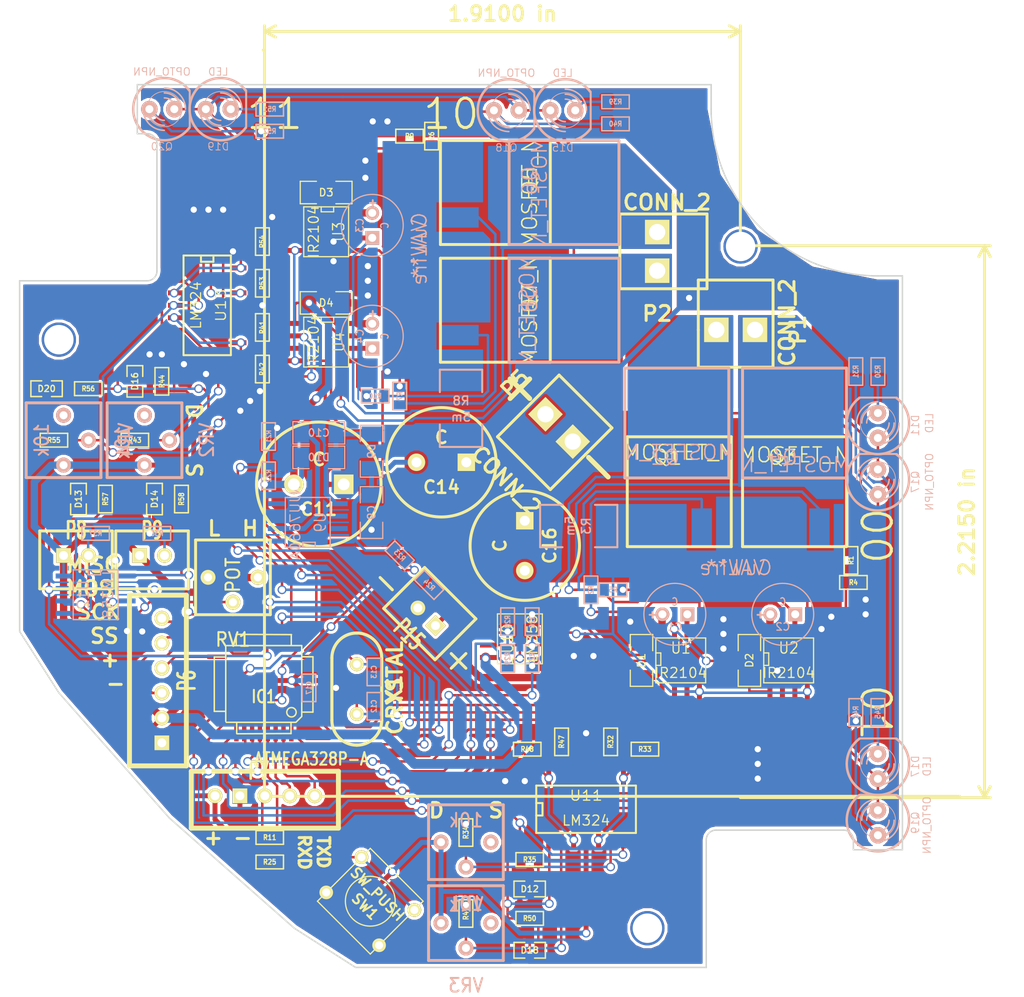
<source format=kicad_pcb>
(kicad_pcb (version 3) (host pcbnew "(2013-07-07 BZR 4022)-stable")
  (layers (15 F.Cu signal) (0 B.Cu signal) (18 B.Paste user) (19 F.Paste user) (20 B.SilkS user) (21 F.SilkS user) (22 B.Mask user) (23 F.Mask user) (28 Edge.Cuts user))
  (net 0 "")
  (net 1 +5V)
  (net 2 +BATT)
  (net 3 BatteryVoltage0)
  (net 4 Current0)
  (net 5 Current1)
  (net 6 CurrentTTL0)
  (net 7 CurrentTTL1)
  (net 8 GND)
  (net 9 GateDrive0)
  (net 10 GateDriveVoltage0)
  (net 11 IN00)
  (net 12 IN01)
  (net 13 IN10)
  (net 14 IN11)
  (net 15 Line00)
  (net 16 Line01)
  (net 17 Line10)
  (net 18 Line11)
  (net 19 MISO0)
  (net 20 MOSI0)
  (net 21 N-000001)
  (net 22 N-0000010)
  (net 23 N-0000011)
  (net 24 N-0000012)
  (net 25 N-0000013)
  (net 26 N-0000014)
  (net 27 N-0000017)
  (net 28 N-0000018)
  (net 29 N-0000019)
  (net 30 N-000002)
  (net 31 N-0000020)
  (net 32 N-0000021)
  (net 33 N-0000022)
  (net 34 N-0000024)
  (net 35 N-0000027)
  (net 36 N-0000028)
  (net 37 N-0000029)
  (net 38 N-0000030)
  (net 39 N-0000032)
  (net 40 N-0000033)
  (net 41 N-0000034)
  (net 42 N-0000035)
  (net 43 N-0000036)
  (net 44 N-0000040)
  (net 45 N-0000041)
  (net 46 N-0000042)
  (net 47 N-0000046)
  (net 48 N-0000047)
  (net 49 N-0000048)
  (net 50 N-0000049)
  (net 51 N-000005)
  (net 52 N-0000050)
  (net 53 N-0000057)
  (net 54 N-0000058)
  (net 55 N-0000059)
  (net 56 N-000006)
  (net 57 N-0000060)
  (net 58 N-0000061)
  (net 59 N-0000063)
  (net 60 N-0000064)
  (net 61 N-0000065)
  (net 62 N-0000068)
  (net 63 N-0000069)
  (net 64 N-0000070)
  (net 65 N-0000071)
  (net 66 N-0000072)
  (net 67 N-0000073)
  (net 68 N-0000074)
  (net 69 N-0000076)
  (net 70 N-0000077)
  (net 71 N-0000078)
  (net 72 N-0000079)
  (net 73 N-000008)
  (net 74 N-0000080)
  (net 75 N-0000081)
  (net 76 N-0000084)
  (net 77 N-0000086)
  (net 78 N-0000088)
  (net 79 N-0000089)
  (net 80 N-0000091)
  (net 81 N-0000092)
  (net 82 N-0000093)
  (net 83 PWM0)
  (net 84 PWM1)
  (net 85 RST)
  (net 86 RSTex)
  (net 87 RXD)
  (net 88 SCK0)
  (net 89 SS0)
  (net 90 TXD)
  (net 91 Temperature0)
  (net 92 Temperature1)
  (net 93 Threshold0)
  (module XH2 (layer F.Cu) (at 93.5 104.25 135)
    (fp_text reference P15 (at 0 -2.54 135) (layer F.SilkS) (effects (font (size 1.72974 1.08712) (thickness 0.3048))))
    (fp_text value CONN_2 hide)
    (pad 1 thru_hole rect (at -1.27 0 135) (size 1.5 1.5) (drill 0.9) (layers *.Cu *.Mask F.SilkS) (net 9 GateDrive0))
    (pad 2 thru_hole circle (at 1.27 0 135) (size 1.5 1.5) (drill 0.9) (layers *.Cu *.Mask F.SilkS) (net 8 GND))
  )
  (module LED-5MM (layer B.Cu) (at 139.5 90.5 90)
    (fp_text reference Q17 (at 0 3.81 90) (layer B.SilkS) (effects (font (size 0.762 0.762) (thickness 0.0889)) (justify mirror)))
    (fp_text value OPTO_NPN (at 0 5.25 90) (layer B.SilkS) (effects (font (size 0.762 0.762) (thickness 0.0889)) (justify mirror)))
    (pad 1 thru_hole circle (at -1.27 0 90) (size 1.6764 1.6764) (drill 0.8128) (layers *.Cu B.Paste B.SilkS B.Mask) (net 56 N-000006))
    (pad 2 thru_hole circle (at 1.27 0 90) (size 1.6764 1.6764) (drill 0.8128) (layers *.Cu B.Paste B.SilkS B.Mask) (net 1 +5V))
  )
  (module C1V6.3 (layer B.Cu) (at 118.8 104)
    (fp_text reference C1 (at 0 1.26746) (layer B.SilkS) (effects (font (size 0.762 0.762) (thickness 0.127)) (justify mirror)))
    (fp_text value C (at 0 -1.27) (layer B.SilkS) (effects (font (size 0.762 0.635) (thickness 0.127)) (justify mirror)))
    (fp_text user + (at -2.286 0) (layer B.SilkS) (effects (font (size 0.762 0.762) (thickness 0.2032)) (justify mirror)))
    (pad 1 thru_hole circle (at -1.27 0) (size 1.397 1.397) (drill 0.8128) (layers *.Cu *.Mask B.SilkS) (net 68 N-0000074))
    (pad 2 thru_hole rect (at 1.27 0) (size 1.397 1.397) (drill 0.8128) (layers *.Cu *.Mask B.SilkS) (net 70 N-0000077))
  )
  (module C1V6.3 (layer B.Cu) (at 129.8 104)
    (fp_text reference C2 (at 0 1.26746) (layer B.SilkS) (effects (font (size 0.762 0.762) (thickness 0.127)) (justify mirror)))
    (fp_text value C (at 0 -1.27) (layer B.SilkS) (effects (font (size 0.762 0.635) (thickness 0.127)) (justify mirror)))
    (fp_text user + (at -2.286 0) (layer B.SilkS) (effects (font (size 0.762 0.762) (thickness 0.2032)) (justify mirror)))
    (pad 1 thru_hole circle (at -1.27 0) (size 1.397 1.397) (drill 0.8128) (layers *.Cu *.Mask B.SilkS) (net 61 N-0000065))
    (pad 2 thru_hole rect (at 1.27 0) (size 1.397 1.397) (drill 0.8128) (layers *.Cu *.Mask B.SilkS) (net 64 N-0000070))
  )
  (module C1V6.3 (layer B.Cu) (at 87.95 64.35 270)
    (fp_text reference C3 (at 0 1.26746 270) (layer B.SilkS) (effects (font (size 0.762 0.762) (thickness 0.127)) (justify mirror)))
    (fp_text value C (at 0 -1.27 270) (layer B.SilkS) (effects (font (size 0.762 0.635) (thickness 0.127)) (justify mirror)))
    (fp_text user + (at -2.286 0 270) (layer B.SilkS) (effects (font (size 0.762 0.762) (thickness 0.2032)) (justify mirror)))
    (pad 1 thru_hole circle (at -1.27 0 270) (size 1.397 1.397) (drill 0.8128) (layers *.Cu *.Mask B.SilkS) (net 77 N-0000086))
    (pad 2 thru_hole rect (at 1.27 0 270) (size 1.397 1.397) (drill 0.8128) (layers *.Cu *.Mask B.SilkS) (net 71 N-0000078))
  )
  (module C1V6.3 (layer B.Cu) (at 87.95 75.65 270)
    (fp_text reference C4 (at 0 1.26746 270) (layer B.SilkS) (effects (font (size 0.762 0.762) (thickness 0.127)) (justify mirror)))
    (fp_text value C (at 0 -1.27 270) (layer B.SilkS) (effects (font (size 0.762 0.635) (thickness 0.127)) (justify mirror)))
    (fp_text user + (at -2.286 0 270) (layer B.SilkS) (effects (font (size 0.762 0.762) (thickness 0.2032)) (justify mirror)))
    (pad 1 thru_hole circle (at -1.27 0 270) (size 1.397 1.397) (drill 0.8128) (layers *.Cu *.Mask B.SilkS) (net 27 N-0000017))
    (pad 2 thru_hole rect (at 1.27 0 270) (size 1.397 1.397) (drill 0.8128) (layers *.Cu *.Mask B.SilkS) (net 58 N-0000061))
  )
  (module SM1206 (layer B.Cu) (at 87.875 93.625 270)
    (fp_text reference C9 (at 0 0 270) (layer B.SilkS) (effects (font (size 0.762 0.762) (thickness 0.127)) (justify mirror)))
    (fp_text value C hide)
    (pad 1 smd rect (at -1.751 0 270) (size 1.524 2.032) (layers B.Cu B.Paste B.Mask) (net 2 +BATT))
    (pad 2 smd rect (at 1.751 0 270) (size 1.524 2.032) (layers B.Cu B.Paste B.Mask) (net 8 GND))
  )
  (module SM1206 (layer B.Cu) (at 82.5 85.5 180)
    (fp_text reference C10 (at 0 0 180) (layer B.SilkS) (effects (font (size 0.762 0.762) (thickness 0.127)) (justify mirror)))
    (fp_text value C hide)
    (pad 1 smd rect (at -1.751 0 180) (size 1.524 2.032) (layers B.Cu B.Paste B.Mask) (net 44 N-0000040))
    (pad 2 smd rect (at 1.751 0 180) (size 1.524 2.032) (layers B.Cu B.Paste B.Mask) (net 26 N-0000014))
  )
  (module C2V12 (layer F.Cu) (at 82.5 90.75)
    (fp_text reference C11 (at 0 2.54) (layer F.SilkS) (effects (font (size 1.27 1.27) (thickness 0.254))))
    (fp_text value C (at 0 -2.54) (layer F.SilkS) (effects (font (size 1.27 1.27) (thickness 0.254))))
    (pad 1 thru_hole circle (at -2.54 0) (size 2 2) (drill 1.2) (layers *.Cu *.Mask F.SilkS) (net 9 GateDrive0))
    (pad 2 thru_hole rect (at 2.54 0) (size 2 2) (drill 1.2) (layers *.Cu *.Mask F.SilkS) (net 8 GND))
  )
  (module C2V10 (layer F.Cu) (at 95 88.5)
    (fp_text reference C14 (at 0 2.54) (layer F.SilkS) (effects (font (size 1.27 1.27) (thickness 0.254))))
    (fp_text value C (at 0 -2.54) (layer F.SilkS) (effects (font (size 1.27 1.27) (thickness 0.254))))
    (pad 1 thru_hole circle (at -2.54 0) (size 1.778 1.778) (drill 1.016) (layers *.Cu *.Mask F.SilkS) (net 2 +BATT))
    (pad 2 thru_hole rect (at 2.54 0) (size 1.778 1.778) (drill 1.016) (layers *.Cu *.Mask F.SilkS) (net 8 GND))
  )
  (module C2V10 (layer F.Cu) (at 103.5 97 90)
    (fp_text reference C16 (at 0 2.54 90) (layer F.SilkS) (effects (font (size 1.27 1.27) (thickness 0.254))))
    (fp_text value C (at 0 -2.54 90) (layer F.SilkS) (effects (font (size 1.27 1.27) (thickness 0.254))))
    (pad 1 thru_hole circle (at -2.54 0 90) (size 1.778 1.778) (drill 1.016) (layers *.Cu *.Mask F.SilkS) (net 2 +BATT))
    (pad 2 thru_hole rect (at 2.54 0 90) (size 1.778 1.778) (drill 1.016) (layers *.Cu *.Mask F.SilkS) (net 8 GND))
  )
  (module SM1206 (layer F.Cu) (at 115.4 108.7 90)
    (fp_text reference D1 (at 0 0 90) (layer F.SilkS) (effects (font (size 0.762 0.762) (thickness 0.127))))
    (fp_text value DIODE hide)
    (pad 1 smd rect (at -1.751 0 90) (size 1.524 2.032) (layers F.Cu F.Paste F.Mask) (net 9 GateDrive0))
    (pad 2 smd rect (at 1.751 0 90) (size 1.524 2.032) (layers F.Cu F.Paste F.Mask) (net 68 N-0000074))
  )
  (module SM1206 (layer F.Cu) (at 126.4 108.7 90)
    (fp_text reference D2 (at 0 0 90) (layer F.SilkS) (effects (font (size 0.762 0.762) (thickness 0.127))))
    (fp_text value DIODE hide)
    (pad 1 smd rect (at -1.751 0 90) (size 1.524 2.032) (layers F.Cu F.Paste F.Mask) (net 9 GateDrive0))
    (pad 2 smd rect (at 1.751 0 90) (size 1.524 2.032) (layers F.Cu F.Paste F.Mask) (net 61 N-0000065))
  )
  (module SM1206 (layer F.Cu) (at 83.25 61)
    (fp_text reference D3 (at 0 0) (layer F.SilkS) (effects (font (size 0.762 0.762) (thickness 0.127))))
    (fp_text value DIODE hide)
    (pad 1 smd rect (at -1.751 0) (size 1.524 2.032) (layers F.Cu F.Paste F.Mask) (net 9 GateDrive0))
    (pad 2 smd rect (at 1.751 0) (size 1.524 2.032) (layers F.Cu F.Paste F.Mask) (net 77 N-0000086))
  )
  (module SM1206 (layer F.Cu) (at 83.25 72.25)
    (fp_text reference D4 (at 0 0) (layer F.SilkS) (effects (font (size 0.762 0.762) (thickness 0.127))))
    (fp_text value DIODE hide)
    (pad 1 smd rect (at -1.751 0) (size 1.524 2.032) (layers F.Cu F.Paste F.Mask) (net 9 GateDrive0))
    (pad 2 smd rect (at 1.751 0) (size 1.524 2.032) (layers F.Cu F.Paste F.Mask) (net 27 N-0000017))
  )
  (module SM1206 (layer B.Cu) (at 87.875 87.375 90)
    (fp_text reference D9 (at 0 0 90) (layer B.SilkS) (effects (font (size 0.762 0.762) (thickness 0.127)) (justify mirror)))
    (fp_text value DIODE hide)
    (pad 1 smd rect (at -1.751 0 90) (size 1.524 2.032) (layers B.Cu B.Paste B.Mask) (net 2 +BATT))
    (pad 2 smd rect (at 1.751 0 90) (size 1.524 2.032) (layers B.Cu B.Paste B.Mask) (net 44 N-0000040))
  )
  (module SM1206 (layer B.Cu) (at 82.5 88 180)
    (fp_text reference D10 (at 0 0 180) (layer B.SilkS) (effects (font (size 0.762 0.762) (thickness 0.127)) (justify mirror)))
    (fp_text value DIODE hide)
    (pad 1 smd rect (at -1.751 0 180) (size 1.524 2.032) (layers B.Cu B.Paste B.Mask) (net 44 N-0000040))
    (pad 2 smd rect (at 1.751 0 180) (size 1.524 2.032) (layers B.Cu B.Paste B.Mask) (net 9 GateDrive0))
  )
  (module LED-5MM (layer B.Cu) (at 139.5 84.75 90)
    (fp_text reference D11 (at 0 3.81 90) (layer B.SilkS) (effects (font (size 0.762 0.762) (thickness 0.0889)) (justify mirror)))
    (fp_text value LED (at 0.25 5.25 90) (layer B.SilkS) (effects (font (size 0.762 0.762) (thickness 0.0889)) (justify mirror)))
    (pad 1 thru_hole circle (at -1.27 0 90) (size 1.6764 1.6764) (drill 0.8128) (layers *.Cu B.Paste B.SilkS B.Mask) (net 1 +5V))
    (pad 2 thru_hole circle (at 1.27 0 90) (size 1.6764 1.6764) (drill 0.8128) (layers *.Cu B.Paste B.SilkS B.Mask) (net 73 N-000008))
  )
  (module LED-5MM (layer B.Cu) (at 107.375 52.625)
    (fp_text reference D15 (at 0 3.81) (layer B.SilkS) (effects (font (size 0.762 0.762) (thickness 0.0889)) (justify mirror)))
    (fp_text value LED (at 0 -3.81) (layer B.SilkS) (effects (font (size 0.762 0.762) (thickness 0.0889)) (justify mirror)))
    (pad 1 thru_hole circle (at -1.27 0) (size 1.6764 1.6764) (drill 0.8128) (layers *.Cu B.Paste B.SilkS B.Mask) (net 1 +5V))
    (pad 2 thru_hole circle (at 1.27 0) (size 1.6764 1.6764) (drill 0.8128) (layers *.Cu B.Paste B.SilkS B.Mask) (net 22 N-0000010))
  )
  (module LED-5MM (layer B.Cu) (at 139.5 119.5 90)
    (fp_text reference D17 (at 0 3.81 90) (layer B.SilkS) (effects (font (size 0.762 0.762) (thickness 0.0889)) (justify mirror)))
    (fp_text value LED (at 0 5 90) (layer B.SilkS) (effects (font (size 0.762 0.762) (thickness 0.0889)) (justify mirror)))
    (pad 1 thru_hole circle (at -1.27 0 90) (size 1.6764 1.6764) (drill 0.8128) (layers *.Cu B.Paste B.SilkS B.Mask) (net 1 +5V))
    (pad 2 thru_hole circle (at 1.27 0 90) (size 1.6764 1.6764) (drill 0.8128) (layers *.Cu B.Paste B.SilkS B.Mask) (net 52 N-0000050))
  )
  (module LED-5MM (layer B.Cu) (at 72.25 52.5)
    (fp_text reference D19 (at 0 3.81) (layer B.SilkS) (effects (font (size 0.762 0.762) (thickness 0.0889)) (justify mirror)))
    (fp_text value LED (at 0 -3.81) (layer B.SilkS) (effects (font (size 0.762 0.762) (thickness 0.0889)) (justify mirror)))
    (pad 1 thru_hole circle (at -1.27 0) (size 1.6764 1.6764) (drill 0.8128) (layers *.Cu B.Paste B.SilkS B.Mask) (net 1 +5V))
    (pad 2 thru_hole circle (at 1.27 0) (size 1.6764 1.6764) (drill 0.8128) (layers *.Cu B.Paste B.SilkS B.Mask) (net 40 N-0000033))
  )
  (module TQFP32 (layer F.Cu) (at 76.875 111.125 180)
    (fp_text reference IC1 (at 0 -1.27 180) (layer F.SilkS) (effects (font (size 1.27 1.016) (thickness 0.2032))))
    (fp_text value ATMEGA328P-A (at -4.875 -7.625 180) (layer F.SilkS) (effects (font (size 1.27 1.016) (thickness 0.2032))))
    (pad 8 smd rect (at -4.81584 2.77622 180) (size 1.99898 0.44958) (layers F.Cu F.Paste F.Mask) (net 34 N-0000024))
    (pad 7 smd rect (at -4.81584 1.97612 180) (size 1.99898 0.44958) (layers F.Cu F.Paste F.Mask) (net 31 N-0000020))
    (pad 6 smd rect (at -4.81584 1.17602 180) (size 1.99898 0.44958) (layers F.Cu F.Paste F.Mask) (net 1 +5V))
    (pad 5 smd rect (at -4.81584 0.37592 180) (size 1.99898 0.44958) (layers F.Cu F.Paste F.Mask) (net 8 GND))
    (pad 4 smd rect (at -4.81584 -0.42418 180) (size 1.99898 0.44958) (layers F.Cu F.Paste F.Mask) (net 1 +5V))
    (pad 3 smd rect (at -4.81584 -1.22428 180) (size 1.99898 0.44958) (layers F.Cu F.Paste F.Mask) (net 8 GND))
    (pad 2 smd rect (at -4.81584 -2.02438 180) (size 1.99898 0.44958) (layers F.Cu F.Paste F.Mask) (net 11 IN00))
    (pad 1 smd rect (at -4.81584 -2.82448 180) (size 1.99898 0.44958) (layers F.Cu F.Paste F.Mask) (net 14 IN11))
    (pad 24 smd rect (at 4.7498 -2.8194 180) (size 1.99898 0.44958) (layers F.Cu F.Paste F.Mask) (net 16 Line01))
    (pad 17 smd rect (at 4.7498 2.794 180) (size 1.99898 0.44958) (layers F.Cu F.Paste F.Mask) (net 88 SCK0))
    (pad 18 smd rect (at 4.7498 1.9812 180) (size 1.99898 0.44958) (layers F.Cu F.Paste F.Mask) (net 1 +5V))
    (pad 19 smd rect (at 4.7498 1.1684 180) (size 1.99898 0.44958) (layers F.Cu F.Paste F.Mask) (net 3 BatteryVoltage0))
    (pad 20 smd rect (at 4.7498 0.381 180) (size 1.99898 0.44958) (layers F.Cu F.Paste F.Mask) (net 1 +5V))
    (pad 21 smd rect (at 4.7498 -0.4318 180) (size 1.99898 0.44958) (layers F.Cu F.Paste F.Mask) (net 8 GND))
    (pad 22 smd rect (at 4.7498 -1.2192 180) (size 1.99898 0.44958) (layers F.Cu F.Paste F.Mask) (net 10 GateDriveVoltage0))
    (pad 23 smd rect (at 4.7498 -2.032 180) (size 1.99898 0.44958) (layers F.Cu F.Paste F.Mask) (net 15 Line00))
    (pad 32 smd rect (at -2.82448 -4.826 180) (size 0.44958 1.99898) (layers F.Cu F.Paste F.Mask) (net 13 IN10))
    (pad 31 smd rect (at -2.02692 -4.826 180) (size 0.44958 1.99898) (layers F.Cu F.Paste F.Mask) (net 90 TXD))
    (pad 30 smd rect (at -1.22428 -4.826 180) (size 0.44958 1.99898) (layers F.Cu F.Paste F.Mask) (net 87 RXD))
    (pad 29 smd rect (at -0.42672 -4.826 180) (size 0.44958 1.99898) (layers F.Cu F.Paste F.Mask) (net 85 RST))
    (pad 28 smd rect (at 0.37592 -4.826 180) (size 0.44958 1.99898) (layers F.Cu F.Paste F.Mask) (net 7 CurrentTTL1))
    (pad 27 smd rect (at 1.17348 -4.826 180) (size 0.44958 1.99898) (layers F.Cu F.Paste F.Mask) (net 6 CurrentTTL0))
    (pad 26 smd rect (at 1.97612 -4.826 180) (size 0.44958 1.99898) (layers F.Cu F.Paste F.Mask) (net 18 Line11))
    (pad 25 smd rect (at 2.77368 -4.826 180) (size 0.44958 1.99898) (layers F.Cu F.Paste F.Mask) (net 17 Line10))
    (pad 9 smd rect (at -2.8194 4.7752 180) (size 0.44958 1.99898) (layers F.Cu F.Paste F.Mask) (net 84 PWM1))
    (pad 10 smd rect (at -2.032 4.7752 180) (size 0.44958 1.99898) (layers F.Cu F.Paste F.Mask) (net 83 PWM0))
    (pad 11 smd rect (at -1.2192 4.7752 180) (size 0.44958 1.99898) (layers F.Cu F.Paste F.Mask) (net 12 IN01))
    (pad 12 smd rect (at -0.4318 4.7752 180) (size 0.44958 1.99898) (layers F.Cu F.Paste F.Mask) (net 92 Temperature1))
    (pad 13 smd rect (at 0.3556 4.7752 180) (size 0.44958 1.99898) (layers F.Cu F.Paste F.Mask) (net 91 Temperature0))
    (pad 14 smd rect (at 1.1684 4.7752 180) (size 0.44958 1.99898) (layers F.Cu F.Paste F.Mask) (net 89 SS0))
    (pad 15 smd rect (at 1.9812 4.7752 180) (size 0.44958 1.99898) (layers F.Cu F.Paste F.Mask) (net 20 MOSI0))
    (pad 16 smd rect (at 2.794 4.7752 180) (size 0.44958 1.99898) (layers F.Cu F.Paste F.Mask) (net 19 MISO0))
  )
  (module XH6 (layer F.Cu) (at 66.5 110.75 270)
    (fp_text reference P6 (at 0 -2.54 270) (layer F.SilkS) (effects (font (size 1.72974 1.08712) (thickness 0.3048))))
    (fp_text value CONN_6 hide)
    (pad 1 thru_hole circle (at -6.35 0 270) (size 1.5 1.5) (drill 0.9) (layers *.Cu *.Mask F.SilkS) (net 20 MOSI0))
    (pad 2 thru_hole circle (at -3.81 0 270) (size 1.5 1.5) (drill 0.9) (layers *.Cu *.Mask F.SilkS) (net 19 MISO0))
    (pad 3 thru_hole circle (at -1.27 0 270) (size 1.5 1.5) (drill 0.9) (layers *.Cu *.Mask F.SilkS) (net 88 SCK0))
    (pad 4 thru_hole circle (at 1.27 0 270) (size 1.5 1.5) (drill 0.9) (layers *.Cu *.Mask F.SilkS) (net 89 SS0))
    (pad 5 thru_hole circle (at 3.81 0 270) (size 1.5 1.5) (drill 0.9) (layers *.Cu *.Mask F.SilkS) (net 1 +5V))
    (pad 6 thru_hole rect (at 6.35 0 270) (size 1.5 1.5) (drill 0.9) (layers *.Cu *.Mask F.SilkS) (net 8 GND))
  )
  (module XH5 (layer F.Cu) (at 77 122.5)
    (fp_text reference P7 (at -0.635 -2.54) (layer F.SilkS) (effects (font (size 1.72974 1.08712) (thickness 0.3048))))
    (fp_text value CONN_5 hide)
    (pad 1 thru_hole circle (at -5.08 0) (size 1.5 1.5) (drill 0.9) (layers *.Cu *.Mask F.SilkS) (net 1 +5V))
    (pad 2 thru_hole rect (at -2.54 0) (size 1.5 1.5) (drill 0.9) (layers *.Cu *.Mask F.SilkS) (net 8 GND))
    (pad 3 thru_hole circle (at 0 0) (size 1.5 1.5) (drill 0.9) (layers *.Cu *.Mask F.SilkS) (net 86 RSTex))
    (pad 4 thru_hole circle (at 2.54 0) (size 1.5 1.5) (drill 0.9) (layers *.Cu *.Mask F.SilkS) (net 87 RXD))
    (pad 5 thru_hole circle (at 5.08 0) (size 1.5 1.5) (drill 0.9) (layers *.Cu *.Mask F.SilkS) (net 90 TXD))
  )
  (module XH2 (layer F.Cu) (at 57.75 98)
    (fp_text reference P8 (at 0 -2.54) (layer F.SilkS) (effects (font (size 1.72974 1.08712) (thickness 0.3048))))
    (fp_text value CONN_2 hide)
    (pad 1 thru_hole rect (at -1.27 0) (size 1.5 1.5) (drill 0.9) (layers *.Cu *.Mask F.SilkS) (net 1 +5V))
    (pad 2 thru_hole circle (at 1.27 0) (size 1.5 1.5) (drill 0.9) (layers *.Cu *.Mask F.SilkS) (net 82 N-0000093))
  )
  (module XH2 (layer F.Cu) (at 65.5 98)
    (fp_text reference P9 (at 0 -2.54) (layer F.SilkS) (effects (font (size 1.72974 1.08712) (thickness 0.3048))))
    (fp_text value CONN_2 hide)
    (pad 1 thru_hole rect (at -1.27 0) (size 1.5 1.5) (drill 0.9) (layers *.Cu *.Mask F.SilkS) (net 1 +5V))
    (pad 2 thru_hole circle (at 1.27 0) (size 1.5 1.5) (drill 0.9) (layers *.Cu *.Mask F.SilkS) (net 81 N-0000092))
  )
  (module LED-5MM (layer B.Cu) (at 101.625 52.625)
    (fp_text reference Q18 (at 0 3.81) (layer B.SilkS) (effects (font (size 0.762 0.762) (thickness 0.0889)) (justify mirror)))
    (fp_text value OPTO_NPN (at 0 -3.81) (layer B.SilkS) (effects (font (size 0.762 0.762) (thickness 0.0889)) (justify mirror)))
    (pad 1 thru_hole circle (at -1.27 0) (size 1.6764 1.6764) (drill 0.8128) (layers *.Cu B.Paste B.SilkS B.Mask) (net 24 N-0000012))
    (pad 2 thru_hole circle (at 1.27 0) (size 1.6764 1.6764) (drill 0.8128) (layers *.Cu B.Paste B.SilkS B.Mask) (net 1 +5V))
  )
  (module LED-5MM (layer B.Cu) (at 139.5 125.25 90)
    (fp_text reference Q19 (at 0 3.81 90) (layer B.SilkS) (effects (font (size 0.762 0.762) (thickness 0.0889)) (justify mirror)))
    (fp_text value OPTO_NPN (at -0.25 5 90) (layer B.SilkS) (effects (font (size 0.762 0.762) (thickness 0.0889)) (justify mirror)))
    (pad 1 thru_hole circle (at -1.27 0 90) (size 1.6764 1.6764) (drill 0.8128) (layers *.Cu B.Paste B.SilkS B.Mask) (net 37 N-0000029))
    (pad 2 thru_hole circle (at 1.27 0 90) (size 1.6764 1.6764) (drill 0.8128) (layers *.Cu B.Paste B.SilkS B.Mask) (net 1 +5V))
  )
  (module LED-5MM (layer B.Cu) (at 66.5 52.5)
    (fp_text reference Q20 (at 0 3.81) (layer B.SilkS) (effects (font (size 0.762 0.762) (thickness 0.0889)) (justify mirror)))
    (fp_text value OPTO_NPN (at 0 -3.81) (layer B.SilkS) (effects (font (size 0.762 0.762) (thickness 0.0889)) (justify mirror)))
    (pad 1 thru_hole circle (at -1.27 0) (size 1.6764 1.6764) (drill 0.8128) (layers *.Cu B.Paste B.SilkS B.Mask) (net 45 N-0000041))
    (pad 2 thru_hole circle (at 1.27 0) (size 1.6764 1.6764) (drill 0.8128) (layers *.Cu B.Paste B.SilkS B.Mask) (net 1 +5V))
  )
  (module SM2512 (layer B.Cu) (at 109 95 180)
    (fp_text reference R3 (at -0.762 0 450) (layer B.SilkS) (effects (font (size 0.889 0.889) (thickness 0.1524)) (justify mirror)))
    (fp_text value 5m (at 0.889 0 450) (layer B.SilkS) (effects (font (size 0.889 0.889) (thickness 0.1524)) (justify mirror)))
    (pad 1 smd rect (at -2.794 0 180) (size 2.032 4.064) (layers B.Cu B.Paste B.Mask) (net 4 Current0))
    (pad 2 smd rect (at 2.794 0 180) (size 2.032 4.064) (layers B.Cu B.Paste B.Mask) (net 8 GND))
  )
  (module SM2512 (layer B.Cu) (at 97 83 270)
    (fp_text reference R8 (at -0.762 0 540) (layer B.SilkS) (effects (font (size 0.889 0.889) (thickness 0.1524)) (justify mirror)))
    (fp_text value 5m (at 0.889 0 540) (layer B.SilkS) (effects (font (size 0.889 0.889) (thickness 0.1524)) (justify mirror)))
    (pad 1 smd rect (at -2.794 0 270) (size 2.032 4.064) (layers B.Cu B.Paste B.Mask) (net 5 Current1))
    (pad 2 smd rect (at 2.794 0 270) (size 2.032 4.064) (layers B.Cu B.Paste B.Mask) (net 8 GND))
  )
  (module SW_PUSH_SMALL (layer F.Cu) (at 87.75 133.25 135)
    (fp_text reference SW1 (at 0 -0.762 135) (layer F.SilkS) (effects (font (size 1.016 1.016) (thickness 0.2032))))
    (fp_text value SW_PUSH (at 0 1.016 135) (layer F.SilkS) (effects (font (size 1.016 1.016) (thickness 0.2032))))
    (pad 1 thru_hole circle (at 3.81 -2.54 135) (size 1.397 1.397) (drill 0.8128) (layers *.Cu *.Mask F.SilkS) (net 8 GND))
    (pad 2 thru_hole circle (at 3.81 2.54 135) (size 1.397 1.397) (drill 0.8128) (layers *.Cu *.Mask F.SilkS) (net 85 RST))
    (pad 1 thru_hole circle (at -3.81 -2.54 135) (size 1.397 1.397) (drill 0.8128) (layers *.Cu *.Mask F.SilkS) (net 8 GND))
    (pad 2 thru_hole circle (at -3.81 2.54 135) (size 1.397 1.397) (drill 0.8128) (layers *.Cu *.Mask F.SilkS) (net 85 RST))
  )
  (module HC-49V (layer F.Cu) (at 86.375 111.625 270)
    (fp_text reference X1 (at 0 -3.81 270) (layer F.SilkS) (effects (font (size 1.524 1.524) (thickness 0.3048))))
    (fp_text value CRYSTAL (at -0.125 -3.875 270) (layer F.SilkS) (effects (font (size 1.524 1.524) (thickness 0.3048))))
    (pad 1 thru_hole circle (at -2.54 0 270) (size 1.4224 1.4224) (drill 0.762) (layers *.Cu *.Mask F.SilkS) (net 34 N-0000024))
    (pad 2 thru_hole circle (at 2.54 0 270) (size 1.4224 1.4224) (drill 0.762) (layers *.Cu *.Mask F.SilkS) (net 31 N-0000020))
  )
  (module TO263 (layer B.Cu) (at 131 83 180)
    (fp_text reference Q4 (at 1.2 -5 180) (layer B.SilkS) (effects (font (size 1.5 1.5)) (justify mirror)))
    (fp_text value MOSFET_N (at 0 -5.75 180) (layer B.SilkS) (effects (font (size 1.5 1.5)) (justify mirror)))
    (pad G smd rect (at -2.54 -12.2 180) (size 2.08 4) (layers B.Cu B.Paste B.Mask) (net 60 N-0000064))
    (pad D smd rect (at 0 -1.45 180) (size 10 10.5) (layers B.Cu B.Paste B.Mask) (net 64 N-0000070))
    (pad S smd rect (at 2.54 -12.2 180) (size 2.08 4) (layers B.Cu B.Paste B.Mask) (net 4 Current0))
  )
  (module TO263 (layer F.Cu) (at 131 93 180)
    (fp_text reference Q3 (at 1.2 5 180) (layer F.SilkS) (effects (font (size 1.5 1.5))))
    (fp_text value MOSFET_N (at 0 5.25 180) (layer F.SilkS) (effects (font (size 1.5 1.5))))
    (pad G smd rect (at -2.54 12.2 180) (size 2.08 4) (layers F.Cu F.Paste F.Mask) (net 59 N-0000063))
    (pad D smd rect (at 0 1.45 180) (size 10 10.5) (layers F.Cu F.Paste F.Mask) (net 2 +BATT))
    (pad S smd rect (at 2.54 12.2 180) (size 2.08 4) (layers F.Cu F.Paste F.Mask) (net 64 N-0000070))
  )
  (module TO263 (layer B.Cu) (at 119 83 180)
    (fp_text reference Q2 (at 1.2 -5 180) (layer B.SilkS) (effects (font (size 1.5 1.5)) (justify mirror)))
    (fp_text value MOSFET_N (at -0.25 -4.5 180) (layer B.SilkS) (effects (font (size 1.5 1.5)) (justify mirror)))
    (pad G smd rect (at -2.54 -12.2 180) (size 2.08 4) (layers B.Cu B.Paste B.Mask) (net 65 N-0000071))
    (pad D smd rect (at 0 -1.45 180) (size 10 10.5) (layers B.Cu B.Paste B.Mask) (net 70 N-0000077))
    (pad S smd rect (at 2.54 -12.2 180) (size 2.08 4) (layers B.Cu B.Paste B.Mask) (net 4 Current0))
  )
  (module TO263 (layer F.Cu) (at 119.25 93 180)
    (fp_text reference Q1 (at 1.2 5 180) (layer F.SilkS) (effects (font (size 1.5 1.5))))
    (fp_text value MOSFET_N (at 0 5.5 180) (layer F.SilkS) (effects (font (size 1.5 1.5))))
    (pad G smd rect (at -2.54 12.2 180) (size 2.08 4) (layers F.Cu F.Paste F.Mask) (net 66 N-0000072))
    (pad D smd rect (at 0 1.45 180) (size 10 10.5) (layers F.Cu F.Paste F.Mask) (net 2 +BATT))
    (pad S smd rect (at 2.54 12.2 180) (size 2.08 4) (layers F.Cu F.Paste F.Mask) (net 70 N-0000077))
  )
  (module TO263 (layer F.Cu) (at 99 61 90)
    (fp_text reference Q5 (at 1.2 5 90) (layer F.SilkS) (effects (font (size 1.5 1.5))))
    (fp_text value MOSFET_N (at -12 5 90) (layer F.SilkS) (effects (font (size 1.5 1.5))))
    (pad G smd rect (at -2.54 12.2 90) (size 2.08 4) (layers F.Cu F.Paste F.Mask) (net 75 N-0000081))
    (pad D smd rect (at 0 1.45 90) (size 10 10.5) (layers F.Cu F.Paste F.Mask) (net 2 +BATT))
    (pad S smd rect (at 2.54 12.2 90) (size 2.08 4) (layers F.Cu F.Paste F.Mask) (net 71 N-0000078))
  )
  (module TO263 (layer B.Cu) (at 109 61 90)
    (fp_text reference Q6 (at 1.2 -5 90) (layer B.SilkS) (effects (font (size 1.5 1.5)) (justify mirror)))
    (fp_text value MOSFET_N (at 0 -4 90) (layer B.SilkS) (effects (font (size 1.5 1.5)) (justify mirror)))
    (pad G smd rect (at -2.54 -12.2 90) (size 2.08 4) (layers B.Cu B.Paste B.Mask) (net 76 N-0000084))
    (pad D smd rect (at 0 -1.45 90) (size 10 10.5) (layers B.Cu B.Paste B.Mask) (net 71 N-0000078))
    (pad S smd rect (at 2.54 -12.2 90) (size 2.08 4) (layers B.Cu B.Paste B.Mask) (net 5 Current1))
  )
  (module TO263 (layer F.Cu) (at 99 73 90)
    (fp_text reference Q7 (at 1.2 5 90) (layer F.SilkS) (effects (font (size 1.5 1.5))))
    (fp_text value MOSFET_N (at 12 5 90) (layer F.SilkS) (effects (font (size 1.5 1.5))))
    (pad G smd rect (at -2.54 12.2 90) (size 2.08 4) (layers F.Cu F.Paste F.Mask) (net 74 N-0000080))
    (pad D smd rect (at 0 1.45 90) (size 10 10.5) (layers F.Cu F.Paste F.Mask) (net 2 +BATT))
    (pad S smd rect (at 2.54 12.2 90) (size 2.08 4) (layers F.Cu F.Paste F.Mask) (net 58 N-0000061))
  )
  (module TO263 (layer B.Cu) (at 109 73 90)
    (fp_text reference Q8 (at 1.2 -5 90) (layer B.SilkS) (effects (font (size 1.5 1.5)) (justify mirror)))
    (fp_text value MOSFET_N (at 0 -5.25 90) (layer B.SilkS) (effects (font (size 1.5 1.5)) (justify mirror)))
    (pad G smd rect (at -2.54 -12.2 90) (size 2.08 4) (layers B.Cu B.Paste B.Mask) (net 72 N-0000079))
    (pad D smd rect (at 0 -1.45 90) (size 10 10.5) (layers B.Cu B.Paste B.Mask) (net 58 N-0000061))
    (pad S smd rect (at 2.54 -12.2 90) (size 2.08 4) (layers B.Cu B.Paste B.Mask) (net 5 Current1))
  )
  (module VH (layer F.Cu) (at 107 85 315)
    (fp_text reference P5 (at -6.35 0 405) (layer F.SilkS) (effects (font (size 1.524 1.524) (thickness 0.3048))))
    (fp_text value CONN_2 (at 0 7.62 315) (layer F.SilkS) (effects (font (size 1.524 1.524) (thickness 0.3048))))
    (pad 2 thru_hole rect (at 1.9685 0 315) (size 2.49936 2.49936) (drill 1.65) (layers *.Cu *.Mask F.SilkS) (net 8 GND))
    (pad 1 thru_hole rect (at -1.9685 0 315) (size 2.49936 2.49936) (drill 1.65) (layers *.Cu *.Mask F.SilkS) (net 2 +BATT))
  )
  (module VH (layer F.Cu) (at 117 67 90)
    (fp_text reference P2 (at -6.35 0 180) (layer F.SilkS) (effects (font (size 1.524 1.524) (thickness 0.3048))))
    (fp_text value CONN_2 (at -7.25 13.25 90) (layer F.SilkS) (effects (font (size 1.524 1.524) (thickness 0.3048))))
    (pad 2 thru_hole rect (at 1.9685 0 90) (size 2.49936 2.49936) (drill 1.65) (layers *.Cu *.Mask F.SilkS) (net 71 N-0000078))
    (pad 1 thru_hole rect (at -1.9685 0 90) (size 2.49936 2.49936) (drill 1.65) (layers *.Cu *.Mask F.SilkS) (net 58 N-0000061))
  )
  (module VH (layer F.Cu) (at 125 75 180)
    (fp_text reference P1 (at -6.35 0 270) (layer F.SilkS) (effects (font (size 1.524 1.524) (thickness 0.3048))))
    (fp_text value CONN_2 (at 7 13 180) (layer F.SilkS) (effects (font (size 1.524 1.524) (thickness 0.3048))))
    (pad 2 thru_hole rect (at 1.9685 0 180) (size 2.49936 2.49936) (drill 1.65) (layers *.Cu *.Mask F.SilkS) (net 70 N-0000077))
    (pad 1 thru_hole rect (at -1.9685 0 180) (size 2.49936 2.49936) (drill 1.65) (layers *.Cu *.Mask F.SilkS) (net 64 N-0000070))
  )
  (module CuWire (layer B.Cu) (at 125 99.25)
    (fp_text reference CuWire (at 0 0) (layer B.SilkS) (effects (font (size 1.5 1.5)) (justify mirror)))
    (fp_text value VAL** (at 0 0) (layer B.SilkS) (effects (font (size 1.5 1.5)) (justify mirror)))
    (pad 1 smd rect (at 0 0) (size 21.75 3) (layers B.Cu B.Paste B.Mask) (net 4 Current0))
  )
  (module CuWire (layer B.Cu) (at 92.75 66.75 90)
    (fp_text reference CuWire (at 0 0 90) (layer B.SilkS) (effects (font (size 1.5 1.5)) (justify mirror)))
    (fp_text value VAL** (at 0 0 90) (layer B.SilkS) (effects (font (size 1.5 1.5)) (justify mirror)))
    (pad 1 smd rect (at 0 0 90) (size 21.75 3) (layers B.Cu B.Paste B.Mask) (net 5 Current1))
  )
  (module RV2sq (layer F.Cu) (at 73.75 101.5 180)
    (fp_text reference RV1 (at 0 -5.08 180) (layer F.SilkS) (effects (font (size 1.397 1.27) (thickness 0.2032))))
    (fp_text value POT (at 0 1.5 270) (layer F.SilkS) (effects (font (size 1.397 1.27) (thickness 0.2032))))
    (pad 1 thru_hole circle (at -2.54 1.27 180) (size 1.524 1.524) (drill 0.8128) (layers *.Cu *.Mask F.SilkS) (net 1 +5V))
    (pad 2 thru_hole circle (at 0 -1.27 180) (size 1.524 1.524) (drill 0.8128) (layers *.Cu *.Mask F.SilkS) (net 93 Threshold0))
    (pad 3 thru_hole circle (at 2.54 1.27 180) (size 1.524 1.524) (drill 0.8128) (layers *.Cu *.Mask F.SilkS) (net 8 GND))
  )
  (module RV2sq (layer B.Cu) (at 97.5 128.5)
    (fp_text reference VR1 (at 0 5.08) (layer B.SilkS) (effects (font (size 1.397 1.27) (thickness 0.2032)) (justify mirror)))
    (fp_text value 10k (at 0 -3.5) (layer B.SilkS) (effects (font (size 1.397 1.27) (thickness 0.2032)) (justify mirror)))
    (pad 1 thru_hole circle (at -2.54 -1.27) (size 1.524 1.524) (drill 0.8128) (layers *.Cu *.Mask B.SilkS) (net 1 +5V))
    (pad 2 thru_hole circle (at 0 1.27) (size 1.524 1.524) (drill 0.8128) (layers *.Cu *.Mask B.SilkS) (net 21 N-000001))
    (pad 3 thru_hole circle (at 2.54 -1.27) (size 1.524 1.524) (drill 0.8128) (layers *.Cu *.Mask B.SilkS))
  )
  (module RV2sq (layer B.Cu) (at 66 86.25 90)
    (fp_text reference VR2 (at 0 5.08 90) (layer B.SilkS) (effects (font (size 1.397 1.27) (thickness 0.2032)) (justify mirror)))
    (fp_text value 10k (at -0.25 -3.5 90) (layer B.SilkS) (effects (font (size 1.397 1.27) (thickness 0.2032)) (justify mirror)))
    (pad 1 thru_hole circle (at -2.54 -1.27 90) (size 1.524 1.524) (drill 0.8128) (layers *.Cu *.Mask B.SilkS) (net 1 +5V))
    (pad 2 thru_hole circle (at 0 1.27 90) (size 1.524 1.524) (drill 0.8128) (layers *.Cu *.Mask B.SilkS) (net 36 N-0000028))
    (pad 3 thru_hole circle (at 2.54 -1.27 90) (size 1.524 1.524) (drill 0.8128) (layers *.Cu *.Mask B.SilkS))
  )
  (module RV2sq (layer B.Cu) (at 97.5 136.75)
    (fp_text reference VR3 (at 0 5.08) (layer B.SilkS) (effects (font (size 1.397 1.27) (thickness 0.2032)) (justify mirror)))
    (fp_text value 10k (at 0 -3.25) (layer B.SilkS) (effects (font (size 1.397 1.27) (thickness 0.2032)) (justify mirror)))
    (pad 1 thru_hole circle (at -2.54 -1.27) (size 1.524 1.524) (drill 0.8128) (layers *.Cu *.Mask B.SilkS) (net 1 +5V))
    (pad 2 thru_hole circle (at 0 1.27) (size 1.524 1.524) (drill 0.8128) (layers *.Cu *.Mask B.SilkS) (net 48 N-0000047))
    (pad 3 thru_hole circle (at 2.54 -1.27) (size 1.524 1.524) (drill 0.8128) (layers *.Cu *.Mask B.SilkS))
  )
  (module RV2sq (layer B.Cu) (at 57.75 86.25 90)
    (fp_text reference VR4 (at 0 5.08 90) (layer B.SilkS) (effects (font (size 1.397 1.27) (thickness 0.2032)) (justify mirror)))
    (fp_text value 10k (at 0 -3.5 90) (layer B.SilkS) (effects (font (size 1.397 1.27) (thickness 0.2032)) (justify mirror)))
    (pad 1 thru_hole circle (at -2.54 -1.27 90) (size 1.524 1.524) (drill 0.8128) (layers *.Cu *.Mask B.SilkS) (net 1 +5V))
    (pad 2 thru_hole circle (at 0 1.27 90) (size 1.524 1.524) (drill 0.8128) (layers *.Cu *.Mask B.SilkS) (net 41 N-0000034))
    (pad 3 thru_hole circle (at 2.54 -1.27 90) (size 1.524 1.524) (drill 0.8128) (layers *.Cu *.Mask B.SilkS))
  )
  (module SM0603_bigVal (layer F.Cu) (at 63.75 86.25 180)
    (fp_text reference R43 (at 0 0 180) (layer F.SilkS) (effects (font (size 0.508 0.4572) (thickness 0.1143))))
    (fp_text value 1k hide)
    (pad 1 smd rect (at -0.88 0 180) (size 0.9 1.2) (layers F.Cu F.Paste F.Mask) (net 36 N-0000028))
    (pad 2 smd rect (at 0.88 0 180) (size 0.9 1.2) (layers F.Cu F.Paste F.Mask) (net 8 GND))
  )
  (module SM0603_bigVal (layer F.Cu) (at 77.5 126.75)
    (fp_text reference R11 (at 0 0) (layer F.SilkS) (effects (font (size 0.508 0.4572) (thickness 0.1143))))
    (fp_text value 100 hide)
    (pad 1 smd rect (at -0.88 0) (size 0.9 1.2) (layers F.Cu F.Paste F.Mask) (net 86 RSTex))
    (pad 2 smd rect (at 0.88 0) (size 0.9 1.2) (layers F.Cu F.Paste F.Mask) (net 85 RST))
  )
  (module SM0603_bigVal (layer B.Cu) (at 101.75 104.75 90)
    (fp_text reference R28 (at 0 0 90) (layer B.SilkS) (effects (font (size 0.508 0.4572) (thickness 0.1143)) (justify mirror)))
    (fp_text value 100 hide)
    (pad 1 smd rect (at -0.88 0 90) (size 0.9 1.2) (layers B.Cu B.Paste B.Mask) (net 32 N-0000021))
    (pad 2 smd rect (at 0.88 0 90) (size 0.9 1.2) (layers B.Cu B.Paste B.Mask) (net 8 GND))
  )
  (module SM0603_bigVal (layer F.Cu) (at 136.75 98.5 270)
    (fp_text reference R1 (at 0 0 270) (layer F.SilkS) (effects (font (size 0.508 0.4572) (thickness 0.1143))))
    (fp_text value 100 hide)
    (pad 1 smd rect (at -0.88 0 270) (size 0.9 1.2) (layers F.Cu F.Paste F.Mask) (net 66 N-0000072))
    (pad 2 smd rect (at 0.88 0 270) (size 0.9 1.2) (layers F.Cu F.Paste F.Mask) (net 69 N-0000076))
  )
  (module SM0603_bigVal (layer B.Cu) (at 110.25 101.5 270)
    (fp_text reference R2 (at 0 0 270) (layer B.SilkS) (effects (font (size 0.508 0.4572) (thickness 0.1143)) (justify mirror)))
    (fp_text value 100 hide)
    (pad 1 smd rect (at -0.88 0 270) (size 0.9 1.2) (layers B.Cu B.Paste B.Mask) (net 65 N-0000071))
    (pad 2 smd rect (at 0.88 0 270) (size 0.9 1.2) (layers B.Cu B.Paste B.Mask) (net 67 N-0000073))
  )
  (module SM0603_bigVal (layer F.Cu) (at 137 100.75 180)
    (fp_text reference R4 (at 0 0 180) (layer F.SilkS) (effects (font (size 0.508 0.4572) (thickness 0.1143))))
    (fp_text value 100 hide)
    (pad 1 smd rect (at -0.88 0 180) (size 0.9 1.2) (layers F.Cu F.Paste F.Mask) (net 59 N-0000063))
    (pad 2 smd rect (at 0.88 0 180) (size 0.9 1.2) (layers F.Cu F.Paste F.Mask) (net 63 N-0000069))
  )
  (module SM0603_bigVal (layer B.Cu) (at 112.5 101.5)
    (fp_text reference R5 (at 0 0) (layer B.SilkS) (effects (font (size 0.508 0.4572) (thickness 0.1143)) (justify mirror)))
    (fp_text value 100 hide)
    (pad 1 smd rect (at -0.88 0) (size 0.9 1.2) (layers B.Cu B.Paste B.Mask) (net 60 N-0000064))
    (pad 2 smd rect (at 0.88 0) (size 0.9 1.2) (layers B.Cu B.Paste B.Mask) (net 62 N-0000068))
  )
  (module SM0603_bigVal (layer F.Cu) (at 94 55.25 270)
    (fp_text reference R6 (at 0 0 270) (layer F.SilkS) (effects (font (size 0.508 0.4572) (thickness 0.1143))))
    (fp_text value 100 hide)
    (pad 1 smd rect (at -0.88 0 270) (size 0.9 1.2) (layers F.Cu F.Paste F.Mask) (net 75 N-0000081))
    (pad 2 smd rect (at 0.88 0 270) (size 0.9 1.2) (layers F.Cu F.Paste F.Mask) (net 79 N-0000089))
  )
  (module SM0603_bigVal (layer B.Cu) (at 90.75 81.75 90)
    (fp_text reference R7 (at 0 0 90) (layer B.SilkS) (effects (font (size 0.508 0.4572) (thickness 0.1143)) (justify mirror)))
    (fp_text value 100 hide)
    (pad 1 smd rect (at -0.88 0 90) (size 0.9 1.2) (layers B.Cu B.Paste B.Mask) (net 76 N-0000084))
    (pad 2 smd rect (at 0.88 0 90) (size 0.9 1.2) (layers B.Cu B.Paste B.Mask) (net 78 N-0000088))
  )
  (module SM0603_bigVal (layer F.Cu) (at 91.75 55.25 180)
    (fp_text reference R9 (at 0 0 180) (layer F.SilkS) (effects (font (size 0.508 0.4572) (thickness 0.1143))))
    (fp_text value 100 hide)
    (pad 1 smd rect (at -0.88 0 180) (size 0.9 1.2) (layers F.Cu F.Paste F.Mask) (net 74 N-0000080))
    (pad 2 smd rect (at 0.88 0 180) (size 0.9 1.2) (layers F.Cu F.Paste F.Mask) (net 28 N-0000018))
  )
  (module SM0603_bigVal (layer B.Cu) (at 88.25 81.75 180)
    (fp_text reference R10 (at 0 0 180) (layer B.SilkS) (effects (font (size 0.508 0.4572) (thickness 0.1143)) (justify mirror)))
    (fp_text value 100 hide)
    (pad 1 smd rect (at -0.88 0 180) (size 0.9 1.2) (layers B.Cu B.Paste B.Mask) (net 72 N-0000079))
    (pad 2 smd rect (at 0.88 0 180) (size 0.9 1.2) (layers B.Cu B.Paste B.Mask) (net 29 N-0000019))
  )
  (module SM0603_bigVal (layer B.Cu) (at 104.25 104.75 90)
    (fp_text reference R26 (at 0 0 90) (layer B.SilkS) (effects (font (size 0.508 0.4572) (thickness 0.1143)) (justify mirror)))
    (fp_text value 100 hide)
    (pad 1 smd rect (at -0.88 0 90) (size 0.9 1.2) (layers B.Cu B.Paste B.Mask) (net 33 N-0000022))
    (pad 2 smd rect (at 0.88 0 90) (size 0.9 1.2) (layers B.Cu B.Paste B.Mask) (net 8 GND))
  )
  (module SM0603_bigVal (layer B.Cu) (at 139.5 79.25 90)
    (fp_text reference R30 (at 0 0 90) (layer B.SilkS) (effects (font (size 0.508 0.4572) (thickness 0.1143)) (justify mirror)))
    (fp_text value 1k hide)
    (pad 1 smd rect (at -0.88 0 90) (size 0.9 1.2) (layers B.Cu B.Paste B.Mask) (net 73 N-000008))
    (pad 2 smd rect (at 0.88 0 90) (size 0.9 1.2) (layers B.Cu B.Paste B.Mask) (net 8 GND))
  )
  (module SM0603_bigVal (layer F.Cu) (at 68.5 92.25 90)
    (fp_text reference R58 (at 0 0 90) (layer F.SilkS) (effects (font (size 0.508 0.4572) (thickness 0.1143))))
    (fp_text value 1k hide)
    (pad 1 smd rect (at -0.88 0 90) (size 0.9 1.2) (layers F.Cu F.Paste F.Mask) (net 91 Temperature0))
    (pad 2 smd rect (at 0.88 0 90) (size 0.9 1.2) (layers F.Cu F.Paste F.Mask) (net 42 N-0000035))
  )
  (module SM0603_bigVal (layer F.Cu) (at 60.75 92.25 90)
    (fp_text reference R57 (at 0 0 90) (layer F.SilkS) (effects (font (size 0.508 0.4572) (thickness 0.1143))))
    (fp_text value 1k hide)
    (pad 1 smd rect (at -0.88 0 90) (size 0.9 1.2) (layers F.Cu F.Paste F.Mask) (net 92 Temperature1))
    (pad 2 smd rect (at 0.88 0 90) (size 0.9 1.2) (layers F.Cu F.Paste F.Mask) (net 43 N-0000036))
  )
  (module SM0603_bigVal (layer F.Cu) (at 59 81 180)
    (fp_text reference R56 (at 0 0 180) (layer F.SilkS) (effects (font (size 0.508 0.4572) (thickness 0.1143))))
    (fp_text value 1k hide)
    (pad 1 smd rect (at -0.88 0 180) (size 0.9 1.2) (layers F.Cu F.Paste F.Mask) (net 18 Line11))
    (pad 2 smd rect (at 0.88 0 180) (size 0.9 1.2) (layers F.Cu F.Paste F.Mask) (net 50 N-0000049))
  )
  (module SM0603_bigVal (layer F.Cu) (at 55.5 86.25 180)
    (fp_text reference R55 (at 0 0 180) (layer F.SilkS) (effects (font (size 0.508 0.4572) (thickness 0.1143))))
    (fp_text value 1k hide)
    (pad 1 smd rect (at -0.88 0 180) (size 0.9 1.2) (layers F.Cu F.Paste F.Mask) (net 41 N-0000034))
    (pad 2 smd rect (at 0.88 0 180) (size 0.9 1.2) (layers F.Cu F.Paste F.Mask) (net 8 GND))
  )
  (module SM0603_bigVal (layer F.Cu) (at 76.75 66 270)
    (fp_text reference R54 (at 0 0 270) (layer F.SilkS) (effects (font (size 0.508 0.4572) (thickness 0.1143))))
    (fp_text value 4k7 hide)
    (pad 1 smd rect (at -0.88 0 270) (size 0.9 1.2) (layers F.Cu F.Paste F.Mask) (net 39 N-0000032))
    (pad 2 smd rect (at 0.88 0 270) (size 0.9 1.2) (layers F.Cu F.Paste F.Mask) (net 46 N-0000042))
  )
  (module SM0603_bigVal (layer F.Cu) (at 76.75 70.25 270)
    (fp_text reference R53 (at 0 0 270) (layer F.SilkS) (effects (font (size 0.508 0.4572) (thickness 0.1143))))
    (fp_text value 1k hide)
    (pad 1 smd rect (at -0.88 0 270) (size 0.9 1.2) (layers F.Cu F.Paste F.Mask) (net 46 N-0000042))
    (pad 2 smd rect (at 0.88 0 270) (size 0.9 1.2) (layers F.Cu F.Paste F.Mask) (net 8 GND))
  )
  (module SM0603_bigVal (layer B.Cu) (at 77.5 54.75)
    (fp_text reference R52 (at 0 0) (layer B.SilkS) (effects (font (size 0.508 0.4572) (thickness 0.1143)) (justify mirror)))
    (fp_text value 4k7 hide)
    (pad 1 smd rect (at -0.88 0) (size 0.9 1.2) (layers B.Cu B.Paste B.Mask) (net 45 N-0000041))
    (pad 2 smd rect (at 0.88 0) (size 0.9 1.2) (layers B.Cu B.Paste B.Mask) (net 8 GND))
  )
  (module SM0603_bigVal (layer B.Cu) (at 77.5 52.5)
    (fp_text reference R51 (at 0 0) (layer B.SilkS) (effects (font (size 0.508 0.4572) (thickness 0.1143)) (justify mirror)))
    (fp_text value 1k hide)
    (pad 1 smd rect (at -0.88 0) (size 0.9 1.2) (layers B.Cu B.Paste B.Mask) (net 40 N-0000033))
    (pad 2 smd rect (at 0.88 0) (size 0.9 1.2) (layers B.Cu B.Paste B.Mask) (net 8 GND))
  )
  (module SM0603_bigVal (layer F.Cu) (at 104 135)
    (fp_text reference R50 (at 0 0) (layer F.SilkS) (effects (font (size 0.508 0.4572) (thickness 0.1143))))
    (fp_text value 1k hide)
    (pad 1 smd rect (at -0.88 0) (size 0.9 1.2) (layers F.Cu F.Paste F.Mask) (net 16 Line01))
    (pad 2 smd rect (at 0.88 0) (size 0.9 1.2) (layers F.Cu F.Paste F.Mask) (net 49 N-0000048))
  )
  (module SM0603_bigVal (layer F.Cu) (at 97.5 134.5 90)
    (fp_text reference R49 (at 0 0 90) (layer F.SilkS) (effects (font (size 0.508 0.4572) (thickness 0.1143))))
    (fp_text value 1k hide)
    (pad 1 smd rect (at -0.88 0 90) (size 0.9 1.2) (layers F.Cu F.Paste F.Mask) (net 48 N-0000047))
    (pad 2 smd rect (at 0.88 0 90) (size 0.9 1.2) (layers F.Cu F.Paste F.Mask) (net 8 GND))
  )
  (module SM0603_bigVal (layer F.Cu) (at 103.75 117.75)
    (fp_text reference R48 (at 0 0) (layer F.SilkS) (effects (font (size 0.508 0.4572) (thickness 0.1143))))
    (fp_text value 4k7 hide)
    (pad 1 smd rect (at -0.88 0) (size 0.9 1.2) (layers F.Cu F.Paste F.Mask) (net 47 N-0000046))
    (pad 2 smd rect (at 0.88 0) (size 0.9 1.2) (layers F.Cu F.Paste F.Mask) (net 38 N-0000030))
  )
  (module SM0603_bigVal (layer F.Cu) (at 107.25 117 90)
    (fp_text reference R47 (at 0 0 90) (layer F.SilkS) (effects (font (size 0.508 0.4572) (thickness 0.1143))))
    (fp_text value 1k hide)
    (pad 1 smd rect (at -0.88 0 90) (size 0.9 1.2) (layers F.Cu F.Paste F.Mask) (net 38 N-0000030))
    (pad 2 smd rect (at 0.88 0 90) (size 0.9 1.2) (layers F.Cu F.Paste F.Mask) (net 8 GND))
  )
  (module SM0603_bigVal (layer B.Cu) (at 137.25 114 90)
    (fp_text reference R46 (at 0 0 90) (layer B.SilkS) (effects (font (size 0.508 0.4572) (thickness 0.1143)) (justify mirror)))
    (fp_text value 4k7 hide)
    (pad 1 smd rect (at -0.88 0 90) (size 0.9 1.2) (layers B.Cu B.Paste B.Mask) (net 37 N-0000029))
    (pad 2 smd rect (at 0.88 0 90) (size 0.9 1.2) (layers B.Cu B.Paste B.Mask) (net 8 GND))
  )
  (module SM0603_bigVal (layer B.Cu) (at 139.5 114 90)
    (fp_text reference R45 (at 0 0 90) (layer B.SilkS) (effects (font (size 0.508 0.4572) (thickness 0.1143)) (justify mirror)))
    (fp_text value 1k hide)
    (pad 1 smd rect (at -0.88 0 90) (size 0.9 1.2) (layers B.Cu B.Paste B.Mask) (net 52 N-0000050))
    (pad 2 smd rect (at 0.88 0 90) (size 0.9 1.2) (layers B.Cu B.Paste B.Mask) (net 8 GND))
  )
  (module SM0603_bigVal (layer F.Cu) (at 66.5 80.25 90)
    (fp_text reference R44 (at 0 0 90) (layer F.SilkS) (effects (font (size 0.508 0.4572) (thickness 0.1143))))
    (fp_text value 1k hide)
    (pad 1 smd rect (at -0.88 0 90) (size 0.9 1.2) (layers F.Cu F.Paste F.Mask) (net 17 Line10))
    (pad 2 smd rect (at 0.88 0 90) (size 0.9 1.2) (layers F.Cu F.Paste F.Mask) (net 25 N-0000013))
  )
  (module SM0603_bigVal (layer F.Cu) (at 76.75 79 90)
    (fp_text reference R42 (at 0 0 90) (layer F.SilkS) (effects (font (size 0.508 0.4572) (thickness 0.1143))))
    (fp_text value 4k7 hide)
    (pad 1 smd rect (at -0.88 0 90) (size 0.9 1.2) (layers F.Cu F.Paste F.Mask) (net 35 N-0000027))
    (pad 2 smd rect (at 0.88 0 90) (size 0.9 1.2) (layers F.Cu F.Paste F.Mask) (net 23 N-0000011))
  )
  (module SM0603_bigVal (layer F.Cu) (at 76.75 74.75 90)
    (fp_text reference R41 (at 0 0 90) (layer F.SilkS) (effects (font (size 0.508 0.4572) (thickness 0.1143))))
    (fp_text value 1k hide)
    (pad 1 smd rect (at -0.88 0 90) (size 0.9 1.2) (layers F.Cu F.Paste F.Mask) (net 23 N-0000011))
    (pad 2 smd rect (at 0.88 0 90) (size 0.9 1.2) (layers F.Cu F.Paste F.Mask) (net 8 GND))
  )
  (module SM0603_bigVal (layer B.Cu) (at 112.75 54)
    (fp_text reference R40 (at 0 0) (layer B.SilkS) (effects (font (size 0.508 0.4572) (thickness 0.1143)) (justify mirror)))
    (fp_text value 4k7 hide)
    (pad 1 smd rect (at -0.88 0) (size 0.9 1.2) (layers B.Cu B.Paste B.Mask) (net 24 N-0000012))
    (pad 2 smd rect (at 0.88 0) (size 0.9 1.2) (layers B.Cu B.Paste B.Mask) (net 8 GND))
  )
  (module SM0603_bigVal (layer B.Cu) (at 112.75 51.75)
    (fp_text reference R39 (at 0 0) (layer B.SilkS) (effects (font (size 0.508 0.4572) (thickness 0.1143)) (justify mirror)))
    (fp_text value 1k hide)
    (pad 1 smd rect (at -0.88 0) (size 0.9 1.2) (layers B.Cu B.Paste B.Mask) (net 22 N-0000010))
    (pad 2 smd rect (at 0.88 0) (size 0.9 1.2) (layers B.Cu B.Paste B.Mask) (net 8 GND))
  )
  (module SM0603_bigVal (layer B.Cu) (at 66 95.75)
    (fp_text reference R38 (at 0 0) (layer B.SilkS) (effects (font (size 0.508 0.4572) (thickness 0.1143)) (justify mirror)))
    (fp_text value 4k7 hide)
    (pad 1 smd rect (at -0.88 0) (size 0.9 1.2) (layers B.Cu B.Paste B.Mask) (net 8 GND))
    (pad 2 smd rect (at 0.88 0) (size 0.9 1.2) (layers B.Cu B.Paste B.Mask) (net 81 N-0000092))
  )
  (module SM0603_bigVal (layer B.Cu) (at 59.75 95.75)
    (fp_text reference R37 (at 0 0) (layer B.SilkS) (effects (font (size 0.508 0.4572) (thickness 0.1143)) (justify mirror)))
    (fp_text value 4k7 hide)
    (pad 1 smd rect (at -0.88 0) (size 0.9 1.2) (layers B.Cu B.Paste B.Mask) (net 82 N-0000093))
    (pad 2 smd rect (at 0.88 0) (size 0.9 1.2) (layers B.Cu B.Paste B.Mask) (net 8 GND))
  )
  (module SM0603_bigVal (layer F.Cu) (at 104 129)
    (fp_text reference R35 (at 0 0) (layer F.SilkS) (effects (font (size 0.508 0.4572) (thickness 0.1143))))
    (fp_text value 1k hide)
    (pad 1 smd rect (at -0.88 0) (size 0.9 1.2) (layers F.Cu F.Paste F.Mask) (net 15 Line00))
    (pad 2 smd rect (at 0.88 0) (size 0.9 1.2) (layers F.Cu F.Paste F.Mask) (net 80 N-0000091))
  )
  (module SM0603_bigVal (layer F.Cu) (at 97.5 126.25 90)
    (fp_text reference R34 (at 0 0 90) (layer F.SilkS) (effects (font (size 0.508 0.4572) (thickness 0.1143))))
    (fp_text value 1k hide)
    (pad 1 smd rect (at -0.88 0 90) (size 0.9 1.2) (layers F.Cu F.Paste F.Mask) (net 21 N-000001))
    (pad 2 smd rect (at 0.88 0 90) (size 0.9 1.2) (layers F.Cu F.Paste F.Mask) (net 8 GND))
  )
  (module SM0603_bigVal (layer F.Cu) (at 115.75 117.75 180)
    (fp_text reference R33 (at 0 0 180) (layer F.SilkS) (effects (font (size 0.508 0.4572) (thickness 0.1143))))
    (fp_text value 4k7 hide)
    (pad 1 smd rect (at -0.88 0 180) (size 0.9 1.2) (layers F.Cu F.Paste F.Mask) (net 30 N-000002))
    (pad 2 smd rect (at 0.88 0 180) (size 0.9 1.2) (layers F.Cu F.Paste F.Mask) (net 51 N-000005))
  )
  (module SM0603_bigVal (layer F.Cu) (at 112.25 117 90)
    (fp_text reference R32 (at 0 0 90) (layer F.SilkS) (effects (font (size 0.508 0.4572) (thickness 0.1143))))
    (fp_text value 1k hide)
    (pad 1 smd rect (at -0.88 0 90) (size 0.9 1.2) (layers F.Cu F.Paste F.Mask) (net 51 N-000005))
    (pad 2 smd rect (at 0.88 0 90) (size 0.9 1.2) (layers F.Cu F.Paste F.Mask) (net 8 GND))
  )
  (module SM0603_bigVal (layer B.Cu) (at 137.25 79.25 90)
    (fp_text reference R31 (at 0 0 90) (layer B.SilkS) (effects (font (size 0.508 0.4572) (thickness 0.1143)) (justify mirror)))
    (fp_text value 4k7 hide)
    (pad 1 smd rect (at -0.88 0 90) (size 0.9 1.2) (layers B.Cu B.Paste B.Mask) (net 56 N-000006))
    (pad 2 smd rect (at 0.88 0 90) (size 0.9 1.2) (layers B.Cu B.Paste B.Mask) (net 8 GND))
  )
  (module SM0603_bigVal (layer B.Cu) (at 101.75 108.5 90)
    (fp_text reference R29 (at 0 0 90) (layer B.SilkS) (effects (font (size 0.508 0.4572) (thickness 0.1143)) (justify mirror)))
    (fp_text value 10k hide)
    (pad 1 smd rect (at -0.88 0 90) (size 0.9 1.2) (layers B.Cu B.Paste B.Mask) (net 7 CurrentTTL1))
    (pad 2 smd rect (at 0.88 0 90) (size 0.9 1.2) (layers B.Cu B.Paste B.Mask) (net 32 N-0000021))
  )
  (module SM0603_bigVal (layer B.Cu) (at 104.25 108.5 90)
    (fp_text reference R27 (at 0 0 90) (layer B.SilkS) (effects (font (size 0.508 0.4572) (thickness 0.1143)) (justify mirror)))
    (fp_text value 10k hide)
    (pad 1 smd rect (at -0.88 0 90) (size 0.9 1.2) (layers B.Cu B.Paste B.Mask) (net 6 CurrentTTL0))
    (pad 2 smd rect (at 0.88 0 90) (size 0.9 1.2) (layers B.Cu B.Paste B.Mask) (net 33 N-0000022))
  )
  (module SM0603_bigVal (layer F.Cu) (at 77.5 129.25)
    (fp_text reference R25 (at 0 0) (layer F.SilkS) (effects (font (size 0.508 0.4572) (thickness 0.1143))))
    (fp_text value 10k hide)
    (pad 1 smd rect (at -0.88 0) (size 0.9 1.2) (layers F.Cu F.Paste F.Mask) (net 1 +5V))
    (pad 2 smd rect (at 0.88 0) (size 0.9 1.2) (layers F.Cu F.Paste F.Mask) (net 85 RST))
  )
  (module SM0603_bigVal (layer B.Cu) (at 93.75 101 135)
    (fp_text reference R24 (at 0 0 135) (layer B.SilkS) (effects (font (size 0.508 0.4572) (thickness 0.1143)) (justify mirror)))
    (fp_text value 10k hide)
    (pad 1 smd rect (at -0.88 0 135) (size 0.9 1.2) (layers B.Cu B.Paste B.Mask) (net 8 GND))
    (pad 2 smd rect (at 0.88 0 135) (size 0.9 1.2) (layers B.Cu B.Paste B.Mask) (net 3 BatteryVoltage0))
  )
  (module SM0603_bigVal (layer B.Cu) (at 90.75 98 315)
    (fp_text reference R23 (at 0 0 315) (layer B.SilkS) (effects (font (size 0.508 0.4572) (thickness 0.1143)) (justify mirror)))
    (fp_text value 10k hide)
    (pad 1 smd rect (at -0.88 0 315) (size 0.9 1.2) (layers B.Cu B.Paste B.Mask) (net 2 +BATT))
    (pad 2 smd rect (at 0.88 0 315) (size 0.9 1.2) (layers B.Cu B.Paste B.Mask) (net 3 BatteryVoltage0))
  )
  (module SM0603_bigVal (layer B.Cu) (at 77.375 89.875 90)
    (fp_text reference R22 (at 0 0 90) (layer B.SilkS) (effects (font (size 0.508 0.4572) (thickness 0.1143)) (justify mirror)))
    (fp_text value 4.7k hide)
    (pad 1 smd rect (at -0.88 0 90) (size 0.9 1.2) (layers B.Cu B.Paste B.Mask) (net 9 GateDrive0))
    (pad 2 smd rect (at 0.88 0 90) (size 0.9 1.2) (layers B.Cu B.Paste B.Mask) (net 10 GateDriveVoltage0))
  )
  (module SM0603_bigVal (layer B.Cu) (at 77.375 85.875 90)
    (fp_text reference R21 (at 0 0 90) (layer B.SilkS) (effects (font (size 0.508 0.4572) (thickness 0.1143)) (justify mirror)))
    (fp_text value 1k hide)
    (pad 1 smd rect (at -0.88 0 90) (size 0.9 1.2) (layers B.Cu B.Paste B.Mask) (net 10 GateDriveVoltage0))
    (pad 2 smd rect (at 0.88 0 90) (size 0.9 1.2) (layers B.Cu B.Paste B.Mask) (net 8 GND))
  )
  (module SM0603_bigVal (layer B.Cu) (at 81.5 111.5 270)
    (fp_text reference C17 (at 0 0 270) (layer B.SilkS) (effects (font (size 0.508 0.4572) (thickness 0.1143)) (justify mirror)))
    (fp_text value 0.1u hide)
    (pad 1 smd rect (at -0.88 0 270) (size 0.9 1.2) (layers B.Cu B.Paste B.Mask) (net 1 +5V))
    (pad 2 smd rect (at 0.88 0 270) (size 0.9 1.2) (layers B.Cu B.Paste B.Mask) (net 8 GND))
  )
  (module SM0603_bigVal (layer B.Cu) (at 88.125 109.875 90)
    (fp_text reference C13 (at 0 0 90) (layer B.SilkS) (effects (font (size 0.508 0.4572) (thickness 0.1143)) (justify mirror)))
    (fp_text value 22p hide)
    (pad 1 smd rect (at -0.88 0 90) (size 0.9 1.2) (layers B.Cu B.Paste B.Mask) (net 8 GND))
    (pad 2 smd rect (at 0.88 0 90) (size 0.9 1.2) (layers B.Cu B.Paste B.Mask) (net 34 N-0000024))
  )
  (module SM0603_bigVal (layer B.Cu) (at 88.125 113.375 270)
    (fp_text reference C12 (at 0 0 270) (layer B.SilkS) (effects (font (size 0.508 0.4572) (thickness 0.1143)) (justify mirror)))
    (fp_text value 22p hide)
    (pad 1 smd rect (at -0.88 0 270) (size 0.9 1.2) (layers B.Cu B.Paste B.Mask) (net 8 GND))
    (pad 2 smd rect (at 0.88 0 270) (size 0.9 1.2) (layers B.Cu B.Paste B.Mask) (net 31 N-0000020))
  )
  (module SM0805_bigVal (layer F.Cu) (at 54.75 81 180)
    (fp_text reference D20 (at 0 0 180) (layer F.SilkS) (effects (font (size 0.635 0.635) (thickness 0.127))))
    (fp_text value LED hide)
    (pad 1 smd rect (at -1 0 180) (size 1 1.4) (layers F.Cu F.Paste F.Mask) (net 50 N-0000049))
    (pad 2 smd rect (at 1 0 180) (size 1 1.4) (layers F.Cu F.Paste F.Mask) (net 8 GND))
  )
  (module SM0805_bigVal (layer F.Cu) (at 104 138.25 180)
    (fp_text reference D18 (at 0 0 180) (layer F.SilkS) (effects (font (size 0.635 0.635) (thickness 0.127))))
    (fp_text value LED hide)
    (pad 1 smd rect (at -1 0 180) (size 1 1.4) (layers F.Cu F.Paste F.Mask) (net 49 N-0000048))
    (pad 2 smd rect (at 1 0 180) (size 1 1.4) (layers F.Cu F.Paste F.Mask) (net 8 GND))
  )
  (module SM0805_bigVal (layer F.Cu) (at 63.75 80.25 270)
    (fp_text reference D16 (at 0 0 270) (layer F.SilkS) (effects (font (size 0.635 0.635) (thickness 0.127))))
    (fp_text value LED hide)
    (pad 1 smd rect (at -1 0 270) (size 1 1.4) (layers F.Cu F.Paste F.Mask) (net 25 N-0000013))
    (pad 2 smd rect (at 1 0 270) (size 1 1.4) (layers F.Cu F.Paste F.Mask) (net 8 GND))
  )
  (module SM0805_bigVal (layer F.Cu) (at 65.75 92.25 270)
    (fp_text reference D14 (at 0 0 270) (layer F.SilkS) (effects (font (size 0.635 0.635) (thickness 0.127))))
    (fp_text value LED hide)
    (pad 1 smd rect (at -1 0 270) (size 1 1.4) (layers F.Cu F.Paste F.Mask) (net 42 N-0000035))
    (pad 2 smd rect (at 1 0 270) (size 1 1.4) (layers F.Cu F.Paste F.Mask) (net 8 GND))
  )
  (module SM0805_bigVal (layer F.Cu) (at 58 92.25 270)
    (fp_text reference D13 (at 0 0 270) (layer F.SilkS) (effects (font (size 0.635 0.635) (thickness 0.127))))
    (fp_text value LED hide)
    (pad 1 smd rect (at -1 0 270) (size 1 1.4) (layers F.Cu F.Paste F.Mask) (net 43 N-0000036))
    (pad 2 smd rect (at 1 0 270) (size 1 1.4) (layers F.Cu F.Paste F.Mask) (net 8 GND))
  )
  (module SM0805_bigVal (layer F.Cu) (at 104 132 180)
    (fp_text reference D12 (at 0 0 180) (layer F.SilkS) (effects (font (size 0.635 0.635) (thickness 0.127))))
    (fp_text value LED hide)
    (pad 1 smd rect (at -1 0 180) (size 1 1.4) (layers F.Cu F.Paste F.Mask) (net 80 N-0000091))
    (pad 2 smd rect (at 1 0 180) (size 1 1.4) (layers F.Cu F.Paste F.Mask) (net 8 GND))
  )
  (module SO8N (layer F.Cu) (at 119.4 108.7)
    (fp_text reference U1 (at 0 -1.27) (layer F.SilkS) (effects (font (size 1.143 1.016) (thickness 0.127))))
    (fp_text value IR2104 (at 0 1.27) (layer F.SilkS) (effects (font (size 1.016 1.016) (thickness 0.127))))
    (pad 8 smd rect (at -1.905 -3.2) (size 0.508 1.743) (layers F.Cu F.Paste F.Mask) (net 68 N-0000074))
    (pad 7 smd rect (at -0.635 -3.2) (size 0.508 1.743) (layers F.Cu F.Paste F.Mask) (net 69 N-0000076))
    (pad 6 smd rect (at 0.635 -3.2) (size 0.508 1.743) (layers F.Cu F.Paste F.Mask) (net 70 N-0000077))
    (pad 5 smd rect (at 1.905 -3.2) (size 0.508 1.743) (layers F.Cu F.Paste F.Mask) (net 67 N-0000073))
    (pad 4 smd rect (at 1.905 3.2) (size 0.508 1.743) (layers F.Cu F.Paste F.Mask) (net 4 Current0))
    (pad 3 smd rect (at 0.635 3.2) (size 0.508 1.743) (layers F.Cu F.Paste F.Mask) (net 83 PWM0))
    (pad 2 smd rect (at -0.635 3.2) (size 0.508 1.743) (layers F.Cu F.Paste F.Mask) (net 11 IN00))
    (pad 1 smd rect (at -1.905 3.2) (size 0.508 1.743) (layers F.Cu F.Paste F.Mask) (net 9 GateDrive0))
  )
  (module SO8N (layer F.Cu) (at 130.4 108.7)
    (fp_text reference U2 (at 0 -1.27) (layer F.SilkS) (effects (font (size 1.143 1.016) (thickness 0.127))))
    (fp_text value IR2104 (at 0 1.27) (layer F.SilkS) (effects (font (size 1.016 1.016) (thickness 0.127))))
    (pad 8 smd rect (at -1.905 -3.2) (size 0.508 1.743) (layers F.Cu F.Paste F.Mask) (net 61 N-0000065))
    (pad 7 smd rect (at -0.635 -3.2) (size 0.508 1.743) (layers F.Cu F.Paste F.Mask) (net 63 N-0000069))
    (pad 6 smd rect (at 0.635 -3.2) (size 0.508 1.743) (layers F.Cu F.Paste F.Mask) (net 64 N-0000070))
    (pad 5 smd rect (at 1.905 -3.2) (size 0.508 1.743) (layers F.Cu F.Paste F.Mask) (net 62 N-0000068))
    (pad 4 smd rect (at 1.905 3.2) (size 0.508 1.743) (layers F.Cu F.Paste F.Mask) (net 4 Current0))
    (pad 3 smd rect (at 0.635 3.2) (size 0.508 1.743) (layers F.Cu F.Paste F.Mask) (net 83 PWM0))
    (pad 2 smd rect (at -0.635 3.2) (size 0.508 1.743) (layers F.Cu F.Paste F.Mask) (net 12 IN01))
    (pad 1 smd rect (at -1.905 3.2) (size 0.508 1.743) (layers F.Cu F.Paste F.Mask) (net 9 GateDrive0))
  )
  (module SO8N (layer F.Cu) (at 83.25 65 270)
    (fp_text reference U3 (at 0 -1.27 270) (layer F.SilkS) (effects (font (size 1.143 1.016) (thickness 0.127))))
    (fp_text value IR2104 (at 0 1.27 270) (layer F.SilkS) (effects (font (size 1.016 1.016) (thickness 0.127))))
    (pad 8 smd rect (at -1.905 -3.2 270) (size 0.508 1.743) (layers F.Cu F.Paste F.Mask) (net 77 N-0000086))
    (pad 7 smd rect (at -0.635 -3.2 270) (size 0.508 1.743) (layers F.Cu F.Paste F.Mask) (net 79 N-0000089))
    (pad 6 smd rect (at 0.635 -3.2 270) (size 0.508 1.743) (layers F.Cu F.Paste F.Mask) (net 71 N-0000078))
    (pad 5 smd rect (at 1.905 -3.2 270) (size 0.508 1.743) (layers F.Cu F.Paste F.Mask) (net 78 N-0000088))
    (pad 4 smd rect (at 1.905 3.2 270) (size 0.508 1.743) (layers F.Cu F.Paste F.Mask) (net 5 Current1))
    (pad 3 smd rect (at 0.635 3.2 270) (size 0.508 1.743) (layers F.Cu F.Paste F.Mask) (net 84 PWM1))
    (pad 2 smd rect (at -0.635 3.2 270) (size 0.508 1.743) (layers F.Cu F.Paste F.Mask) (net 13 IN10))
    (pad 1 smd rect (at -1.905 3.2 270) (size 0.508 1.743) (layers F.Cu F.Paste F.Mask) (net 9 GateDrive0))
  )
  (module SO8N (layer F.Cu) (at 83.25 76.25 270)
    (fp_text reference U4 (at 0 -1.27 270) (layer F.SilkS) (effects (font (size 1.143 1.016) (thickness 0.127))))
    (fp_text value IR2104 (at 0 1.27 270) (layer F.SilkS) (effects (font (size 1.016 1.016) (thickness 0.127))))
    (pad 8 smd rect (at -1.905 -3.2 270) (size 0.508 1.743) (layers F.Cu F.Paste F.Mask) (net 27 N-0000017))
    (pad 7 smd rect (at -0.635 -3.2 270) (size 0.508 1.743) (layers F.Cu F.Paste F.Mask) (net 28 N-0000018))
    (pad 6 smd rect (at 0.635 -3.2 270) (size 0.508 1.743) (layers F.Cu F.Paste F.Mask) (net 58 N-0000061))
    (pad 5 smd rect (at 1.905 -3.2 270) (size 0.508 1.743) (layers F.Cu F.Paste F.Mask) (net 29 N-0000019))
    (pad 4 smd rect (at 1.905 3.2 270) (size 0.508 1.743) (layers F.Cu F.Paste F.Mask) (net 5 Current1))
    (pad 3 smd rect (at 0.635 3.2 270) (size 0.508 1.743) (layers F.Cu F.Paste F.Mask) (net 84 PWM1))
    (pad 2 smd rect (at -0.635 3.2 270) (size 0.508 1.743) (layers F.Cu F.Paste F.Mask) (net 14 IN11))
    (pad 1 smd rect (at -1.905 3.2 270) (size 0.508 1.743) (layers F.Cu F.Paste F.Mask) (net 9 GateDrive0))
  )
  (module SO8N (layer B.Cu) (at 81.375 94.625 90)
    (fp_text reference U9 (at 0 1.27 90) (layer B.SilkS) (effects (font (size 1.143 1.016) (thickness 0.127)) (justify mirror)))
    (fp_text value NJU7660A (at 0 -1.27 90) (layer B.SilkS) (effects (font (size 1.016 1.016) (thickness 0.127)) (justify mirror)))
    (pad 8 smd rect (at -1.905 3.2 90) (size 0.508 1.743) (layers B.Cu B.Paste B.Mask) (net 2 +BATT))
    (pad 7 smd rect (at -0.635 3.2 90) (size 0.508 1.743) (layers B.Cu B.Paste B.Mask) (net 57 N-0000060))
    (pad 6 smd rect (at 0.635 3.2 90) (size 0.508 1.743) (layers B.Cu B.Paste B.Mask) (net 55 N-0000059))
    (pad 5 smd rect (at 1.905 3.2 90) (size 0.508 1.743) (layers B.Cu B.Paste B.Mask) (net 44 N-0000040))
    (pad 4 smd rect (at 1.905 -3.2 90) (size 0.508 1.743) (layers B.Cu B.Paste B.Mask) (net 54 N-0000058))
    (pad 3 smd rect (at 0.635 -3.2 90) (size 0.508 1.743) (layers B.Cu B.Paste B.Mask) (net 8 GND))
    (pad 2 smd rect (at -0.635 -3.2 90) (size 0.508 1.743) (layers B.Cu B.Paste B.Mask) (net 26 N-0000014))
    (pad 1 smd rect (at -1.905 -3.2 90) (size 0.508 1.743) (layers B.Cu B.Paste B.Mask) (net 53 N-0000057))
  )
  (module SO8N (layer F.Cu) (at 103 106.5 90)
    (fp_text reference U10 (at 0 -1.27 90) (layer F.SilkS) (effects (font (size 1.143 1.016) (thickness 0.127))))
    (fp_text value LM358 (at 0 1.27 90) (layer F.SilkS) (effects (font (size 1.016 1.016) (thickness 0.127))))
    (pad 8 smd rect (at -1.905 -3.2 90) (size 0.508 1.743) (layers F.Cu F.Paste F.Mask) (net 1 +5V))
    (pad 7 smd rect (at -0.635 -3.2 90) (size 0.508 1.743) (layers F.Cu F.Paste F.Mask) (net 7 CurrentTTL1))
    (pad 6 smd rect (at 0.635 -3.2 90) (size 0.508 1.743) (layers F.Cu F.Paste F.Mask) (net 32 N-0000021))
    (pad 5 smd rect (at 1.905 -3.2 90) (size 0.508 1.743) (layers F.Cu F.Paste F.Mask) (net 5 Current1))
    (pad 4 smd rect (at 1.905 3.2 90) (size 0.508 1.743) (layers F.Cu F.Paste F.Mask) (net 8 GND))
    (pad 3 smd rect (at 0.635 3.2 90) (size 0.508 1.743) (layers F.Cu F.Paste F.Mask) (net 4 Current0))
    (pad 2 smd rect (at -0.635 3.2 90) (size 0.508 1.743) (layers F.Cu F.Paste F.Mask) (net 33 N-0000022))
    (pad 1 smd rect (at -1.905 3.2 90) (size 0.508 1.743) (layers F.Cu F.Paste F.Mask) (net 6 CurrentTTL0))
  )
  (module SO8N (layer B.Cu) (at 59.75 102 270)
    (fp_text reference U12 (at 0 1.27 270) (layer B.SilkS) (effects (font (size 1.143 1.016) (thickness 0.127)) (justify mirror)))
    (fp_text value LM358 (at 0 -1.27 270) (layer B.SilkS) (effects (font (size 1.016 1.016) (thickness 0.127)) (justify mirror)))
    (pad 8 smd rect (at -1.905 3.2 270) (size 0.508 1.743) (layers B.Cu B.Paste B.Mask) (net 1 +5V))
    (pad 7 smd rect (at -0.635 3.2 270) (size 0.508 1.743) (layers B.Cu B.Paste B.Mask) (net 92 Temperature1))
    (pad 6 smd rect (at 0.635 3.2 270) (size 0.508 1.743) (layers B.Cu B.Paste B.Mask) (net 93 Threshold0))
    (pad 5 smd rect (at 1.905 3.2 270) (size 0.508 1.743) (layers B.Cu B.Paste B.Mask) (net 81 N-0000092))
    (pad 4 smd rect (at 1.905 -3.2 270) (size 0.508 1.743) (layers B.Cu B.Paste B.Mask) (net 8 GND))
    (pad 3 smd rect (at 0.635 -3.2 270) (size 0.508 1.743) (layers B.Cu B.Paste B.Mask) (net 82 N-0000093))
    (pad 2 smd rect (at -0.635 -3.2 270) (size 0.508 1.743) (layers B.Cu B.Paste B.Mask) (net 93 Threshold0))
    (pad 1 smd rect (at -1.905 -3.2 270) (size 0.508 1.743) (layers B.Cu B.Paste B.Mask) (net 91 Temperature0))
  )
  (module SO14N (layer F.Cu) (at 71.25 72.5 270)
    (fp_text reference U13 (at 0 -1.27 270) (layer F.SilkS) (effects (font (size 1.016 1.143) (thickness 0.127))))
    (fp_text value LM324 (at 0 1.27 270) (layer F.SilkS) (effects (font (size 1.016 1.016) (thickness 0.127))))
    (pad 1 smd rect (at -3.81 3.356 270) (size 0.508 1.543) (layers F.Cu F.Paste F.Mask) (net 18 Line11))
    (pad 2 smd rect (at -2.54 3.356 270) (size 0.508 1.543) (layers F.Cu F.Paste F.Mask) (net 41 N-0000034))
    (pad 3 smd rect (at -1.27 3.356 270) (size 0.508 1.543) (layers F.Cu F.Paste F.Mask) (net 39 N-0000032))
    (pad 4 smd rect (at 0 3.356 270) (size 0.508 1.543) (layers F.Cu F.Paste F.Mask) (net 1 +5V))
    (pad 5 smd rect (at 1.27 3.356 270) (size 0.508 1.543) (layers F.Cu F.Paste F.Mask) (net 35 N-0000027))
    (pad 6 smd rect (at 2.54 3.356 270) (size 0.508 1.543) (layers F.Cu F.Paste F.Mask) (net 36 N-0000028))
    (pad 7 smd rect (at 3.81 3.356 270) (size 0.508 1.543) (layers F.Cu F.Paste F.Mask) (net 17 Line10))
    (pad 8 smd rect (at 3.81 -3.102 270) (size 0.508 1.543) (layers F.Cu F.Paste F.Mask) (net 35 N-0000027))
    (pad 9 smd rect (at 2.54 -3.102 270) (size 0.508 1.543) (layers F.Cu F.Paste F.Mask) (net 23 N-0000011))
    (pad 11 smd rect (at 0 -3.104 270) (size 0.508 1.543) (layers F.Cu F.Paste F.Mask) (net 8 GND))
    (pad 12 smd rect (at -1.27 -3.102 270) (size 0.508 1.543) (layers F.Cu F.Paste F.Mask) (net 45 N-0000041))
    (pad 13 smd rect (at -2.54 -3.104 270) (size 0.508 1.543) (layers F.Cu F.Paste F.Mask) (net 46 N-0000042))
    (pad 14 smd rect (at -3.81 -3.102 270) (size 0.508 1.543) (layers F.Cu F.Paste F.Mask) (net 39 N-0000032))
    (pad 10 smd rect (at 1.27 -3.102 270) (size 0.508 1.543) (layers F.Cu F.Paste F.Mask) (net 24 N-0000012))
  )
  (module SO14N (layer F.Cu) (at 109.75 123.75)
    (fp_text reference U11 (at 0 -1.27) (layer F.SilkS) (effects (font (size 1.016 1.143) (thickness 0.127))))
    (fp_text value LM324 (at 0 1.27) (layer F.SilkS) (effects (font (size 1.016 1.016) (thickness 0.127))))
    (pad 1 smd rect (at -3.81 3.356) (size 0.508 1.543) (layers F.Cu F.Paste F.Mask) (net 16 Line01))
    (pad 2 smd rect (at -2.54 3.356) (size 0.508 1.543) (layers F.Cu F.Paste F.Mask) (net 48 N-0000047))
    (pad 3 smd rect (at -1.27 3.356) (size 0.508 1.543) (layers F.Cu F.Paste F.Mask) (net 47 N-0000046))
    (pad 4 smd rect (at 0 3.356) (size 0.508 1.543) (layers F.Cu F.Paste F.Mask) (net 1 +5V))
    (pad 5 smd rect (at 1.27 3.356) (size 0.508 1.543) (layers F.Cu F.Paste F.Mask) (net 30 N-000002))
    (pad 6 smd rect (at 2.54 3.356) (size 0.508 1.543) (layers F.Cu F.Paste F.Mask) (net 21 N-000001))
    (pad 7 smd rect (at 3.81 3.356) (size 0.508 1.543) (layers F.Cu F.Paste F.Mask) (net 15 Line00))
    (pad 8 smd rect (at 3.81 -3.102) (size 0.508 1.543) (layers F.Cu F.Paste F.Mask) (net 30 N-000002))
    (pad 9 smd rect (at 2.54 -3.102) (size 0.508 1.543) (layers F.Cu F.Paste F.Mask) (net 51 N-000005))
    (pad 11 smd rect (at 0 -3.104) (size 0.508 1.543) (layers F.Cu F.Paste F.Mask) (net 8 GND))
    (pad 12 smd rect (at -1.27 -3.102) (size 0.508 1.543) (layers F.Cu F.Paste F.Mask) (net 37 N-0000029))
    (pad 13 smd rect (at -2.54 -3.104) (size 0.508 1.543) (layers F.Cu F.Paste F.Mask) (net 38 N-0000030))
    (pad 14 smd rect (at -3.81 -3.102) (size 0.508 1.543) (layers F.Cu F.Paste F.Mask) (net 47 N-0000046))
    (pad 10 smd rect (at 1.27 -3.102) (size 0.508 1.543) (layers F.Cu F.Paste F.Mask) (net 56 N-000006))
  )
  (dimension 56.261 (width 0.3) (layer F.SilkS) (gr_text 56.261mm (at 151.717999 94.551502 270) (layer F.SilkS) (effects (font (size 1.5 1.5) (thickness 0.3)))) (feature1 (pts (xy 125.476 122.682) (xy 153.067999 122.682002))) (feature2 (pts (xy 125.476 66.421) (xy 153.067999 66.421002))) (crossbar (pts (xy 150.367999 66.421002) (xy 150.367999 122.682002))) (arrow1a (pts (xy 150.367999 122.682002) (xy 149.781579 121.555499))) (arrow1b (pts (xy 150.367999 122.682002) (xy 150.954419 121.555499))) (arrow2a (pts (xy 150.367999 66.421002) (xy 149.781579 67.547505))) (arrow2b (pts (xy 150.367999 66.421002) (xy 150.954419 67.547505))))
  (dimension 48.514 (width 0.3) (layer F.SilkS) (gr_text 48.514mm (at 101.219 43.227001) (layer F.SilkS) (effects (font (size 1.5 1.5) (thickness 0.3)))) (feature1 (pts (xy 76.962 66.421) (xy 76.962 41.877001))) (feature2 (pts (xy 125.476 66.421) (xy 125.476 41.877001))) (crossbar (pts (xy 125.476 44.577001) (xy 76.962 44.577001))) (arrow1a (pts (xy 76.962 44.577001) (xy 78.088503 43.990581))) (arrow1b (pts (xy 76.962 44.577001) (xy 78.088503 45.163421))) (arrow2a (pts (xy 125.476 44.577001) (xy 124.349497 43.990581))) (arrow2b (pts (xy 125.476 44.577001) (xy 124.349497 45.163421))))
  (gr_line (start 76.962 46.482) (end 76.835 46.482) (angle 90) (layer F.SilkS) (width 0.3))
  (gr_line (start 76.962 122.555) (end 76.962 46.482) (angle 90) (layer F.SilkS) (width 0.3))
  (gr_line (start 76.962 122.555) (end 147.828 122.555) (angle 90) (layer F.SilkS) (width 0.3))
  (gr_line (start 56 112) (end 52 105.75) (angle 90) (layer Edge.Cuts) (width 0.15))
  (gr_line (start 64 70) (end 52 70) (angle 90) (layer Edge.Cuts) (width 0.15))
  (gr_line (start 52 70) (end 52 105.75) (angle 90) (layer Edge.Cuts) (width 0.15))
  (gr_line (start 80 136) (end 86.25 140) (angle 90) (layer Edge.Cuts) (width 0.15))
  (gr_line (start 122 140) (end 122 128) (angle 90) (layer Edge.Cuts) (width 0.15))
  (gr_line (start 122 140) (end 86.25 140) (angle 90) (layer Edge.Cuts) (width 0.15))
  (gr_line (start 64 55) (end 65 55) (angle 90) (layer Edge.Cuts) (width 0.15))
  (gr_line (start 64 55) (end 64 50) (angle 90) (layer Edge.Cuts) (width 0.15))
  (gr_line (start 137 128) (end 142 128) (angle 90) (layer Edge.Cuts) (width 0.15))
  (gr_line (start 136 126) (end 123 126) (angle 90) (layer Edge.Cuts) (width 0.15))
  (gr_arc (start 136 127) (end 136 126) (angle 90) (layer Edge.Cuts) (width 0.15))
  (gr_line (start 137 128) (end 137 127) (angle 90) (layer Edge.Cuts) (width 0.15))
  (gr_arc (start 123 127) (end 122 127) (angle 90) (layer Edge.Cuts) (width 0.15))
  (gr_line (start 122 128) (end 122 127) (angle 90) (layer Edge.Cuts) (width 0.15))
  (gr_line (start 66 69) (end 66 56) (angle 90) (layer Edge.Cuts) (width 0.15))
  (gr_arc (start 65 69) (end 66 69) (angle 90) (layer Edge.Cuts) (width 0.15))
  (gr_arc (start 65 56) (end 65 55) (angle 90) (layer Edge.Cuts) (width 0.15))
  (gr_line (start 64 70) (end 65 70) (angle 90) (layer Edge.Cuts) (width 0.15))
  (gr_line (start 122.5 50) (end 64 50) (angle 90) (layer Edge.Cuts) (width 0.15))
  (gr_line (start 142 69.5) (end 142 128) (angle 90) (layer Edge.Cuts) (width 0.15))
  (gr_line (start 122.5 52.5) (end 122.5 50) (angle 90) (layer Edge.Cuts) (width 0.15))
  (gr_line (start 139.5 69.5) (end 142 69.5) (angle 90) (layer Edge.Cuts) (width 0.15))
  (gr_arc (start 139.5 52.5) (end 139.5 69.5) (angle 90) (layer Edge.Cuts) (width 0.15))
  (gr_text "D    S" (at 97.5 124) (layer F.SilkS) (effects (font (size 1.5 1.5) (thickness 0.3))))
  (gr_text "D    S\n" (at 69.75 86.25 270) (layer F.SilkS) (effects (font (size 1.5 1.5) (thickness 0.3))))
  (gr_text "L  H" (at 73.75 95.25) (layer F.SilkS) (effects (font (size 1.5 1.5) (thickness 0.3))))
  (gr_line (start 67.25 124.75) (end 56 112) (angle 90) (layer Edge.Cuts) (width 0.15))
  (gr_line (start 80 136) (end 67.25 124.75) (angle 90) (layer Edge.Cuts) (width 0.15))
  (gr_line (start 88.75 100.25) (end 90 101.5) (angle 90) (layer F.SilkS) (width 0.3))
  (gr_line (start 96 109.5) (end 97.5 108) (angle 90) (layer F.SilkS) (width 0.3))
  (gr_line (start 96 108) (end 97.5 109.5) (angle 90) (layer F.SilkS) (width 0.3))
  (gr_line (start 110 88) (end 112 90) (angle 90) (layer F.SilkS) (width 0.5))
  (gr_line (start 104 80) (end 102 82) (angle 90) (layer F.SilkS) (width 0.5))
  (gr_line (start 102 80) (end 104 82) (angle 90) (layer F.SilkS) (width 0.5))
  (gr_text 11 (at 78 53) (layer F.SilkS) (effects (font (size 3 3) (thickness 0.3))))
  (gr_text 10 (at 96 53) (layer F.SilkS) (effects (font (size 3 3) (thickness 0.3))))
  (gr_text 01 (at 139.25 114 270) (layer F.SilkS) (effects (font (size 3 3) (thickness 0.3))))
  (gr_text 00 (at 139.5 96 90) (layer F.SilkS) (effects (font (size 3 3) (thickness 0.3))))
  (gr_text "MISO\nMOSI\n SCK\n  SS\n   +\n    -" (at 59.5 105) (layer F.SilkS) (effects (font (size 1.5 1.5) (thickness 0.3))))
  (gr_text "TXD\nRXD" (at 82 128.25 270) (layer F.SilkS) (effects (font (size 1.2 1.2) (thickness 0.3))))
  (gr_text "+ -" (at 73.25 126.75) (layer F.SilkS) (effects (font (size 1.5 1.5) (thickness 0.3))))
  (via (at 65.75 101.5) (size 0.889) (layers F.Cu B.Cu) (net 0))
  (via (at 125.5 66.5) (size 3.5) (drill 3) (layers F.Cu B.Cu) (net 0))
  (via (at 56 76) (size 3.5) (drill 3) (layers F.Cu B.Cu) (net 0))
  (via (at 116 136) (size 3.5) (drill 3) (layers F.Cu B.Cu) (net 0))
  (via (at 61.75 98.5) (size 0.889) (layers F.Cu B.Cu) (net 0))
  (segment (start 64.77 83.75) (end 64.73 83.71) (width 0.5) (layer F.Cu) (net 0))
  (segment (start 56.44 83.75) (end 56.48 83.71) (width 0.75) (layer B.Cu) (net 0))
  (segment (start 109.75 136.5) (end 103 136.5) (width 0.5) (layer B.Cu) (net 1))
  (segment (start 98.75 132.25) (end 94.96 132.25) (width 0.5) (layer B.Cu) (net 1))
  (segment (start 103 136.5) (end 98.75 132.25) (width 0.5) (layer B.Cu) (net 1))
  (segment (start 90 130.25) (end 92.75 127.5) (width 0.5) (layer B.Cu) (net 1))
  (via (at 90 130.25) (size 0.889) (layers F.Cu B.Cu) (net 1))
  (segment (start 90 130.25) (end 85.5 134.75) (width 0.5) (layer F.Cu) (net 1))
  (segment (start 81 134.75) (end 85.5 134.75) (width 0.5) (layer F.Cu) (net 1))
  (segment (start 76.62 129.25) (end 76.75 129.38) (width 0.5) (layer F.Cu) (net 1))
  (segment (start 76.75 130.5) (end 78.5 132.25) (width 0.5) (layer F.Cu) (net 1))
  (segment (start 76.75 129.38) (end 76.75 130.5) (width 0.5) (layer F.Cu) (net 1))
  (segment (start 78.5 132.25) (end 81 134.75) (width 0.5) (layer F.Cu) (net 1))
  (segment (start 94.94 127.25) (end 94.96 127.23) (width 0.5) (layer B.Cu) (net 1))
  (segment (start 93 127.25) (end 94.94 127.25) (width 0.5) (layer B.Cu) (net 1))
  (segment (start 92.75 127.5) (end 93 127.25) (width 0.5) (layer B.Cu) (net 1))
  (segment (start 94.96 135.48) (end 94.96 132.25) (width 0.5) (layer B.Cu) (net 1))
  (segment (start 94.96 132.25) (end 94.96 127.23) (width 0.5) (layer B.Cu) (net 1))
  (segment (start 109.75 125.25) (end 109.75 127.306) (width 0.254) (layer F.Cu) (net 1))
  (segment (start 111.25 123.75) (end 109.75 125.25) (width 0.254) (layer F.Cu) (net 1))
  (segment (start 115.5 123.75) (end 111.25 123.75) (width 0.254) (layer F.Cu) (net 1))
  (segment (start 119.5 119.75) (end 115.5 123.75) (width 0.254) (layer F.Cu) (net 1))
  (segment (start 119.5 117.5) (end 119.5 119.75) (width 0.254) (layer F.Cu) (net 1))
  (segment (start 120.75 116.25) (end 119.5 117.5) (width 0.254) (layer F.Cu) (net 1))
  (segment (start 121 116.25) (end 120.75 116.25) (width 0.254) (layer F.Cu) (net 1))
  (segment (start 134.98 116.25) (end 121 116.25) (width 0.254) (layer F.Cu) (net 1))
  (segment (start 134.98 116.25) (end 139.5 120.77) (width 0.254) (layer F.Cu) (net 1))
  (segment (start 109.75 135.5) (end 109.75 127.306) (width 0.5) (layer F.Cu) (net 1))
  (segment (start 109.75 136.5) (end 109.75 135.5) (width 0.5) (layer F.Cu) (net 1))
  (via (at 109.75 136.5) (size 0.889) (layers F.Cu B.Cu) (net 1))
  (segment (start 109.73 136.52) (end 109.75 136.5) (width 0.5) (layer B.Cu) (net 1))
  (segment (start 61 79.25) (end 60.5 79.75) (width 0.254) (layer B.Cu) (net 1))
  (segment (start 60.5 79.75) (end 60.5 88.79) (width 0.254) (layer B.Cu) (net 1))
  (segment (start 70.25 70.5) (end 70.25 72.5) (width 0.254) (layer F.Cu) (net 1))
  (via (at 70.25 72.5) (size 0.889) (layers F.Cu B.Cu) (net 1))
  (segment (start 70.25 72.5) (end 70 72.5) (width 0.254) (layer B.Cu) (net 1))
  (segment (start 75.75 61.75) (end 76 61.5) (width 0.254) (layer F.Cu) (net 1))
  (segment (start 69.5 72.5) (end 70 72.5) (width 0.254) (layer B.Cu) (net 1))
  (segment (start 70.75 70) (end 70.75 66.75) (width 0.254) (layer F.Cu) (net 1))
  (segment (start 70.75 66.75) (end 75.75 61.75) (width 0.254) (layer F.Cu) (net 1))
  (via (at 67.694 72.5) (size 0.889) (layers F.Cu B.Cu) (net 1))
  (segment (start 67.75 72.5) (end 67.694 72.5) (width 0.254) (layer B.Cu) (net 1))
  (segment (start 67.694 72.5) (end 69.5 72.5) (width 0.254) (layer B.Cu) (net 1))
  (segment (start 76 57.52) (end 70.98 52.5) (width 0.254) (layer F.Cu) (net 1))
  (segment (start 76 61.5) (end 76 57.52) (width 0.254) (layer F.Cu) (net 1))
  (segment (start 67.75 72.5) (end 61 79.25) (width 0.254) (layer B.Cu) (net 1))
  (segment (start 70.75 70) (end 70.25 70.5) (width 0.254) (layer F.Cu) (net 1))
  (segment (start 64.73 88.79) (end 69.75 88.79) (width 0.5) (layer F.Cu) (net 1))
  (segment (start 69.75 88.79) (end 69.75 89) (width 0.5) (layer F.Cu) (net 1))
  (segment (start 56.48 88.79) (end 60.5 88.79) (width 0.75) (layer B.Cu) (net 1))
  (segment (start 60.5 88.79) (end 61 88.79) (width 0.75) (layer B.Cu) (net 1))
  (segment (start 61 88.79) (end 64.73 88.79) (width 0.75) (layer B.Cu) (net 1))
  (segment (start 53.5 95.02) (end 53.5 90.5) (width 0.75) (layer B.Cu) (net 1))
  (segment (start 56.48 98) (end 53.5 95.02) (width 0.75) (layer B.Cu) (net 1))
  (segment (start 55.21 88.79) (end 56.48 88.79) (width 0.75) (layer B.Cu) (net 1))
  (segment (start 53.5 90.5) (end 55.21 88.79) (width 0.75) (layer B.Cu) (net 1))
  (segment (start 66.5 114.56) (end 70.06 114.56) (width 1) (layer B.Cu) (net 1))
  (segment (start 70.06 114.56) (end 71.75 116.25) (width 1) (layer B.Cu) (net 1))
  (segment (start 102.895 52.625) (end 106.105 52.625) (width 0.254) (layer F.Cu) (net 1))
  (segment (start 72.1252 110.744) (end 69.994 110.744) (width 0.5) (layer F.Cu) (net 1))
  (segment (start 69.994 110.744) (end 69.25 110) (width 0.5) (layer F.Cu) (net 1))
  (segment (start 72.1252 109.1438) (end 70.1062 109.1438) (width 0.5) (layer F.Cu) (net 1))
  (segment (start 70.1062 109.1438) (end 69.25 110) (width 0.5) (layer F.Cu) (net 1))
  (segment (start 68 111.25) (end 69.25 110) (width 0.75) (layer F.Cu) (net 1))
  (segment (start 68 113.5) (end 68 111.25) (width 0.75) (layer F.Cu) (net 1))
  (segment (start 66.94 114.56) (end 68 113.5) (width 0.75) (layer F.Cu) (net 1))
  (segment (start 66.94 114.56) (end 66.5 114.56) (width 0.75) (layer F.Cu) (net 1))
  (segment (start 67.75 52.52) (end 67.77 52.5) (width 0.254) (layer F.Cu) (net 1))
  (segment (start 70.98 52.5) (end 72.23 51.25) (width 0.254) (layer B.Cu) (net 1))
  (segment (start 101.52 51.25) (end 85 51.25) (width 0.254) (layer B.Cu) (net 1))
  (segment (start 102.895 52.625) (end 101.52 51.25) (width 0.254) (layer B.Cu) (net 1))
  (segment (start 72.23 51.25) (end 85 51.25) (width 0.254) (layer B.Cu) (net 1))
  (segment (start 69.75 89) (end 69.75 83.75) (width 0.5) (layer F.Cu) (net 1))
  (segment (start 92.25 119.25) (end 101.5 119.25) (width 1) (layer B.Cu) (net 1))
  (segment (start 101.5 119.25) (end 103.75 117) (width 1) (layer B.Cu) (net 1))
  (segment (start 103.75 117) (end 103.75 113.5) (width 1) (layer B.Cu) (net 1))
  (segment (start 71.75 116.25) (end 89.25 116.25) (width 1) (layer B.Cu) (net 1))
  (segment (start 89.25 116.25) (end 92.25 119.25) (width 1) (layer B.Cu) (net 1))
  (segment (start 67.77 52.5) (end 70.98 52.5) (width 0.254) (layer F.Cu) (net 1))
  (segment (start 73.75 100.25) (end 72.75 99.25) (width 0.5) (layer F.Cu) (net 1))
  (segment (start 72.75 99.25) (end 72.75 97) (width 0.5) (layer F.Cu) (net 1))
  (segment (start 72.75 97) (end 69.75 94) (width 0.5) (layer F.Cu) (net 1))
  (segment (start 69.75 94) (end 69.75 89) (width 0.5) (layer F.Cu) (net 1))
  (segment (start 69.75 89) (end 69.75 88.868998) (width 0.5) (layer F.Cu) (net 1))
  (via (at 79.75 110.75) (size 0.889) (layers F.Cu B.Cu) (net 1))
  (segment (start 81.5 110.62) (end 81.37 110.75) (width 0.5) (layer B.Cu) (net 1))
  (segment (start 81.37 110.75) (end 79.75 110.75) (width 0.5) (layer B.Cu) (net 1))
  (segment (start 79.75 110.75) (end 80.5 111.5) (width 0.5) (layer F.Cu) (net 1))
  (segment (start 81.64166 111.5) (end 81.69084 111.54918) (width 0.5) (layer F.Cu) (net 1))
  (segment (start 80.5 111.5) (end 81.64166 111.5) (width 0.5) (layer F.Cu) (net 1))
  (segment (start 77.494 110.744) (end 77.5 110.75) (width 0.5) (layer F.Cu) (net 1))
  (segment (start 75.494 110.744) (end 77.494 110.744) (width 0.5) (layer F.Cu) (net 1))
  (segment (start 72.1252 110.744) (end 75.494 110.744) (width 0.5) (layer F.Cu) (net 1))
  (segment (start 81.63982 110) (end 81.69084 109.94898) (width 0.5) (layer F.Cu) (net 1))
  (segment (start 80.5 110) (end 81.63982 110) (width 0.5) (layer F.Cu) (net 1))
  (segment (start 79.75 110.75) (end 80.5 110) (width 0.5) (layer F.Cu) (net 1))
  (segment (start 77.5 110.75) (end 79.75 110.75) (width 0.5) (layer F.Cu) (net 1))
  (segment (start 67.25 101.02) (end 67.98 101.75) (width 0.75) (layer F.Cu) (net 1))
  (segment (start 67.98 101.75) (end 72.25 101.75) (width 0.75) (layer F.Cu) (net 1))
  (segment (start 72.25 101.75) (end 73.75 100.25) (width 0.75) (layer F.Cu) (net 1))
  (segment (start 64.23 98) (end 67.25 101.02) (width 0.75) (layer F.Cu) (net 1))
  (segment (start 76.27 100.25) (end 76.29 100.23) (width 0.75) (layer F.Cu) (net 1))
  (segment (start 73.75 100.25) (end 76.27 100.25) (width 0.75) (layer F.Cu) (net 1))
  (segment (start 99.5 109.25) (end 103.75 113.5) (width 1) (layer B.Cu) (net 1))
  (segment (start 99.5 108.5) (end 99.5 108.405) (width 1) (layer F.Cu) (net 1))
  (via (at 99.5 108.5) (size 0.889) (layers F.Cu B.Cu) (net 1))
  (segment (start 99.5 109.25) (end 99.5 108.5) (width 1) (layer B.Cu) (net 1))
  (segment (start 103.75 113.5) (end 103.75 113.5) (width 0.75) (layer B.Cu) (net 1))
  (segment (start 66.5 114.56) (end 64.75 116.31) (width 0.5) (layer F.Cu) (net 1))
  (segment (start 69 122.5) (end 71.92 122.5) (width 0.5) (layer F.Cu) (net 1))
  (segment (start 64.75 118.25) (end 69 122.5) (width 0.5) (layer F.Cu) (net 1))
  (segment (start 64.75 116.31) (end 64.75 118.25) (width 0.5) (layer F.Cu) (net 1))
  (segment (start 139.5 120.77) (end 139.5 120.75) (width 0.254) (layer B.Cu) (net 1))
  (segment (start 140.75 119.5) (end 140.75 92.75) (width 0.254) (layer B.Cu) (net 1))
  (segment (start 139.5 120.75) (end 140.75 119.5) (width 0.254) (layer B.Cu) (net 1))
  (segment (start 139.5 89.23) (end 139.5 89.5) (width 0.254) (layer B.Cu) (net 1))
  (segment (start 139.5 89.5) (end 140.75 90.75) (width 0.254) (layer B.Cu) (net 1))
  (segment (start 140.75 90.75) (end 140.75 92.75) (width 0.254) (layer B.Cu) (net 1))
  (segment (start 56.48 98) (end 56.48 104.54) (width 0.75) (layer F.Cu) (net 1))
  (segment (start 56.48 104.54) (end 66.5 114.56) (width 0.75) (layer F.Cu) (net 1))
  (segment (start 56.48 98) (end 56.5 98) (width 0.75) (layer F.Cu) (net 1))
  (segment (start 62.73 96.5) (end 64.23 98) (width 0.75) (layer F.Cu) (net 1))
  (segment (start 58 96.5) (end 62.73 96.5) (width 0.75) (layer F.Cu) (net 1))
  (segment (start 56.5 98) (end 58 96.5) (width 0.75) (layer F.Cu) (net 1))
  (segment (start 56.48 98) (end 56.48 100) (width 0.254) (layer B.Cu) (net 1))
  (segment (start 56.48 100) (end 56.575 100.095) (width 0.254) (layer B.Cu) (net 1))
  (segment (start 76.738 129.25) (end 76.25 129.25) (width 0.5) (layer F.Cu) (net 1))
  (segment (start 71.92 124.92) (end 71.92 122.5) (width 0.5) (layer F.Cu) (net 1))
  (segment (start 76.25 129.25) (end 71.92 124.92) (width 0.5) (layer F.Cu) (net 1))
  (segment (start 139.5 86.02) (end 139.5 89.23) (width 0.254) (layer F.Cu) (net 1))
  (segment (start 139.5 123.98) (end 139.5 120.77) (width 0.254) (layer F.Cu) (net 1))
  (segment (start 87.875 89.126) (end 89.624 89.126) (width 0.5) (layer B.Cu) (net 2))
  (segment (start 90.25 88.5) (end 92.46 88.5) (width 0.5) (layer B.Cu) (net 2))
  (segment (start 89.624 89.126) (end 90.25 88.5) (width 0.5) (layer B.Cu) (net 2))
  (segment (start 90.127746 97.377746) (end 90.005492 97.5) (width 0.254) (layer B.Cu) (net 2))
  (segment (start 87.25 97.5) (end 86.125 96.375) (width 0.254) (layer B.Cu) (net 2))
  (segment (start 90.005492 97.5) (end 87.25 97.5) (width 0.254) (layer B.Cu) (net 2))
  (segment (start 84.55 96.53) (end 85.97 96.53) (width 0.5) (layer B.Cu) (net 2))
  (segment (start 86.876 91.874) (end 87.875 91.874) (width 0.5) (layer B.Cu) (net 2))
  (segment (start 86.125 92.625) (end 86.876 91.874) (width 0.5) (layer B.Cu) (net 2))
  (segment (start 86.125 96.375) (end 86.125 92.625) (width 0.5) (layer B.Cu) (net 2))
  (segment (start 85.97 96.53) (end 86.125 96.375) (width 0.5) (layer B.Cu) (net 2))
  (segment (start 87.875 91.874) (end 87.875 89.126) (width 0.5) (layer B.Cu) (net 2))
  (via (at 92.25 99.5) (size 0.889) (layers F.Cu B.Cu) (net 3))
  (segment (start 72.1686 110) (end 75 110) (width 0.254) (layer F.Cu) (net 3))
  (segment (start 75 110) (end 75.5 109.5) (width 0.254) (layer F.Cu) (net 3))
  (via (at 75.5 109.5) (size 0.889) (layers F.Cu B.Cu) (net 3))
  (segment (start 75.5 109.5) (end 77.5 109.5) (width 0.254) (layer B.Cu) (net 3))
  (segment (start 77.5 109.5) (end 78.75 108.25) (width 0.254) (layer B.Cu) (net 3))
  (segment (start 78.75 108.25) (end 80.75 108.25) (width 0.254) (layer B.Cu) (net 3))
  (segment (start 80.75 108.25) (end 83.75 105.25) (width 0.254) (layer B.Cu) (net 3))
  (segment (start 72.1252 109.9566) (end 72.1686 110) (width 0.254) (layer F.Cu) (net 3))
  (via (at 83.75 105.25) (size 0.889) (layers F.Cu B.Cu) (net 3))
  (segment (start 89.5 99.5) (end 83.75 105.25) (width 0.254) (layer F.Cu) (net 3))
  (segment (start 89.5 99.5) (end 92.25 99.5) (width 0.254) (layer F.Cu) (net 3))
  (segment (start 91.372254 98.622254) (end 92.25 99.5) (width 0.254) (layer B.Cu) (net 3))
  (segment (start 92.25 99.5) (end 93.127746 100.377746) (width 0.254) (layer B.Cu) (net 3))
  (segment (start 108.635 105.865) (end 108.75 105.98) (width 0.254) (layer F.Cu) (net 4))
  (segment (start 106.175 105.865) (end 108.635 105.865) (width 0.254) (layer F.Cu) (net 4))
  (segment (start 108.75 106) (end 112.5 106) (width 0.254) (layer B.Cu) (net 4))
  (via (at 108.75 106) (size 0.889) (layers F.Cu B.Cu) (net 4))
  (segment (start 108.75 105.98) (end 108.75 106) (width 0.254) (layer F.Cu) (net 4))
  (segment (start 112.5 102.75) (end 112.5 105.75) (width 0.254) (layer B.Cu) (net 4))
  (segment (start 112.5 105.75) (end 112.5 106) (width 0.254) (layer B.Cu) (net 4))
  (segment (start 112.5 106) (end 118.375 111.875) (width 0.254) (layer B.Cu) (net 4))
  (segment (start 118.375 111.875) (end 121.305 111.875) (width 0.254) (layer B.Cu) (net 4))
  (via (at 121.305 111.875) (size 0.889) (layers F.Cu B.Cu) (net 4))
  (via (at 132.305 111.875) (size 0.889) (layers F.Cu B.Cu) (net 4))
  (segment (start 121.305 111.875) (end 121.43 112) (width 0.254) (layer B.Cu) (net 4))
  (segment (start 131.5 112) (end 121.43 112) (width 0.254) (layer B.Cu) (net 4))
  (segment (start 132.18 112) (end 131.5 112) (width 0.254) (layer B.Cu) (net 4))
  (segment (start 132.305 111.875) (end 132.18 112) (width 0.254) (layer B.Cu) (net 4))
  (segment (start 121.305 111.875) (end 120.375 111.875) (width 0.254) (layer B.Cu) (net 4))
  (segment (start 112.5 95.706) (end 111.794 95) (width 0.254) (layer B.Cu) (net 4))
  (segment (start 112.5 102.75) (end 112.5 95.706) (width 0.254) (layer B.Cu) (net 4))
  (segment (start 111.794 95) (end 112.25 95.456) (width 0.254) (layer B.Cu) (net 4))
  (segment (start 88 85.25) (end 89 85.25) (width 0.254) (layer F.Cu) (net 5))
  (segment (start 89 83.75) (end 89 85.25) (width 0.254) (layer F.Cu) (net 5))
  (segment (start 89 85.25) (end 89 89) (width 0.254) (layer F.Cu) (net 5))
  (segment (start 99.6 99.6) (end 98.75 98.75) (width 0.254) (layer F.Cu) (net 5))
  (segment (start 98.75 98.75) (end 90 90) (width 0.254) (layer F.Cu) (net 5))
  (segment (start 99.6 104.595) (end 99.6 99.6) (width 0.254) (layer F.Cu) (net 5))
  (segment (start 89 89) (end 90 90) (width 0.254) (layer F.Cu) (net 5))
  (segment (start 80.075 78.155) (end 83.405 78.155) (width 0.254) (layer F.Cu) (net 5))
  (segment (start 95.294 78.5) (end 89.5 79.25) (width 0.254) (layer B.Cu) (net 5))
  (via (at 89.5 79.25) (size 0.889) (layers F.Cu B.Cu) (net 5))
  (segment (start 89 79.25) (end 89 83.75) (width 0.254) (layer F.Cu) (net 5))
  (segment (start 95.294 78.5) (end 97 80.206) (width 0.254) (layer B.Cu) (net 5))
  (segment (start 89 79.25) (end 89.5 79.25) (width 0.254) (layer F.Cu) (net 5))
  (segment (start 85.25 85.25) (end 88 85.25) (width 0.254) (layer F.Cu) (net 5))
  (segment (start 83.75 83.75) (end 85.25 85.25) (width 0.254) (layer F.Cu) (net 5))
  (segment (start 83.75 78.5) (end 83.75 83.75) (width 0.254) (layer F.Cu) (net 5))
  (segment (start 83.405 78.155) (end 83.75 78.5) (width 0.254) (layer F.Cu) (net 5))
  (via (at 80.075 66.905) (size 0.889) (layers F.Cu B.Cu) (net 5))
  (segment (start 80.075 78.155) (end 80 78.08) (width 0.254) (layer B.Cu) (net 5))
  (segment (start 80 67.75) (end 80 78.08) (width 0.254) (layer B.Cu) (net 5))
  (via (at 80.075 78.155) (size 0.889) (layers F.Cu B.Cu) (net 5))
  (segment (start 80 66.98) (end 80 67.75) (width 0.254) (layer B.Cu) (net 5))
  (segment (start 80 66.98) (end 80.075 66.905) (width 0.254) (layer B.Cu) (net 5))
  (segment (start 96.8 70.46) (end 96.75 70.5) (width 0.254) (layer B.Cu) (net 5))
  (segment (start 96.75 70.5) (end 95.75 71.5) (width 0.254) (layer B.Cu) (net 5))
  (via (at 95.75 117.25) (size 0.889) (layers F.Cu B.Cu) (net 6))
  (segment (start 104.25 109.38) (end 104.25 112.25) (width 0.254) (layer B.Cu) (net 6))
  (via (at 104.25 112.25) (size 0.889) (layers F.Cu B.Cu) (net 6))
  (segment (start 95.75 112.25) (end 104.25 112.25) (width 0.254) (layer F.Cu) (net 6))
  (via (at 95.75 112.25) (size 0.889) (layers F.Cu B.Cu) (net 6))
  (segment (start 95.75 112.25) (end 95.75 117.25) (width 0.254) (layer B.Cu) (net 6))
  (segment (start 94 119) (end 95.75 117.25) (width 0.254) (layer F.Cu) (net 6))
  (via (at 88 119) (size 0.889) (layers F.Cu B.Cu) (net 6))
  (segment (start 88 119) (end 94 119) (width 0.254) (layer F.Cu) (net 6))
  (segment (start 75.70152 115.951) (end 75.75 115.99948) (width 0.254) (layer F.Cu) (net 6))
  (segment (start 75.75 115.99948) (end 75.75 118.5) (width 0.254) (layer F.Cu) (net 6))
  (segment (start 75.75 118.5) (end 75.25 119) (width 0.254) (layer F.Cu) (net 6))
  (via (at 75.25 119) (size 0.889) (layers F.Cu B.Cu) (net 6))
  (segment (start 75.25 119) (end 88 119) (width 0.254) (layer B.Cu) (net 6))
  (segment (start 95.75 117.25) (end 95.75 117.25) (width 0.254) (layer F.Cu) (net 6))
  (via (at 104.25 109.262) (size 0.889) (layers F.Cu B.Cu) (net 6))
  (segment (start 106.175 108.405) (end 105.107 108.405) (width 0.254) (layer F.Cu) (net 6))
  (segment (start 105.107 108.405) (end 104.25 109.262) (width 0.254) (layer F.Cu) (net 6))
  (segment (start 102 115) (end 98.5 111.5) (width 0.254) (layer B.Cu) (net 7))
  (segment (start 96.75 118.5) (end 96.75 116.75) (width 0.254) (layer F.Cu) (net 7))
  (segment (start 100 107) (end 98.5 107) (width 0.254) (layer B.Cu) (net 7))
  (segment (start 100.75 108.38) (end 100.75 107.75) (width 0.254) (layer B.Cu) (net 7))
  (segment (start 100.75 107.75) (end 100 107) (width 0.254) (layer B.Cu) (net 7))
  (segment (start 100.75 108.38) (end 101.75 109.38) (width 0.254) (layer B.Cu) (net 7))
  (segment (start 98.5 107) (end 98.5 111.5) (width 0.254) (layer B.Cu) (net 7))
  (segment (start 102 115.75) (end 97.75 115.75) (width 0.254) (layer F.Cu) (net 7))
  (segment (start 96.75 116.75) (end 97.75 115.75) (width 0.254) (layer F.Cu) (net 7))
  (segment (start 102 115) (end 102 115.75) (width 0.254) (layer B.Cu) (net 7))
  (via (at 102 115.75) (size 0.889) (layers F.Cu B.Cu) (net 7))
  (segment (start 102.885 107.135) (end 103 107.25) (width 0.254) (layer F.Cu) (net 7))
  (segment (start 103 107.25) (end 103 108.5) (width 0.254) (layer F.Cu) (net 7))
  (via (at 103 108.5) (size 0.889) (layers F.Cu B.Cu) (net 7))
  (segment (start 103 108.5) (end 102.63 108.5) (width 0.254) (layer B.Cu) (net 7))
  (segment (start 102.63 108.5) (end 101.75 109.38) (width 0.254) (layer B.Cu) (net 7))
  (segment (start 99.825 107.135) (end 102.885 107.135) (width 0.254) (layer F.Cu) (net 7))
  (via (at 89 120) (size 0.889) (layers F.Cu B.Cu) (net 7))
  (segment (start 96.75 118.5) (end 96.75 118.5) (width 0.254) (layer F.Cu) (net 7))
  (segment (start 76.25 120) (end 89 120) (width 0.254) (layer B.Cu) (net 7))
  (via (at 76.25 120) (size 0.889) (layers F.Cu B.Cu) (net 7))
  (segment (start 76.5 119.75) (end 76.25 120) (width 0.254) (layer F.Cu) (net 7))
  (segment (start 76.5 115.95192) (end 76.5 119.75) (width 0.254) (layer F.Cu) (net 7))
  (segment (start 76.49908 115.951) (end 76.5 115.95192) (width 0.254) (layer F.Cu) (net 7))
  (segment (start 95.25 120) (end 96.75 118.5) (width 0.254) (layer F.Cu) (net 7))
  (segment (start 89 120) (end 95.25 120) (width 0.254) (layer F.Cu) (net 7))
  (segment (start 101.75 109.262) (end 102.238 109.262) (width 0.254) (layer B.Cu) (net 7))
  (via (at 97.5 133.62) (size 0.889) (layers F.Cu B.Cu) (net 8))
  (segment (start 97.5 133.62) (end 97.5 133.75) (width 0.5) (layer B.Cu) (net 8))
  (via (at 97.5 125.37) (size 0.889) (layers F.Cu B.Cu) (net 8))
  (segment (start 85.648026 132.351974) (end 92.63 125.37) (width 0.5) (layer F.Cu) (net 8))
  (segment (start 92.63 125.37) (end 97.5 125.37) (width 0.5) (layer F.Cu) (net 8))
  (segment (start 83.259872 132.351974) (end 85.648026 132.351974) (width 0.5) (layer F.Cu) (net 8))
  (segment (start 97.5 125.37) (end 97.5 121) (width 0.5) (layer B.Cu) (net 8))
  (segment (start 97.5 133.62) (end 94.63 133.62) (width 0.5) (layer F.Cu) (net 8))
  (segment (start 90.509872 137.740128) (end 88.648026 137.740128) (width 0.5) (layer F.Cu) (net 8))
  (segment (start 94.63 133.62) (end 90.509872 137.740128) (width 0.5) (layer F.Cu) (net 8))
  (segment (start 103 138.25) (end 100.75 138.25) (width 0.254) (layer F.Cu) (net 8))
  (segment (start 98.75 134.87) (end 97.5 133.62) (width 0.254) (layer F.Cu) (net 8))
  (segment (start 98.75 136.25) (end 98.75 134.87) (width 0.254) (layer F.Cu) (net 8))
  (segment (start 100.75 138.25) (end 98.75 136.25) (width 0.254) (layer F.Cu) (net 8))
  (segment (start 53.75 81) (end 53.75 85.38) (width 0.254) (layer F.Cu) (net 8))
  (segment (start 53.75 85.38) (end 54.62 86.25) (width 0.254) (layer F.Cu) (net 8))
  (segment (start 97 85.794) (end 97 87.96) (width 0.254) (layer B.Cu) (net 8))
  (segment (start 97 87.96) (end 97.54 88.5) (width 0.254) (layer B.Cu) (net 8))
  (segment (start 103.5 94.46) (end 105.666 94.46) (width 0.254) (layer B.Cu) (net 8))
  (segment (start 105.666 94.46) (end 106.206 95) (width 0.254) (layer B.Cu) (net 8))
  (segment (start 108.39194 86.39194) (end 108.39194 89.35806) (width 0.254) (layer B.Cu) (net 8))
  (segment (start 108.39194 89.35806) (end 106.206 91.544) (width 0.254) (layer B.Cu) (net 8))
  (segment (start 106.206 91.544) (end 106.206 95) (width 0.254) (layer B.Cu) (net 8))
  (via (at 138.25 102.5) (size 0.889) (layers F.Cu B.Cu) (net 8))
  (segment (start 138.25 104) (end 138.25 102.5) (width 0.254) (layer F.Cu) (net 8))
  (via (at 138.25 104) (size 0.889) (layers F.Cu B.Cu) (net 8))
  (segment (start 134.25 108) (end 138.25 104) (width 0.254) (layer B.Cu) (net 8))
  (segment (start 133.75 108) (end 134.25 108) (width 0.254) (layer B.Cu) (net 8))
  (segment (start 133.75 108) (end 133.25 107.5) (width 0.254) (layer B.Cu) (net 8))
  (via (at 129.25 109.75) (size 0.889) (layers F.Cu B.Cu) (net 8))
  (segment (start 129 109.5) (end 129.25 109.75) (width 0.254) (layer B.Cu) (net 8))
  (segment (start 129 107.5) (end 129 109.5) (width 0.254) (layer B.Cu) (net 8))
  (segment (start 129 107.5) (end 123.75 107.5) (width 0.254) (layer B.Cu) (net 8))
  (segment (start 133.25 107.5) (end 133.25 106) (width 0.254) (layer B.Cu) (net 8))
  (via (at 134.75 104.25) (size 0.889) (layers F.Cu B.Cu) (net 8))
  (segment (start 134.75 104.5) (end 134.75 104.25) (width 0.254) (layer F.Cu) (net 8))
  (segment (start 133.75 105.5) (end 134.75 104.5) (width 0.254) (layer F.Cu) (net 8))
  (via (at 133.75 105.5) (size 0.889) (layers F.Cu B.Cu) (net 8))
  (segment (start 133.25 106) (end 133.75 105.5) (width 0.254) (layer B.Cu) (net 8))
  (segment (start 123.75 107.5) (end 123.75 109.75) (width 0.254) (layer B.Cu) (net 8))
  (via (at 114.25 104.75) (size 0.889) (layers F.Cu B.Cu) (net 8))
  (segment (start 119.5 110) (end 114.25 104.75) (width 0.254) (layer B.Cu) (net 8))
  (segment (start 123.5 110) (end 119.5 110) (width 0.254) (layer B.Cu) (net 8))
  (segment (start 123.75 109.75) (end 123.5 110) (width 0.254) (layer B.Cu) (net 8))
  (segment (start 134.75 113.12) (end 134.75 109) (width 0.254) (layer B.Cu) (net 8))
  (via (at 123.75 104.5) (size 0.889) (layers F.Cu B.Cu) (net 8))
  (segment (start 123.75 106) (end 123.75 104.5) (width 0.254) (layer B.Cu) (net 8))
  (via (at 123.75 106) (size 0.889) (layers F.Cu B.Cu) (net 8))
  (segment (start 123.75 107.5) (end 123.75 106) (width 0.254) (layer F.Cu) (net 8))
  (via (at 123.75 107.5) (size 0.889) (layers F.Cu B.Cu) (net 8))
  (segment (start 133.25 107.5) (end 129 107.5) (width 0.254) (layer B.Cu) (net 8))
  (segment (start 134.75 109) (end 133.75 108) (width 0.254) (layer B.Cu) (net 8))
  (segment (start 106.5 108.25) (end 108.5 108.25) (width 0.254) (layer B.Cu) (net 8))
  (via (at 110.5 108.25) (size 0.889) (layers F.Cu B.Cu) (net 8))
  (segment (start 108.5 108.25) (end 110.5 108.25) (width 0.254) (layer F.Cu) (net 8))
  (via (at 108.5 108.25) (size 0.889) (layers F.Cu B.Cu) (net 8))
  (segment (start 84 68) (end 87 68) (width 0.254) (layer F.Cu) (net 8))
  (segment (start 82.5 64.5) (end 84 66) (width 0.254) (layer B.Cu) (net 8))
  (via (at 84 66) (size 0.889) (layers F.Cu B.Cu) (net 8))
  (segment (start 84 66) (end 84 68) (width 0.254) (layer F.Cu) (net 8))
  (via (at 84 68) (size 0.889) (layers F.Cu B.Cu) (net 8))
  (segment (start 78.38 64.5) (end 82.5 64.5) (width 0.254) (layer B.Cu) (net 8))
  (via (at 87.5 71.5) (size 0.889) (layers F.Cu B.Cu) (net 8))
  (segment (start 87.5 70) (end 87.5 71.5) (width 0.254) (layer F.Cu) (net 8))
  (via (at 87.5 70) (size 0.889) (layers F.Cu B.Cu) (net 8))
  (segment (start 87.5 68.5) (end 87.5 70) (width 0.254) (layer B.Cu) (net 8))
  (via (at 87.5 68.5) (size 0.889) (layers F.Cu B.Cu) (net 8))
  (segment (start 87 68) (end 87.5 68.5) (width 0.254) (layer F.Cu) (net 8))
  (segment (start 74 62.75) (end 74 66.75) (width 0.254) (layer B.Cu) (net 8))
  (via (at 73.75 67) (size 0.889) (layers F.Cu B.Cu) (net 8))
  (segment (start 74 66.75) (end 73.75 67) (width 0.254) (layer B.Cu) (net 8))
  (segment (start 78.38 63.75) (end 78 63.75) (width 0.254) (layer B.Cu) (net 8))
  (via (at 77.75 63.5) (size 0.889) (layers F.Cu B.Cu) (net 8))
  (segment (start 78 63.75) (end 77.75 63.5) (width 0.254) (layer B.Cu) (net 8))
  (segment (start 78.38 52.5) (end 88.25 52.5) (width 0.254) (layer B.Cu) (net 8))
  (via (at 87.25 59.5) (size 0.889) (layers F.Cu B.Cu) (net 8))
  (segment (start 87.25 57.75) (end 87.25 59.5) (width 0.254) (layer F.Cu) (net 8))
  (via (at 87.25 57.75) (size 0.889) (layers F.Cu B.Cu) (net 8))
  (segment (start 87.25 54.5) (end 87.25 57.75) (width 0.254) (layer B.Cu) (net 8))
  (segment (start 88 53.75) (end 87.25 54.5) (width 0.254) (layer B.Cu) (net 8))
  (via (at 88 53.75) (size 0.889) (layers F.Cu B.Cu) (net 8))
  (segment (start 89.5 53.75) (end 88 53.75) (width 0.254) (layer F.Cu) (net 8))
  (via (at 89.5 53.75) (size 0.889) (layers F.Cu B.Cu) (net 8))
  (segment (start 88.25 52.5) (end 89.5 53.75) (width 0.254) (layer B.Cu) (net 8))
  (segment (start 75.5 82.25) (end 75.5 82) (width 0.254) (layer B.Cu) (net 8))
  (via (at 75.5 82.25) (size 0.889) (layers F.Cu B.Cu) (net 8))
  (via (at 65.25 77.5) (size 0.889) (layers F.Cu B.Cu) (net 8))
  (segment (start 66.5 77.5) (end 65.25 77.5) (width 0.254) (layer F.Cu) (net 8))
  (via (at 66.5 77.5) (size 0.889) (layers F.Cu B.Cu) (net 8))
  (segment (start 67.75 77.5) (end 66.5 77.5) (width 0.254) (layer B.Cu) (net 8))
  (segment (start 68.75 78.5) (end 67.75 77.5) (width 0.254) (layer B.Cu) (net 8))
  (via (at 68.75 78.5) (size 0.889) (layers F.Cu B.Cu) (net 8))
  (segment (start 70 78.5) (end 68.75 78.5) (width 0.254) (layer F.Cu) (net 8))
  (segment (start 71 79.5) (end 70 78.5) (width 0.254) (layer F.Cu) (net 8))
  (via (at 71 79.5) (size 0.889) (layers F.Cu B.Cu) (net 8))
  (segment (start 73 79.5) (end 71 79.5) (width 0.254) (layer B.Cu) (net 8))
  (segment (start 75.5 82) (end 73 79.5) (width 0.254) (layer B.Cu) (net 8))
  (segment (start 78.25 62.75) (end 78.38 62.75) (width 0.5) (layer B.Cu) (net 8))
  (via (at 101.5 121) (size 0.889) (layers F.Cu B.Cu) (net 8))
  (segment (start 101.5 121) (end 103.5 121) (width 1) (layer B.Cu) (net 8))
  (segment (start 97.5 121) (end 101.5 121) (width 1) (layer B.Cu) (net 8))
  (segment (start 103.5 121) (end 106.5 118) (width 1) (layer B.Cu) (net 8))
  (segment (start 106.5 118) (end 106.5 113.25) (width 1) (layer B.Cu) (net 8))
  (via (at 103.5 121) (size 0.889) (layers F.Cu B.Cu) (net 8))
  (via (at 127.25 117.75) (size 0.889) (layers F.Cu B.Cu) (net 8))
  (via (at 127.25 119.25) (size 0.889) (layers F.Cu B.Cu) (net 8))
  (via (at 127.25 120.75) (size 0.889) (layers F.Cu B.Cu) (net 8))
  (segment (start 127.25 113.12) (end 127.25 117.75) (width 0.5) (layer B.Cu) (net 8))
  (segment (start 127.25 117.75) (end 127.25 119.25) (width 0.5) (layer B.Cu) (net 8))
  (segment (start 127.25 119.25) (end 127.25 120.75) (width 0.5) (layer B.Cu) (net 8))
  (via (at 64.5 105.75) (size 0.889) (layers F.Cu B.Cu) (net 8))
  (via (at 62.95 105.7) (size 0.889) (layers F.Cu B.Cu) (net 8))
  (segment (start 62.95 105.7) (end 63 105.75) (width 0.5) (layer F.Cu) (net 8))
  (segment (start 62.95 103.905) (end 62.95 105.7) (width 0.5) (layer B.Cu) (net 8))
  (segment (start 63 105.75) (end 64.5 105.75) (width 0.5) (layer B.Cu) (net 8))
  (segment (start 64.5 105.75) (end 65 105.75) (width 0.5) (layer B.Cu) (net 8))
  (segment (start 62.95 105.7) (end 63 105.75) (width 0.5) (layer B.Cu) (net 8))
  (via (at 76.5 81.25) (size 0.889) (layers F.Cu B.Cu) (net 8))
  (via (at 74.5 83.25) (size 0.889) (layers F.Cu B.Cu) (net 8))
  (via (at 72.75 62.75) (size 0.889) (layers F.Cu B.Cu) (net 8))
  (via (at 71.25 62.75) (size 0.889) (layers F.Cu B.Cu) (net 8))
  (via (at 69.75 62.75) (size 0.889) (layers F.Cu B.Cu) (net 8))
  (segment (start 78.38 62.75) (end 78.25 62.75) (width 0.5) (layer B.Cu) (net 8))
  (segment (start 78.25 62.75) (end 74 62.75) (width 0.5) (layer B.Cu) (net 8))
  (segment (start 74 62.75) (end 72.75 62.75) (width 0.5) (layer B.Cu) (net 8))
  (segment (start 72.75 62.75) (end 71.25 62.75) (width 0.5) (layer B.Cu) (net 8))
  (segment (start 71.25 62.75) (end 69.75 62.75) (width 0.5) (layer B.Cu) (net 8))
  (via (at 120.25 71.75) (size 0.889) (layers F.Cu B.Cu) (net 8))
  (segment (start 68.1 117.1) (end 69.6 117.1) (width 1) (layer B.Cu) (net 8))
  (segment (start 69.6 117.1) (end 70.25 117.75) (width 1) (layer B.Cu) (net 8))
  (segment (start 66.5 117.1) (end 68.1 117.1) (width 1) (layer B.Cu) (net 8))
  (segment (start 113.63 54) (end 113.63 54.38) (width 0.5) (layer B.Cu) (net 8))
  (segment (start 113.63 54.38) (end 120.25 61) (width 0.5) (layer B.Cu) (net 8))
  (segment (start 69 112.75) (end 70.1932 111.5568) (width 0.5) (layer F.Cu) (net 8))
  (segment (start 53.75 81) (end 53.75 81.5) (width 0.254) (layer F.Cu) (net 8))
  (segment (start 56.75 82.25) (end 62.87 82.25) (width 0.254) (layer F.Cu) (net 8))
  (segment (start 62.87 82.25) (end 62.87 82.13) (width 0.254) (layer F.Cu) (net 8))
  (segment (start 54.5 82.25) (end 56.75 82.25) (width 0.254) (layer F.Cu) (net 8))
  (segment (start 53.75 81.5) (end 54.5 82.25) (width 0.254) (layer F.Cu) (net 8))
  (segment (start 96.25 121) (end 96.5 121) (width 0.254) (layer B.Cu) (net 8))
  (segment (start 94.372254 101.622254) (end 92.642534 103.351974) (width 0.5) (layer B.Cu) (net 8))
  (segment (start 92.642534 103.351974) (end 92.601974 103.351974) (width 0.5) (layer B.Cu) (net 8))
  (segment (start 74.552 72.5) (end 76.75 72.5) (width 0.254) (layer F.Cu) (net 8))
  (via (at 76.75 72.5) (size 0.889) (layers F.Cu B.Cu) (net 8))
  (segment (start 76.75 72.5) (end 78.38 72.5) (width 0.254) (layer B.Cu) (net 8))
  (segment (start 76.75 73.87) (end 76.75 72.5) (width 0.254) (layer F.Cu) (net 8))
  (segment (start 76.75 72.5) (end 76.75 71.13) (width 0.254) (layer F.Cu) (net 8))
  (segment (start 73.5 84.25) (end 74.5 83.25) (width 0.5) (layer B.Cu) (net 8))
  (segment (start 74.5 83.25) (end 75.5 82.25) (width 0.5) (layer B.Cu) (net 8))
  (segment (start 75.5 82.25) (end 76.5 81.25) (width 0.5) (layer B.Cu) (net 8))
  (segment (start 76.5 81.25) (end 78.38 79.37) (width 0.5) (layer B.Cu) (net 8))
  (segment (start 73.5 94) (end 73.5 84.25) (width 0.5) (layer B.Cu) (net 8))
  (segment (start 78.38 79.37) (end 78.38 72.5) (width 0.5) (layer B.Cu) (net 8))
  (segment (start 78.38 72.5) (end 78.38 64.5) (width 0.5) (layer B.Cu) (net 8))
  (segment (start 78.38 64.5) (end 78.38 63.75) (width 0.5) (layer B.Cu) (net 8))
  (segment (start 78.38 63.75) (end 78.38 62.75) (width 0.5) (layer B.Cu) (net 8))
  (segment (start 78.38 62.75) (end 78.38 54.75) (width 0.5) (layer B.Cu) (net 8))
  (segment (start 78.38 52.5) (end 78.38 54.75) (width 0.254) (layer B.Cu) (net 8))
  (segment (start 63.75 81.25) (end 62.87 82.13) (width 0.254) (layer F.Cu) (net 8))
  (segment (start 62.87 82.13) (end 62.87 82.13) (width 0.254) (layer F.Cu) (net 8))
  (segment (start 62.87 82.13) (end 62.87 86.25) (width 0.254) (layer F.Cu) (net 8))
  (segment (start 71.21 100.23) (end 71.25 100.19) (width 0.5) (layer B.Cu) (net 8))
  (segment (start 77.865 94) (end 77.875 93.99) (width 0.5) (layer B.Cu) (net 8))
  (segment (start 73.5 94) (end 71.25 96.25) (width 0.5) (layer B.Cu) (net 8))
  (segment (start 77.865 94) (end 73.5 94) (width 0.5) (layer B.Cu) (net 8))
  (segment (start 71.25 100.19) (end 71.25 96.25) (width 0.5) (layer B.Cu) (net 8))
  (segment (start 103.5 94.46) (end 97.979 99.981) (width 1) (layer B.Cu) (net 8))
  (segment (start 62.87 92.13) (end 62.75 92.25) (width 0.254) (layer F.Cu) (net 8))
  (segment (start 62.87 86.25) (end 62.87 92.13) (width 0.254) (layer F.Cu) (net 8))
  (segment (start 120.25 61) (end 120.25 71.75) (width 0.5) (layer B.Cu) (net 8))
  (segment (start 113.63 54) (end 113.63 52.5) (width 0.254) (layer B.Cu) (net 8))
  (segment (start 113.63 52.5) (end 113.63 51.75) (width 0.254) (layer B.Cu) (net 8))
  (segment (start 83.259872 132.351974) (end 88.648026 137.740128) (width 0.5) (layer B.Cu) (net 8))
  (segment (start 78 130.75) (end 79.601974 132.351974) (width 0.254) (layer F.Cu) (net 8))
  (segment (start 77.5 130.25) (end 78 130.75) (width 0.254) (layer F.Cu) (net 8))
  (segment (start 77.5 128.25) (end 77.5 130.25) (width 0.254) (layer F.Cu) (net 8))
  (segment (start 77.25 128) (end 77.5 128.25) (width 0.254) (layer F.Cu) (net 8))
  (segment (start 76 128) (end 77.25 128) (width 0.254) (layer F.Cu) (net 8))
  (segment (start 74.5 126.5) (end 76 128) (width 0.254) (layer F.Cu) (net 8))
  (segment (start 74.5 122.54) (end 74.5 126.5) (width 0.254) (layer F.Cu) (net 8))
  (segment (start 74.46 122.5) (end 74.5 122.54) (width 0.254) (layer F.Cu) (net 8))
  (segment (start 79.601974 132.351974) (end 83.259872 132.351974) (width 0.254) (layer F.Cu) (net 8))
  (segment (start 94.372254 101.622254) (end 96.996254 98.998254) (width 0.5) (layer B.Cu) (net 8))
  (segment (start 84.25 111.5) (end 83.37 112.38) (width 0.5) (layer B.Cu) (net 8))
  (segment (start 83.37 112.38) (end 81.5 112.38) (width 0.5) (layer B.Cu) (net 8))
  (segment (start 71.25 100.19) (end 71.21 100.23) (width 0.5) (layer F.Cu) (net 8))
  (segment (start 109.75 116.12) (end 109.75 113.12) (width 0.254) (layer B.Cu) (net 8))
  (via (at 109.75 116.12) (size 0.889) (layers F.Cu B.Cu) (net 8))
  (segment (start 109.75 120.702) (end 109.75 116.25) (width 0.254) (layer F.Cu) (net 8))
  (segment (start 109.75 116.25) (end 109.75 116.12) (width 0.254) (layer F.Cu) (net 8))
  (segment (start 107.25 116.12) (end 109.75 116.12) (width 0.254) (layer F.Cu) (net 8))
  (segment (start 109.75 116.12) (end 112.25 116.12) (width 0.254) (layer F.Cu) (net 8))
  (segment (start 104 132) (end 104 138.25) (width 0.254) (layer F.Cu) (net 8))
  (segment (start 104 138.25) (end 103 138.25) (width 0.254) (layer F.Cu) (net 8))
  (segment (start 104 132) (end 103 132) (width 0.254) (layer F.Cu) (net 8))
  (segment (start 71.21 100.23) (end 71.25 100.27) (width 0.5) (layer B.Cu) (net 8))
  (segment (start 62.925 103.905) (end 63.155 103.905) (width 0.5) (layer B.Cu) (net 8))
  (segment (start 60.512 103.512) (end 60.905 103.905) (width 0.5) (layer B.Cu) (net 8))
  (segment (start 60.905 103.905) (end 62.925 103.905) (width 0.5) (layer B.Cu) (net 8))
  (segment (start 60.512 95.75) (end 60.512 103.512) (width 0.5) (layer B.Cu) (net 8))
  (segment (start 65.238 95.75) (end 60.512 95.75) (width 0.5) (layer B.Cu) (net 8))
  (segment (start 67.25 105.75) (end 71.25 105.75) (width 0.5) (layer B.Cu) (net 8))
  (segment (start 65 105.75) (end 65.75 105.75) (width 0.5) (layer B.Cu) (net 8))
  (segment (start 65.75 105.75) (end 67.25 105.75) (width 0.254) (layer B.Cu) (net 8))
  (segment (start 71.25 100.27) (end 71.25 105.75) (width 0.5) (layer B.Cu) (net 8))
  (segment (start 106.5 113.25) (end 106.63 113.12) (width 0.75) (layer B.Cu) (net 8))
  (segment (start 106.63 113.12) (end 109.75 113.12) (width 0.75) (layer B.Cu) (net 8))
  (segment (start 109.75 113.12) (end 117.5 113.12) (width 0.75) (layer B.Cu) (net 8))
  (segment (start 117.5 113.12) (end 127.25 113.12) (width 0.75) (layer B.Cu) (net 8))
  (segment (start 127.25 113.12) (end 134.75 113.12) (width 0.75) (layer B.Cu) (net 8))
  (segment (start 134.75 113.12) (end 137.25 113.12) (width 0.75) (layer B.Cu) (net 8))
  (segment (start 96.25 121) (end 97.5 121) (width 1) (layer B.Cu) (net 8))
  (segment (start 88.5 117.75) (end 91.75 121) (width 1) (layer B.Cu) (net 8))
  (segment (start 88.5 117.75) (end 70.25 117.75) (width 1) (layer B.Cu) (net 8))
  (segment (start 95.75 121) (end 96.5 121) (width 1) (layer B.Cu) (net 8))
  (segment (start 91.75 121) (end 95.75 121) (width 1) (layer B.Cu) (net 8))
  (segment (start 96.5 121) (end 96.25 121) (width 1) (layer B.Cu) (net 8))
  (segment (start 106.5 113.25) (end 106.5 110.5) (width 1) (layer B.Cu) (net 8))
  (segment (start 106.5 104.5) (end 105.87 103.87) (width 1) (layer B.Cu) (net 8))
  (segment (start 105.87 103.87) (end 104.25 103.87) (width 1) (layer B.Cu) (net 8))
  (segment (start 106.5 110) (end 106.5 108.25) (width 1) (layer B.Cu) (net 8))
  (segment (start 106.5 108.25) (end 106.5 104.5) (width 1) (layer B.Cu) (net 8))
  (segment (start 106.5 110) (end 106.5 110.5) (width 1) (layer B.Cu) (net 8))
  (segment (start 137.25 78.37) (end 130.63 71.75) (width 0.5) (layer B.Cu) (net 8))
  (segment (start 130.5 71.75) (end 120.25 71.75) (width 0.5) (layer B.Cu) (net 8))
  (segment (start 130.63 71.75) (end 130.5 71.75) (width 0.5) (layer B.Cu) (net 8))
  (segment (start 77.375 84.995) (end 77.38 85) (width 0.254) (layer B.Cu) (net 8))
  (segment (start 80.75 93) (end 80.875 93.125) (width 0.254) (layer F.Cu) (net 8))
  (segment (start 79.5 93) (end 80.75 93) (width 0.254) (layer F.Cu) (net 8))
  (segment (start 78.25 91.75) (end 79.5 93) (width 0.254) (layer F.Cu) (net 8))
  (segment (start 78.25 85) (end 78.25 91.75) (width 0.254) (layer F.Cu) (net 8))
  (via (at 78.25 85) (size 0.889) (layers F.Cu B.Cu) (net 8))
  (segment (start 77.38 85) (end 78.25 85) (width 0.254) (layer B.Cu) (net 8))
  (segment (start 74.46 122.5) (end 72.96 121) (width 0.5) (layer F.Cu) (net 8))
  (segment (start 69 121) (end 73 121) (width 0.5) (layer F.Cu) (net 8))
  (segment (start 66.5 118.5) (end 69 121) (width 0.5) (layer F.Cu) (net 8))
  (segment (start 66.5 117.1) (end 66.5 118.5) (width 0.5) (layer F.Cu) (net 8))
  (segment (start 72.96 121) (end 73 121) (width 0.5) (layer F.Cu) (net 8))
  (segment (start 65.75 93.25) (end 65.25 93.75) (width 0.254) (layer F.Cu) (net 8))
  (segment (start 65.25 93.75) (end 65.25 95.75) (width 0.254) (layer F.Cu) (net 8))
  (segment (start 58 93.25) (end 59 92.25) (width 0.254) (layer F.Cu) (net 8))
  (segment (start 64.75 92.25) (end 65.75 93.25) (width 0.254) (layer F.Cu) (net 8))
  (segment (start 59 92.25) (end 62.75 92.25) (width 0.254) (layer F.Cu) (net 8))
  (segment (start 62.75 92.25) (end 64.75 92.25) (width 0.254) (layer F.Cu) (net 8))
  (segment (start 101.75 103.87) (end 101.75 103.752) (width 1) (layer B.Cu) (net 8))
  (segment (start 101.75 103.752) (end 97.979 99.981) (width 1) (layer B.Cu) (net 8))
  (segment (start 97.979 99.981) (end 96.996254 98.998254) (width 1) (layer B.Cu) (net 8))
  (segment (start 96.996254 98.998254) (end 93.374 95.376) (width 1) (layer B.Cu) (net 8))
  (segment (start 137.25 78.37) (end 139.5 78.37) (width 0.254) (layer B.Cu) (net 8))
  (segment (start 137.25 113.12) (end 139.5 113.12) (width 0.254) (layer B.Cu) (net 8))
  (via (at 65.25 95.75) (size 0.889) (layers F.Cu B.Cu) (net 8))
  (segment (start 65.25 95.75) (end 65.12 95.75) (width 0.5) (layer B.Cu) (net 8))
  (segment (start 108.39194 86.39194) (end 108.39194 83.60806) (width 0.5) (layer B.Cu) (net 8))
  (segment (start 108.39194 83.60806) (end 120.25 71.75) (width 0.5) (layer B.Cu) (net 8))
  (segment (start 87.875 95.376) (end 93.374 95.376) (width 1) (layer B.Cu) (net 8))
  (segment (start 97.54 91.21) (end 97.54 88.5) (width 1) (layer B.Cu) (net 8))
  (segment (start 93.374 95.376) (end 97.54 91.21) (width 1) (layer B.Cu) (net 8))
  (via (at 87.875 95.376) (size 0.889) (layers F.Cu B.Cu) (net 8))
  (segment (start 85.04 90.75) (end 85.04 92.541) (width 0.5) (layer F.Cu) (net 8))
  (segment (start 85.04 92.541) (end 87.875 95.376) (width 0.5) (layer F.Cu) (net 8))
  (segment (start 78.2 93.99) (end 80.01 93.99) (width 0.5) (layer B.Cu) (net 8))
  (segment (start 83.25 90.75) (end 85.04 90.75) (width 0.5) (layer F.Cu) (net 8))
  (segment (start 80.875 93.125) (end 83.25 90.75) (width 0.5) (layer F.Cu) (net 8))
  (via (at 80.875 93.125) (size 0.889) (layers F.Cu B.Cu) (net 8))
  (segment (start 80.01 93.99) (end 80.875 93.125) (width 0.5) (layer B.Cu) (net 8))
  (segment (start 106.175 104.595) (end 104.345 104.595) (width 1) (layer F.Cu) (net 8))
  (segment (start 101.75 103.988) (end 104.25 103.988) (width 1) (layer B.Cu) (net 8))
  (segment (start 104.345 104.595) (end 104.25 104.5) (width 1) (layer F.Cu) (net 8))
  (segment (start 104.25 104.5) (end 104.25 104) (width 1) (layer F.Cu) (net 8))
  (via (at 104.25 104) (size 0.889) (layers F.Cu B.Cu) (net 8))
  (segment (start 104.25 104) (end 104.25 103.988) (width 1) (layer B.Cu) (net 8))
  (segment (start 66.5 117.1) (end 66.5 117) (width 0.5) (layer F.Cu) (net 8))
  (segment (start 66.5 117) (end 69 114.5) (width 0.5) (layer F.Cu) (net 8))
  (segment (start 69 114.5) (end 69 112.75) (width 0.5) (layer F.Cu) (net 8))
  (segment (start 70.1932 111.5568) (end 72.1252 111.5568) (width 0.5) (layer F.Cu) (net 8))
  (segment (start 83.40072 112.34928) (end 84.25 111.5) (width 0.254) (layer F.Cu) (net 8))
  (segment (start 81.69084 110.74908) (end 83.49908 110.74908) (width 0.254) (layer F.Cu) (net 8))
  (segment (start 83.49908 110.74908) (end 84.25 111.5) (width 0.254) (layer F.Cu) (net 8))
  (segment (start 84.25 111.5) (end 88.125 111.5) (width 0.5) (layer B.Cu) (net 8))
  (via (at 84.25 111.5) (size 0.889) (layers F.Cu B.Cu) (net 8))
  (segment (start 88.125 112.613) (end 88.125 111.5) (width 0.5) (layer B.Cu) (net 8))
  (segment (start 88.125 111.5) (end 88.125 111.625) (width 0.5) (layer B.Cu) (net 8))
  (segment (start 88.125 111.625) (end 88.125 110.637) (width 0.5) (layer B.Cu) (net 8))
  (segment (start 81.69084 112.34928) (end 83.40072 112.34928) (width 0.254) (layer F.Cu) (net 8))
  (segment (start 72.1252 111.5568) (end 79.0568 111.5568) (width 0.5) (layer F.Cu) (net 8))
  (segment (start 79.84928 112.34928) (end 81.69084 112.34928) (width 0.5) (layer F.Cu) (net 8))
  (segment (start 79.0568 111.5568) (end 79.84928 112.34928) (width 0.5) (layer F.Cu) (net 8))
  (segment (start 81.499 72.25) (end 81.499 69.369998) (width 0.5) (layer F.Cu) (net 9))
  (segment (start 82.118998 61.619998) (end 81.499 61) (width 0.5) (layer F.Cu) (net 9))
  (segment (start 82.118998 68.75) (end 82.118998 61.619998) (width 0.5) (layer F.Cu) (net 9))
  (segment (start 81.499 69.369998) (end 82.118998 68.75) (width 0.5) (layer F.Cu) (net 9))
  (segment (start 115.4 110.451) (end 116.799 110.451) (width 0.5) (layer F.Cu) (net 9))
  (segment (start 125.949 110) (end 126.4 110.451) (width 0.5) (layer F.Cu) (net 9))
  (segment (start 117.25 110) (end 125.949 110) (width 0.5) (layer F.Cu) (net 9))
  (segment (start 116.799 110.451) (end 117.25 110) (width 0.5) (layer F.Cu) (net 9))
  (segment (start 94.398026 105.148026) (end 97.75 101.796052) (width 0.5) (layer F.Cu) (net 9))
  (segment (start 97.75 101.796052) (end 97.75 101.75) (width 0.5) (layer F.Cu) (net 9))
  (segment (start 97.75 109.25) (end 98.951 110.451) (width 0.75) (layer F.Cu) (net 9))
  (segment (start 93.5 96.75) (end 97.75 101) (width 0.75) (layer F.Cu) (net 9))
  (segment (start 77 93.25) (end 77 90.75) (width 0.75) (layer F.Cu) (net 9))
  (via (at 77 90.75) (size 0.889) (layers F.Cu B.Cu) (net 9))
  (segment (start 77 90.75) (end 77.37 90.75) (width 0.75) (layer B.Cu) (net 9))
  (segment (start 77.375 90.755) (end 77.37 90.75) (width 0.75) (layer B.Cu) (net 9))
  (segment (start 80.5 96.75) (end 77 93.25) (width 0.75) (layer F.Cu) (net 9))
  (segment (start 89 96.75) (end 80.5 96.75) (width 0.75) (layer F.Cu) (net 9))
  (segment (start 89 96.75) (end 93.5 96.75) (width 0.75) (layer F.Cu) (net 9))
  (segment (start 97.75 101) (end 97.75 101.75) (width 0.75) (layer F.Cu) (net 9))
  (segment (start 97.75 101.75) (end 97.75 109.25) (width 0.75) (layer F.Cu) (net 9))
  (segment (start 98.951 110.451) (end 115.4 110.451) (width 0.75) (layer F.Cu) (net 9))
  (segment (start 79.96 90.75) (end 79.955 90.755) (width 0.75) (layer B.Cu) (net 9))
  (segment (start 79.955 90.755) (end 77.375 90.755) (width 0.75) (layer B.Cu) (net 9))
  (segment (start 79.847 90.637) (end 79.96 90.75) (width 0.5) (layer B.Cu) (net 9))
  (segment (start 79.96 90.75) (end 79.96 84.29) (width 0.75) (layer F.Cu) (net 9))
  (segment (start 79.96 84.29) (end 82.25 82) (width 0.75) (layer F.Cu) (net 9))
  (via (at 82.25 82) (size 0.889) (layers F.Cu B.Cu) (net 9))
  (segment (start 82.25 82) (end 83.5 80.75) (width 0.75) (layer B.Cu) (net 9))
  (segment (start 83.5 80.75) (end 83.5 74.25) (width 0.75) (layer B.Cu) (net 9))
  (segment (start 83.5 74.25) (end 81.5 72.25) (width 0.75) (layer B.Cu) (net 9))
  (via (at 81.5 72.25) (size 0.889) (layers F.Cu B.Cu) (net 9))
  (segment (start 81.5 72.25) (end 81.499 72.25) (width 0.75) (layer F.Cu) (net 9))
  (segment (start 79.847 90.637) (end 79.96 90.75) (width 0.254) (layer B.Cu) (net 9))
  (segment (start 80.749 88) (end 80.749 89.961) (width 0.5) (layer B.Cu) (net 9))
  (segment (start 80.749 89.961) (end 79.96 90.75) (width 0.5) (layer B.Cu) (net 9))
  (segment (start 126.475 111.875) (end 128.495 111.875) (width 0.254) (layer F.Cu) (net 9))
  (segment (start 126.4 110.451) (end 126.4 111.6) (width 0.254) (layer F.Cu) (net 9))
  (segment (start 126.4 111.6) (end 126.4 111.8) (width 0.254) (layer F.Cu) (net 9))
  (segment (start 126.4 111.8) (end 126.475 111.875) (width 0.254) (layer F.Cu) (net 9))
  (segment (start 115.4 110.451) (end 115.4 111.8) (width 0.254) (layer F.Cu) (net 9))
  (segment (start 115.4 111.8) (end 115.475 111.875) (width 0.254) (layer F.Cu) (net 9))
  (segment (start 115.475 111.875) (end 117.495 111.875) (width 0.254) (layer F.Cu) (net 9))
  (segment (start 80.075 74.345) (end 80.075 72.425) (width 0.254) (layer F.Cu) (net 9))
  (segment (start 80.075 72.425) (end 80.25 72.25) (width 0.254) (layer F.Cu) (net 9))
  (segment (start 80.25 72.25) (end 81.499 72.25) (width 0.254) (layer F.Cu) (net 9))
  (segment (start 81.499 61) (end 80.25 61) (width 0.254) (layer F.Cu) (net 9))
  (segment (start 80.075 61.175) (end 80.075 63.095) (width 0.254) (layer F.Cu) (net 9))
  (segment (start 80.25 61) (end 80.075 61.175) (width 0.254) (layer F.Cu) (net 9))
  (segment (start 79.75 108.25) (end 78.75 109.25) (width 0.254) (layer F.Cu) (net 10))
  (segment (start 82.25 105.75) (end 82.25 100) (width 0.254) (layer F.Cu) (net 10))
  (segment (start 79.75 108.25) (end 82.25 105.75) (width 0.254) (layer F.Cu) (net 10))
  (segment (start 77.37 89) (end 74.5 89) (width 0.254) (layer B.Cu) (net 10))
  (segment (start 77.375 88.995) (end 77.37 89) (width 0.254) (layer B.Cu) (net 10))
  (segment (start 82.25 100) (end 74.25 92) (width 0.254) (layer F.Cu) (net 10))
  (segment (start 74.25 92) (end 74.25 89.25) (width 0.254) (layer F.Cu) (net 10))
  (segment (start 74.25 89.25) (end 74.5 89) (width 0.254) (layer F.Cu) (net 10))
  (via (at 74.5 89) (size 0.889) (layers F.Cu B.Cu) (net 10))
  (segment (start 72.281 112.5) (end 75.25 112.5) (width 0.254) (layer F.Cu) (net 10))
  (segment (start 72.281 112.5) (end 72.1252 112.3442) (width 0.254) (layer F.Cu) (net 10))
  (segment (start 75.5 112.75) (end 75.25 112.5) (width 0.254) (layer F.Cu) (net 10))
  (segment (start 78.75 112.75) (end 75.5 112.75) (width 0.254) (layer F.Cu) (net 10))
  (via (at 78.75 112.75) (size 0.889) (layers F.Cu B.Cu) (net 10))
  (segment (start 78.75 112.5) (end 78.75 112.75) (width 0.254) (layer B.Cu) (net 10))
  (segment (start 78.75 109.75) (end 78.75 112.5) (width 0.254) (layer B.Cu) (net 10))
  (via (at 78.75 109.75) (size 0.889) (layers F.Cu B.Cu) (net 10))
  (segment (start 78.75 109.25) (end 78.75 109.75) (width 0.254) (layer F.Cu) (net 10))
  (segment (start 77.375 89.113) (end 77.375 86.637) (width 0.254) (layer B.Cu) (net 10))
  (segment (start 83 113.14938) (end 85.35062 115.5) (width 0.254) (layer F.Cu) (net 11))
  (segment (start 85.35062 115.5) (end 86 115.5) (width 0.254) (layer F.Cu) (net 11))
  (segment (start 81.69084 113.14938) (end 83 113.14938) (width 0.254) (layer F.Cu) (net 11))
  (segment (start 118.765 112.485) (end 118 113.25) (width 0.254) (layer F.Cu) (net 11))
  (segment (start 86 115.5) (end 87.75 115.5) (width 0.254) (layer F.Cu) (net 11))
  (segment (start 87.75 115.5) (end 90 113.25) (width 0.254) (layer F.Cu) (net 11))
  (segment (start 90 113.25) (end 111 113.25) (width 0.254) (layer F.Cu) (net 11))
  (segment (start 118.765 112.485) (end 118.765 112.2) (width 0.254) (layer F.Cu) (net 11))
  (segment (start 118 113.25) (end 111 113.25) (width 0.254) (layer F.Cu) (net 11))
  (segment (start 97.5 114.75) (end 92 114.75) (width 0.254) (layer F.Cu) (net 12))
  (segment (start 91.75 115) (end 91.75 109.75) (width 0.254) (layer B.Cu) (net 12))
  (via (at 91.75 115) (size 0.889) (layers F.Cu B.Cu) (net 12))
  (segment (start 92 114.75) (end 91.75 115) (width 0.254) (layer F.Cu) (net 12))
  (via (at 77.5 102.75) (size 0.889) (layers F.Cu B.Cu) (net 12))
  (segment (start 78 106.2556) (end 78 105) (width 0.254) (layer F.Cu) (net 12))
  (segment (start 78 105) (end 77.5 104.5) (width 0.254) (layer F.Cu) (net 12))
  (segment (start 77.5 104.5) (end 77.5 102.75) (width 0.254) (layer F.Cu) (net 12))
  (segment (start 78 106.2556) (end 78.0942 106.3498) (width 0.254) (layer F.Cu) (net 12))
  (segment (start 84.75 102.75) (end 91.75 109.75) (width 0.254) (layer B.Cu) (net 12))
  (segment (start 77.5 102.75) (end 84.75 102.75) (width 0.254) (layer B.Cu) (net 12))
  (segment (start 110.75 114.75) (end 97.5 114.75) (width 0.254) (layer F.Cu) (net 12))
  (segment (start 97.5 114.75) (end 97.25 114.75) (width 0.254) (layer F.Cu) (net 12))
  (segment (start 118.75 114.75) (end 110.75 114.75) (width 0.254) (layer F.Cu) (net 12))
  (segment (start 129.765 111.875) (end 129.765 111.485) (width 0.254) (layer F.Cu) (net 12))
  (segment (start 132.25 114) (end 119.5 114) (width 0.254) (layer F.Cu) (net 12))
  (segment (start 133.5 112.75) (end 132.25 114) (width 0.254) (layer F.Cu) (net 12))
  (segment (start 133.5 111.25) (end 133.5 112.75) (width 0.254) (layer F.Cu) (net 12))
  (segment (start 132.75 110.5) (end 133.5 111.25) (width 0.254) (layer F.Cu) (net 12))
  (segment (start 130.75 110.5) (end 132.75 110.5) (width 0.254) (layer F.Cu) (net 12))
  (segment (start 129.765 111.485) (end 130.75 110.5) (width 0.254) (layer F.Cu) (net 12))
  (segment (start 119.5 114) (end 118.75 114.75) (width 0.254) (layer F.Cu) (net 12))
  (segment (start 78 65.75) (end 79.385 64.365) (width 0.254) (layer F.Cu) (net 13))
  (segment (start 79.385 64.365) (end 79.75 64.365) (width 0.254) (layer F.Cu) (net 13))
  (segment (start 78 77.25) (end 78 65.75) (width 0.254) (layer F.Cu) (net 13))
  (segment (start 78.75 99.5) (end 78.75 100) (width 0.254) (layer F.Cu) (net 13))
  (segment (start 93.25 110.25) (end 84.5 101.5) (width 0.254) (layer B.Cu) (net 13))
  (segment (start 84.5 101.5) (end 80.25 101.5) (width 0.254) (layer B.Cu) (net 13))
  (segment (start 79.69948 115.951) (end 80.99848 117.25) (width 0.254) (layer F.Cu) (net 13))
  (segment (start 80.99848 117.25) (end 93.25 117.25) (width 0.254) (layer F.Cu) (net 13))
  (via (at 78.75 101.5) (size 0.889) (layers F.Cu B.Cu) (net 13))
  (segment (start 78.75 101.5) (end 78.75 100) (width 0.254) (layer F.Cu) (net 13))
  (segment (start 80.25 101.5) (end 78.75 101.5) (width 0.254) (layer B.Cu) (net 13))
  (via (at 93.25 117.25) (size 0.889) (layers F.Cu B.Cu) (net 13))
  (segment (start 93.25 110.25) (end 93.25 117.25) (width 0.254) (layer B.Cu) (net 13))
  (segment (start 72.75 86.5) (end 72 87.25) (width 0.254) (layer F.Cu) (net 13))
  (segment (start 72 87.25) (end 72 92.75) (width 0.254) (layer F.Cu) (net 13))
  (segment (start 74 85.25) (end 72.75 86.5) (width 0.254) (layer F.Cu) (net 13))
  (segment (start 78 81.25) (end 74 85.25) (width 0.254) (layer F.Cu) (net 13))
  (segment (start 78 77.25) (end 78 81.25) (width 0.254) (layer F.Cu) (net 13))
  (segment (start 78.75 99.5) (end 72 92.75) (width 0.254) (layer F.Cu) (net 13))
  (segment (start 79.385 64.365) (end 79.75 64.365) (width 0.254) (layer F.Cu) (net 13))
  (segment (start 75.75 85.5) (end 73.5 87.75) (width 0.254) (layer F.Cu) (net 14))
  (segment (start 94.75 110.75) (end 94.75 115.75) (width 0.254) (layer B.Cu) (net 14))
  (via (at 94.75 115.75) (size 0.889) (layers F.Cu B.Cu) (net 14))
  (segment (start 80.75 100) (end 84 100) (width 0.254) (layer B.Cu) (net 14))
  (segment (start 94.75 115.75) (end 94.5 115.75) (width 0.254) (layer F.Cu) (net 14))
  (segment (start 80.75 99.5) (end 80.75 100) (width 0.254) (layer F.Cu) (net 14))
  (via (at 80.75 100) (size 0.889) (layers F.Cu B.Cu) (net 14))
  (segment (start 81.75 79.75) (end 79.5 79.75) (width 0.254) (layer F.Cu) (net 14))
  (via (at 81.75 79.75) (size 0.889) (layers F.Cu B.Cu) (net 14))
  (segment (start 80.865 75.615) (end 81 75.75) (width 0.254) (layer F.Cu) (net 14))
  (via (at 81 75.75) (size 0.889) (layers F.Cu B.Cu) (net 14))
  (segment (start 81 75.75) (end 81.75 76.5) (width 0.254) (layer B.Cu) (net 14))
  (segment (start 81.75 76.5) (end 81.75 79.75) (width 0.254) (layer B.Cu) (net 14))
  (segment (start 80.075 75.615) (end 80.865 75.615) (width 0.254) (layer F.Cu) (net 14))
  (segment (start 79.5 79.75) (end 79.5 81.75) (width 0.254) (layer F.Cu) (net 14))
  (segment (start 79.5 81.75) (end 75.75 85.5) (width 0.254) (layer F.Cu) (net 14))
  (segment (start 83.99136 116.25) (end 92.25 116.25) (width 0.254) (layer F.Cu) (net 14))
  (segment (start 83.99136 116.25) (end 81.69084 113.94948) (width 0.254) (layer F.Cu) (net 14))
  (segment (start 92.75 115.75) (end 94.5 115.75) (width 0.254) (layer F.Cu) (net 14))
  (segment (start 92.25 116.25) (end 92.75 115.75) (width 0.254) (layer F.Cu) (net 14))
  (segment (start 84 100) (end 94.75 110.75) (width 0.254) (layer B.Cu) (net 14))
  (segment (start 73.5 92.25) (end 80.75 99.5) (width 0.254) (layer F.Cu) (net 14))
  (segment (start 73.5 87.75) (end 73.5 92.25) (width 0.254) (layer F.Cu) (net 14))
  (segment (start 92 123) (end 86.75 123) (width 0.254) (layer B.Cu) (net 15))
  (segment (start 85.5 123) (end 84 124.5) (width 0.254) (layer B.Cu) (net 15))
  (segment (start 86.75 123) (end 85.5 123) (width 0.254) (layer B.Cu) (net 15))
  (segment (start 106.25 128.5) (end 113.5 128.5) (width 0.254) (layer B.Cu) (net 15))
  (segment (start 113.56 127.052) (end 113.5 127.112) (width 0.254) (layer F.Cu) (net 15))
  (via (at 103 125.25) (size 0.889) (layers F.Cu B.Cu) (net 15))
  (segment (start 106.25 128.5) (end 103 125.25) (width 0.254) (layer B.Cu) (net 15))
  (via (at 113.5 128.5) (size 0.889) (layers F.Cu B.Cu) (net 15))
  (segment (start 113.5 127.112) (end 113.5 128.5) (width 0.254) (layer F.Cu) (net 15))
  (segment (start 100.75 123) (end 103 125.25) (width 0.254) (layer F.Cu) (net 15))
  (segment (start 98.25 123) (end 100.75 123) (width 0.254) (layer F.Cu) (net 15))
  (segment (start 103 128.88) (end 103.12 129) (width 0.254) (layer F.Cu) (net 15))
  (segment (start 103 125.25) (end 103 128.88) (width 0.254) (layer F.Cu) (net 15))
  (segment (start 92 123) (end 98.25 123) (width 0.254) (layer F.Cu) (net 15))
  (via (at 92 123) (size 0.889) (layers F.Cu B.Cu) (net 15))
  (segment (start 70.75 124.5) (end 84 124.5) (width 0.254) (layer B.Cu) (net 15))
  (segment (start 71.25 120) (end 70.75 120.5) (width 0.254) (layer B.Cu) (net 15))
  (via (at 71.25 120) (size 0.889) (layers F.Cu B.Cu) (net 15))
  (segment (start 73.75 114.25) (end 71.75 116.25) (width 0.254) (layer F.Cu) (net 15))
  (segment (start 73.75 113.25) (end 73.75 114.25) (width 0.254) (layer F.Cu) (net 15))
  (segment (start 72.2182 113.25) (end 73.75 113.25) (width 0.254) (layer F.Cu) (net 15))
  (segment (start 72.1252 113.157) (end 72.2182 113.25) (width 0.254) (layer F.Cu) (net 15))
  (segment (start 71.25 116.75) (end 71.75 116.25) (width 0.254) (layer F.Cu) (net 15))
  (segment (start 71.25 120) (end 71.25 116.75) (width 0.254) (layer F.Cu) (net 15))
  (segment (start 70.75 124.25) (end 70.75 124.5) (width 0.254) (layer B.Cu) (net 15))
  (segment (start 70.75 120.5) (end 70.75 124.25) (width 0.254) (layer B.Cu) (net 15))
  (segment (start 93 124) (end 86 124) (width 0.254) (layer B.Cu) (net 16))
  (segment (start 86 124) (end 84.75 125.25) (width 0.254) (layer B.Cu) (net 16))
  (segment (start 101.75 133.5) (end 106 133.5) (width 0.254) (layer B.Cu) (net 16))
  (segment (start 106 127.112) (end 105.94 127.052) (width 0.254) (layer F.Cu) (net 16))
  (via (at 101.75 133.5) (size 0.889) (layers F.Cu B.Cu) (net 16))
  (via (at 106 133.5) (size 0.889) (layers F.Cu B.Cu) (net 16))
  (segment (start 106 127.112) (end 106 133.5) (width 0.254) (layer F.Cu) (net 16))
  (segment (start 100.25 124) (end 101.75 125.5) (width 0.254) (layer F.Cu) (net 16))
  (segment (start 103.12 135) (end 101.75 135) (width 0.254) (layer F.Cu) (net 16))
  (segment (start 101.75 135) (end 101.75 133.5) (width 0.254) (layer F.Cu) (net 16))
  (segment (start 101.75 133.5) (end 101.75 125.5) (width 0.254) (layer F.Cu) (net 16))
  (via (at 93 124) (size 0.889) (layers F.Cu B.Cu) (net 16))
  (segment (start 93 124) (end 96.75 124) (width 0.254) (layer F.Cu) (net 16))
  (segment (start 69.75 119) (end 69.75 125.25) (width 0.254) (layer B.Cu) (net 16))
  (segment (start 69.75 125.25) (end 84.75 125.25) (width 0.254) (layer B.Cu) (net 16))
  (segment (start 69.75 116.3196) (end 72.1252 113.9444) (width 0.254) (layer F.Cu) (net 16))
  (segment (start 69.75 116.3196) (end 69.75 119) (width 0.254) (layer F.Cu) (net 16))
  (via (at 69.75 119) (size 0.889) (layers F.Cu B.Cu) (net 16))
  (segment (start 100.25 124) (end 96.75 124) (width 0.254) (layer F.Cu) (net 16))
  (segment (start 73.25 123) (end 73.25 123.5) (width 0.254) (layer B.Cu) (net 17))
  (segment (start 73.5 123.75) (end 74.25 123.75) (width 0.254) (layer B.Cu) (net 17))
  (segment (start 73.25 123.5) (end 73.5 123.75) (width 0.254) (layer B.Cu) (net 17))
  (segment (start 67.75 81.25) (end 69 81.25) (width 0.254) (layer F.Cu) (net 17))
  (segment (start 69 81.25) (end 70 82.25) (width 0.254) (layer F.Cu) (net 17))
  (segment (start 67.694 76.31) (end 67.75 76.366) (width 0.254) (layer F.Cu) (net 17))
  (segment (start 67.75 76.366) (end 67.75 81.25) (width 0.254) (layer F.Cu) (net 17))
  (segment (start 91 122) (end 85.75 122) (width 0.254) (layer B.Cu) (net 17))
  (segment (start 70.5 83) (end 70.5 88.75) (width 0.254) (layer F.Cu) (net 17))
  (segment (start 70.5 93.75) (end 70.5 88.75) (width 0.254) (layer F.Cu) (net 17))
  (via (at 74.25 97.5) (size 0.889) (layers F.Cu B.Cu) (net 17))
  (segment (start 83.5 97.5) (end 74.25 97.5) (width 0.254) (layer B.Cu) (net 17))
  (segment (start 99.75 120) (end 100 119.75) (width 0.254) (layer F.Cu) (net 17))
  (via (at 91 122) (size 0.889) (layers F.Cu B.Cu) (net 17))
  (segment (start 72.75 117.30232) (end 72.75 119) (width 0.254) (layer F.Cu) (net 17))
  (segment (start 72.75 117.30232) (end 74.10132 115.951) (width 0.254) (layer F.Cu) (net 17))
  (segment (start 74.25 123.75) (end 83.5 123.75) (width 0.254) (layer B.Cu) (net 17))
  (segment (start 73.25 121.75) (end 73.25 123) (width 0.254) (layer B.Cu) (net 17))
  (segment (start 72.75 121.25) (end 73.25 121.75) (width 0.254) (layer B.Cu) (net 17))
  (segment (start 72.75 119) (end 72.75 121.25) (width 0.254) (layer B.Cu) (net 17))
  (via (at 72.75 119) (size 0.889) (layers F.Cu B.Cu) (net 17))
  (segment (start 97.75 122) (end 99.25 120.5) (width 0.254) (layer F.Cu) (net 17))
  (segment (start 91 122) (end 97.75 122) (width 0.254) (layer F.Cu) (net 17))
  (segment (start 99.25 120.5) (end 99.75 120) (width 0.254) (layer F.Cu) (net 17))
  (segment (start 100 114) (end 84.5 98.5) (width 0.254) (layer B.Cu) (net 17))
  (segment (start 100 117.25) (end 100 114) (width 0.254) (layer B.Cu) (net 17))
  (via (at 100 117.25) (size 0.889) (layers F.Cu B.Cu) (net 17))
  (segment (start 100 119.75) (end 100 117.25) (width 0.254) (layer F.Cu) (net 17))
  (segment (start 84.5 98.5) (end 83.5 97.5) (width 0.254) (layer B.Cu) (net 17))
  (segment (start 74.25 97.5) (end 72.25 95.5) (width 0.254) (layer F.Cu) (net 17))
  (segment (start 72.25 95.5) (end 70.5 93.75) (width 0.254) (layer F.Cu) (net 17))
  (segment (start 70.5 82.75) (end 70.5 83) (width 0.254) (layer F.Cu) (net 17))
  (segment (start 70 82.25) (end 70.5 82.75) (width 0.254) (layer F.Cu) (net 17))
  (segment (start 85.75 122) (end 85.25 122) (width 0.254) (layer B.Cu) (net 17))
  (segment (start 85.25 122) (end 83.5 123.75) (width 0.254) (layer B.Cu) (net 17))
  (segment (start 66.5 81.13) (end 66.62 81.25) (width 0.254) (layer F.Cu) (net 17))
  (segment (start 66.62 81.25) (end 67.75 81.25) (width 0.254) (layer F.Cu) (net 17))
  (segment (start 59.88 81) (end 62 81) (width 0.254) (layer F.Cu) (net 18))
  (segment (start 62 79) (end 66.5 74.5) (width 0.254) (layer F.Cu) (net 18))
  (segment (start 66.5 69.5) (end 67.25 68.75) (width 0.254) (layer F.Cu) (net 18))
  (segment (start 62 81) (end 62 79) (width 0.254) (layer F.Cu) (net 18))
  (segment (start 66.5 74.5) (end 66.5 69.5) (width 0.254) (layer F.Cu) (net 18))
  (segment (start 67.25 68.75) (end 67.634 68.75) (width 0.254) (layer F.Cu) (net 18))
  (segment (start 67.634 68.75) (end 67.694 68.69) (width 0.254) (layer F.Cu) (net 18))
  (segment (start 70.75 81) (end 71.25 81.5) (width 0.254) (layer F.Cu) (net 18))
  (segment (start 71.25 81.5) (end 71.25 88) (width 0.254) (layer F.Cu) (net 18))
  (segment (start 71.25 93.25) (end 71.25 88) (width 0.254) (layer F.Cu) (net 18))
  (via (at 76.5 98.5) (size 0.889) (layers F.Cu B.Cu) (net 18))
  (segment (start 83.5 98.5) (end 76.5 98.5) (width 0.254) (layer B.Cu) (net 18))
  (segment (start 83.875 98.875) (end 83.5 98.5) (width 0.254) (layer B.Cu) (net 18))
  (segment (start 76.5 98.5) (end 73.75 95.75) (width 0.254) (layer F.Cu) (net 18))
  (via (at 98 117.25) (size 0.889) (layers F.Cu B.Cu) (net 18))
  (segment (start 83.875 98.875) (end 98 113) (width 0.254) (layer B.Cu) (net 18))
  (segment (start 98 117.25) (end 98 113) (width 0.254) (layer B.Cu) (net 18))
  (segment (start 73.75 95.75) (end 71.25 93.25) (width 0.254) (layer F.Cu) (net 18))
  (via (at 62 81) (size 0.889) (layers F.Cu B.Cu) (net 18))
  (segment (start 62 81) (end 70.25 81) (width 0.254) (layer B.Cu) (net 18))
  (via (at 70.25 81) (size 0.889) (layers F.Cu B.Cu) (net 18))
  (segment (start 70.25 81) (end 70.75 81) (width 0.254) (layer F.Cu) (net 18))
  (segment (start 67.634 68.75) (end 67.694 68.69) (width 0.254) (layer F.Cu) (net 18))
  (segment (start 97.75 119.75) (end 98 119.5) (width 0.254) (layer F.Cu) (net 18))
  (segment (start 74.89888 115.951) (end 75 116.05212) (width 0.254) (layer F.Cu) (net 18))
  (segment (start 75 116.05212) (end 75 117.75) (width 0.254) (layer F.Cu) (net 18))
  (segment (start 75 117.75) (end 74 118.75) (width 0.254) (layer F.Cu) (net 18))
  (segment (start 74 118.75) (end 74 120) (width 0.254) (layer F.Cu) (net 18))
  (via (at 74 120) (size 0.889) (layers F.Cu B.Cu) (net 18))
  (segment (start 74 120) (end 75 121) (width 0.254) (layer B.Cu) (net 18))
  (segment (start 96.5 121) (end 97.75 119.75) (width 0.254) (layer F.Cu) (net 18))
  (segment (start 90 121) (end 89.5 121) (width 0.254) (layer B.Cu) (net 18))
  (segment (start 75 121) (end 89.5 121) (width 0.254) (layer B.Cu) (net 18))
  (via (at 90 121) (size 0.889) (layers F.Cu B.Cu) (net 18))
  (segment (start 90 121) (end 96.5 121) (width 0.254) (layer F.Cu) (net 18))
  (segment (start 98 119.5) (end 98 117.25) (width 0.254) (layer F.Cu) (net 18))
  (segment (start 98 117.25) (end 98 118) (width 0.254) (layer F.Cu) (net 18))
  (segment (start 98 118) (end 98 117.25) (width 0.254) (layer F.Cu) (net 18))
  (segment (start 74.081 106.3498) (end 67.0902 106.3498) (width 0.254) (layer F.Cu) (net 19))
  (segment (start 67.0902 106.3498) (end 66.5 106.94) (width 0.254) (layer F.Cu) (net 19))
  (segment (start 74.5 104.75) (end 74.8938 105.1438) (width 0.254) (layer F.Cu) (net 20))
  (segment (start 66.5 104.4) (end 66.85 104.75) (width 0.254) (layer F.Cu) (net 20))
  (segment (start 66.85 104.75) (end 74.5 104.75) (width 0.254) (layer F.Cu) (net 20))
  (segment (start 74.8938 106.3498) (end 74.8938 105.1438) (width 0.254) (layer F.Cu) (net 20))
  (segment (start 105.75 129.75) (end 97.52 129.75) (width 0.254) (layer B.Cu) (net 21))
  (segment (start 112.25 129.75) (end 105.75 129.75) (width 0.254) (layer B.Cu) (net 21))
  (segment (start 112.29 127.052) (end 112.25 127.092) (width 0.254) (layer F.Cu) (net 21))
  (via (at 112.25 129.75) (size 0.889) (layers F.Cu B.Cu) (net 21))
  (segment (start 112.25 127.092) (end 112.25 129.75) (width 0.254) (layer F.Cu) (net 21))
  (segment (start 97.52 129.75) (end 97.5 129.77) (width 0.254) (layer B.Cu) (net 21))
  (segment (start 97.5 127.13) (end 97.5 129.77) (width 0.254) (layer F.Cu) (net 21))
  (segment (start 111.87 51.75) (end 110 51.75) (width 0.254) (layer B.Cu) (net 22))
  (segment (start 109.52 51.75) (end 108.645 52.625) (width 0.254) (layer B.Cu) (net 22))
  (segment (start 110 51.75) (end 109.52 51.75) (width 0.254) (layer B.Cu) (net 22))
  (segment (start 76.75 75.63) (end 76.16 75.04) (width 0.254) (layer F.Cu) (net 23))
  (segment (start 76.16 75.04) (end 74.552 75.04) (width 0.254) (layer F.Cu) (net 23))
  (segment (start 76.75 75.63) (end 76.75 78.12) (width 0.254) (layer F.Cu) (net 23))
  (segment (start 86.75 52.75) (end 72.75 66.75) (width 0.254) (layer F.Cu) (net 24))
  (segment (start 100.23 52.75) (end 86.75 52.75) (width 0.254) (layer F.Cu) (net 24))
  (segment (start 100.355 52.625) (end 100.23 52.75) (width 0.254) (layer F.Cu) (net 24))
  (segment (start 74.532 73.75) (end 74.552 73.77) (width 0.254) (layer F.Cu) (net 24))
  (segment (start 73.75 73.75) (end 74.532 73.75) (width 0.254) (layer F.Cu) (net 24))
  (segment (start 72.75 72.75) (end 73.75 73.75) (width 0.254) (layer F.Cu) (net 24))
  (segment (start 72.75 66.75) (end 72.75 72.75) (width 0.254) (layer F.Cu) (net 24))
  (segment (start 101.365 53.635) (end 101.73 54) (width 0.254) (layer B.Cu) (net 24))
  (segment (start 101.73 54) (end 102 54) (width 0.254) (layer B.Cu) (net 24))
  (segment (start 111.87 54) (end 102 54) (width 0.254) (layer B.Cu) (net 24))
  (segment (start 101.365 53.635) (end 100.355 52.625) (width 0.254) (layer B.Cu) (net 24))
  (segment (start 63.75 79.25) (end 63.87 79.37) (width 0.254) (layer F.Cu) (net 25))
  (segment (start 63.87 79.37) (end 66.5 79.37) (width 0.254) (layer F.Cu) (net 25))
  (segment (start 80.749 85.5) (end 81.25 85.5) (width 0.5) (layer B.Cu) (net 26))
  (segment (start 80.99 95.26) (end 78.2 95.26) (width 0.5) (layer B.Cu) (net 26))
  (segment (start 82.375 93.875) (end 80.99 95.26) (width 0.5) (layer B.Cu) (net 26))
  (segment (start 82.375 86.625) (end 82.375 93.875) (width 0.5) (layer B.Cu) (net 26))
  (segment (start 81.25 85.5) (end 82.375 86.625) (width 0.5) (layer B.Cu) (net 26))
  (segment (start 87.95 74.38) (end 86.46 74.38) (width 0.75) (layer F.Cu) (net 27))
  (segment (start 86.25 72.25) (end 86.425 72.425) (width 0.75) (layer F.Cu) (net 27))
  (segment (start 86.425 72.425) (end 86.425 74.345) (width 0.75) (layer F.Cu) (net 27))
  (segment (start 85.001 72.25) (end 86.25 72.25) (width 0.75) (layer F.Cu) (net 27))
  (segment (start 86.46 74.38) (end 86.425 74.345) (width 0.75) (layer F.Cu) (net 27))
  (segment (start 90.988 55.25) (end 86 55.25) (width 0.254) (layer F.Cu) (net 28))
  (segment (start 84.615 75.615) (end 86.425 75.615) (width 0.254) (layer F.Cu) (net 28))
  (segment (start 82.75 73.75) (end 84.615 75.615) (width 0.254) (layer F.Cu) (net 28))
  (segment (start 82.75 58.5) (end 82.75 73.75) (width 0.254) (layer F.Cu) (net 28))
  (segment (start 86 55.25) (end 82.75 58.5) (width 0.254) (layer F.Cu) (net 28))
  (via (at 87.37 81.75) (size 0.889) (layers F.Cu B.Cu) (net 29))
  (segment (start 86.425 78.155) (end 86.425 80.187) (width 0.254) (layer F.Cu) (net 29))
  (segment (start 86.425 80.805) (end 86.425 80.187) (width 0.254) (layer F.Cu) (net 29))
  (segment (start 86.425 80.805) (end 87.37 81.75) (width 0.254) (layer F.Cu) (net 29))
  (segment (start 113.56 120.702) (end 116.512 117.75) (width 0.254) (layer F.Cu) (net 30))
  (segment (start 116.512 117.75) (end 116.63 117.75) (width 0.254) (layer F.Cu) (net 30))
  (via (at 113.56 120.702) (size 0.889) (layers F.Cu B.Cu) (net 30))
  (segment (start 111.02 127.052) (end 111 127.032) (width 0.254) (layer F.Cu) (net 30))
  (segment (start 111 127) (end 111 127.032) (width 0.254) (layer F.Cu) (net 30))
  (via (at 111 127) (size 0.889) (layers F.Cu B.Cu) (net 30))
  (segment (start 113.56 124.44) (end 111 127) (width 0.254) (layer B.Cu) (net 30))
  (segment (start 113.56 124.44) (end 113.56 120.702) (width 0.254) (layer B.Cu) (net 30))
  (segment (start 81.69084 109.14888) (end 84.39888 109.14888) (width 0.254) (layer F.Cu) (net 31))
  (segment (start 86.375 111.125) (end 86.375 114.165) (width 0.254) (layer F.Cu) (net 31))
  (segment (start 84.39888 109.14888) (end 86.375 111.125) (width 0.254) (layer F.Cu) (net 31))
  (segment (start 86.375 114.165) (end 88.097 114.165) (width 0.254) (layer B.Cu) (net 31))
  (segment (start 88.097 114.165) (end 88.125 114.137) (width 0.254) (layer B.Cu) (net 31))
  (segment (start 99.825 105.865) (end 101.635 105.865) (width 0.254) (layer F.Cu) (net 32))
  (segment (start 101.75 105.75) (end 101.75 105.512) (width 0.254) (layer B.Cu) (net 32))
  (via (at 101.75 105.75) (size 0.889) (layers F.Cu B.Cu) (net 32))
  (segment (start 101.635 105.865) (end 101.75 105.75) (width 0.254) (layer F.Cu) (net 32))
  (segment (start 101.75 105.512) (end 101.75 107.738) (width 0.254) (layer B.Cu) (net 32))
  (segment (start 106.175 107.135) (end 104.365 107.135) (width 0.254) (layer F.Cu) (net 33))
  (segment (start 104.25 107.25) (end 104.25 107.738) (width 0.254) (layer B.Cu) (net 33))
  (via (at 104.25 107.25) (size 0.889) (layers F.Cu B.Cu) (net 33))
  (segment (start 104.365 107.135) (end 104.25 107.25) (width 0.254) (layer F.Cu) (net 33))
  (segment (start 104.25 107.738) (end 104.25 105.512) (width 0.254) (layer B.Cu) (net 33))
  (segment (start 81.69084 108.34878) (end 85.63878 108.34878) (width 0.254) (layer F.Cu) (net 34))
  (segment (start 85.63878 108.34878) (end 86.375 109.085) (width 0.254) (layer F.Cu) (net 34))
  (segment (start 86.375 109.085) (end 88.097 109.085) (width 0.254) (layer B.Cu) (net 34))
  (segment (start 88.097 109.085) (end 88.125 109.113) (width 0.254) (layer B.Cu) (net 34))
  (segment (start 67.714 73.75) (end 67.694 73.77) (width 0.254) (layer F.Cu) (net 35))
  (segment (start 67.75 73.75) (end 67.714 73.75) (width 0.254) (layer F.Cu) (net 35))
  (via (at 67.75 73.75) (size 0.889) (layers F.Cu B.Cu) (net 35))
  (segment (start 70.31 76.31) (end 67.75 73.75) (width 0.254) (layer B.Cu) (net 35))
  (segment (start 74.552 76.31) (end 70.31 76.31) (width 0.254) (layer B.Cu) (net 35))
  (via (at 74.552 76.31) (size 0.889) (layers F.Cu B.Cu) (net 35))
  (segment (start 74.552 77.682) (end 74.552 76.31) (width 0.254) (layer F.Cu) (net 35))
  (segment (start 76.75 79.88) (end 74.552 77.682) (width 0.254) (layer F.Cu) (net 35))
  (segment (start 67.27 86.25) (end 70.76 82.76) (width 0.254) (layer B.Cu) (net 36))
  (segment (start 68.75 75) (end 72.25 78.5) (width 0.254) (layer F.Cu) (net 36))
  (segment (start 67.734 75) (end 68.75 75) (width 0.254) (layer F.Cu) (net 36))
  (segment (start 67.734 75) (end 67.694 75.04) (width 0.254) (layer F.Cu) (net 36))
  (segment (start 72.25 81.27) (end 72.25 81.25) (width 0.254) (layer B.Cu) (net 36))
  (via (at 72.25 81.25) (size 0.889) (layers F.Cu B.Cu) (net 36))
  (segment (start 72.25 81.25) (end 72.25 78.5) (width 0.254) (layer F.Cu) (net 36))
  (segment (start 70.76 82.76) (end 72.25 81.27) (width 0.254) (layer B.Cu) (net 36))
  (segment (start 64.63 86.25) (end 67.27 86.25) (width 0.254) (layer F.Cu) (net 36))
  (segment (start 109.5 123) (end 115.25 123) (width 0.254) (layer F.Cu) (net 37))
  (segment (start 108.5 120.722) (end 108.5 122) (width 0.254) (layer F.Cu) (net 37))
  (segment (start 118.75 119.5) (end 115.25 123) (width 0.254) (layer F.Cu) (net 37))
  (segment (start 118.75 117.25) (end 118.75 119.5) (width 0.254) (layer F.Cu) (net 37))
  (segment (start 120.5 115.5) (end 118.75 117.25) (width 0.254) (layer F.Cu) (net 37))
  (segment (start 132 115.5) (end 120.5 115.5) (width 0.254) (layer F.Cu) (net 37))
  (segment (start 108.5 122) (end 109.5 123) (width 0.254) (layer F.Cu) (net 37))
  (segment (start 108.48 120.702) (end 108.5 120.722) (width 0.254) (layer F.Cu) (net 37))
  (segment (start 137.25 114.88) (end 137.25 124.25) (width 0.254) (layer B.Cu) (net 37))
  (via (at 137.25 114.88) (size 0.889) (layers F.Cu B.Cu) (net 37))
  (segment (start 136.63 115.5) (end 137.25 114.88) (width 0.254) (layer F.Cu) (net 37))
  (segment (start 136.5 115.5) (end 136.63 115.5) (width 0.254) (layer F.Cu) (net 37))
  (segment (start 132 115.5) (end 136.5 115.5) (width 0.254) (layer F.Cu) (net 37))
  (segment (start 137.25 124.25) (end 139.5 126.5) (width 0.254) (layer B.Cu) (net 37))
  (segment (start 139.5 126.5) (end 139.5 126.52) (width 0.254) (layer B.Cu) (net 37))
  (segment (start 137.25 124.25) (end 137.25 124.27) (width 0.254) (layer B.Cu) (net 37))
  (segment (start 104.63 117.75) (end 104.76 117.88) (width 0.254) (layer F.Cu) (net 38))
  (segment (start 104.76 117.88) (end 107.25 117.88) (width 0.254) (layer F.Cu) (net 38))
  (segment (start 107.21 120.702) (end 107.25 120.662) (width 0.254) (layer F.Cu) (net 38))
  (segment (start 107.25 120.662) (end 107.25 117.88) (width 0.254) (layer F.Cu) (net 38))
  (segment (start 67.714 71.25) (end 67.694 71.23) (width 0.254) (layer F.Cu) (net 39))
  (segment (start 67.75 71.25) (end 67.714 71.25) (width 0.254) (layer F.Cu) (net 39))
  (via (at 67.75 71.25) (size 0.889) (layers F.Cu B.Cu) (net 39))
  (segment (start 70.31 68.69) (end 67.75 71.25) (width 0.254) (layer B.Cu) (net 39))
  (segment (start 74.552 68.69) (end 70.31 68.69) (width 0.254) (layer B.Cu) (net 39))
  (via (at 74.552 68.69) (size 0.889) (layers F.Cu B.Cu) (net 39))
  (segment (start 74.552 67.318) (end 74.552 68.69) (width 0.254) (layer F.Cu) (net 39))
  (segment (start 76.75 65.12) (end 74.552 67.318) (width 0.254) (layer F.Cu) (net 39))
  (segment (start 73.52 52.5) (end 76.62 52.5) (width 0.254) (layer B.Cu) (net 40))
  (segment (start 59.02 86.25) (end 60.25 86.25) (width 0.254) (layer F.Cu) (net 41))
  (segment (start 67.734 70) (end 68.75 70) (width 0.254) (layer F.Cu) (net 41))
  (segment (start 69.25 74.5) (end 73.5 78.75) (width 0.254) (layer F.Cu) (net 41))
  (segment (start 73.5 78.75) (end 73.5 83.25) (width 0.254) (layer F.Cu) (net 41))
  (segment (start 73.5 83.25) (end 72.25 84.5) (width 0.254) (layer F.Cu) (net 41))
  (via (at 72.25 84.5) (size 0.889) (layers F.Cu B.Cu) (net 41))
  (segment (start 72.25 84.5) (end 69.25 87.5) (width 0.254) (layer B.Cu) (net 41))
  (segment (start 67.734 70) (end 67.694 69.96) (width 0.254) (layer F.Cu) (net 41))
  (segment (start 68.75 70) (end 69.25 70.5) (width 0.254) (layer F.Cu) (net 41))
  (segment (start 69.25 70.5) (end 69.25 74.5) (width 0.254) (layer F.Cu) (net 41))
  (segment (start 61.5 87.5) (end 69.25 87.5) (width 0.254) (layer B.Cu) (net 41))
  (via (at 61.5 87.5) (size 0.889) (layers F.Cu B.Cu) (net 41))
  (segment (start 60.25 86.25) (end 61.5 87.5) (width 0.254) (layer F.Cu) (net 41))
  (segment (start 56.38 86.25) (end 59.02 86.25) (width 0.254) (layer F.Cu) (net 41))
  (segment (start 59 86.27) (end 59.02 86.25) (width 0.254) (layer F.Cu) (net 41))
  (segment (start 65.75 91.25) (end 65.87 91.37) (width 0.254) (layer F.Cu) (net 42))
  (segment (start 65.87 91.37) (end 68.5 91.37) (width 0.254) (layer F.Cu) (net 42))
  (segment (start 58 91.25) (end 58.12 91.37) (width 0.254) (layer F.Cu) (net 43))
  (segment (start 58.12 91.37) (end 60.75 91.37) (width 0.254) (layer F.Cu) (net 43))
  (segment (start 84.875 92.72) (end 84.22 92.72) (width 0.5) (layer B.Cu) (net 44))
  (segment (start 83.25 89.001) (end 84.251 88) (width 0.5) (layer B.Cu) (net 44))
  (segment (start 83.25 91.75) (end 83.25 89.001) (width 0.5) (layer B.Cu) (net 44))
  (segment (start 84.22 92.72) (end 83.25 91.75) (width 0.5) (layer B.Cu) (net 44))
  (segment (start 84.251 88) (end 84.251 85.5) (width 0.5) (layer B.Cu) (net 44))
  (segment (start 84.251 85.5) (end 84.375 85.624) (width 0.5) (layer B.Cu) (net 44))
  (segment (start 84.375 85.624) (end 87.875 85.624) (width 0.5) (layer B.Cu) (net 44))
  (segment (start 76.62 61.88) (end 71.5 67) (width 0.254) (layer F.Cu) (net 45))
  (segment (start 76.62 54.75) (end 76.62 61.88) (width 0.254) (layer F.Cu) (net 45))
  (segment (start 76.62 54.75) (end 67.5 54.75) (width 0.254) (layer B.Cu) (net 45))
  (segment (start 65.23 52.5) (end 67.48 54.75) (width 0.254) (layer B.Cu) (net 45))
  (segment (start 67.5 54.75) (end 67.48 54.75) (width 0.254) (layer B.Cu) (net 45))
  (via (at 76.62 54.75) (size 0.889) (layers F.Cu B.Cu) (net 45))
  (segment (start 71.5 67) (end 71.5 71.25) (width 0.254) (layer F.Cu) (net 45))
  (via (at 71.5 71.25) (size 0.889) (layers F.Cu B.Cu) (net 45))
  (segment (start 71.5 71.25) (end 74.5 71.25) (width 0.254) (layer B.Cu) (net 45))
  (via (at 74.5 71.25) (size 0.889) (layers F.Cu B.Cu) (net 45))
  (segment (start 74.5 71.25) (end 74.532 71.25) (width 0.254) (layer F.Cu) (net 45))
  (segment (start 74.532 71.25) (end 74.552 71.23) (width 0.254) (layer F.Cu) (net 45))
  (segment (start 76.75 69.37) (end 76.16 69.96) (width 0.254) (layer F.Cu) (net 46))
  (segment (start 76.16 69.96) (end 74.552 69.96) (width 0.254) (layer F.Cu) (net 46))
  (segment (start 76.75 66.88) (end 76.75 69.37) (width 0.254) (layer F.Cu) (net 46))
  (segment (start 104.75 119.512) (end 102.988 117.75) (width 0.254) (layer F.Cu) (net 47))
  (segment (start 105.94 120.702) (end 104.75 119.512) (width 0.254) (layer F.Cu) (net 47))
  (segment (start 102.988 117.75) (end 102.87 117.75) (width 0.254) (layer F.Cu) (net 47))
  (via (at 105.94 120.702) (size 0.889) (layers F.Cu B.Cu) (net 47))
  (segment (start 108.48 127.052) (end 108.5 127.032) (width 0.254) (layer F.Cu) (net 47))
  (segment (start 108.5 127) (end 108.5 127.032) (width 0.254) (layer F.Cu) (net 47))
  (via (at 108.5 127) (size 0.889) (layers F.Cu B.Cu) (net 47))
  (segment (start 105.94 124.44) (end 108.5 127) (width 0.254) (layer B.Cu) (net 47))
  (segment (start 105.94 122.69) (end 105.94 124.44) (width 0.254) (layer B.Cu) (net 47))
  (segment (start 105.94 122.69) (end 105.94 120.702) (width 0.254) (layer B.Cu) (net 47))
  (segment (start 97.5 138.02) (end 107.23 138.02) (width 0.254) (layer B.Cu) (net 48))
  (segment (start 107.21 137.96) (end 107.21 127.106) (width 0.254) (layer F.Cu) (net 48))
  (segment (start 107.25 138) (end 107.21 137.96) (width 0.254) (layer F.Cu) (net 48))
  (via (at 107.25 138) (size 0.889) (layers F.Cu B.Cu) (net 48))
  (segment (start 107.23 138.02) (end 107.25 138) (width 0.254) (layer B.Cu) (net 48))
  (segment (start 97.5 138.02) (end 97.5 135.38) (width 0.254) (layer F.Cu) (net 48))
  (segment (start 105 138.25) (end 104.88 138.13) (width 0.254) (layer F.Cu) (net 49))
  (segment (start 104.88 138.13) (end 104.88 135) (width 0.254) (layer F.Cu) (net 49))
  (segment (start 55.75 81) (end 58.12 81) (width 0.254) (layer F.Cu) (net 50))
  (segment (start 114.87 117.75) (end 114.74 117.88) (width 0.254) (layer F.Cu) (net 51))
  (segment (start 114.74 117.88) (end 112.25 117.88) (width 0.254) (layer F.Cu) (net 51))
  (segment (start 112.29 120.702) (end 112.25 120.662) (width 0.254) (layer F.Cu) (net 51))
  (segment (start 112.25 120.662) (end 112.25 117.88) (width 0.254) (layer F.Cu) (net 51))
  (segment (start 139.5 114.88) (end 139.5 118.23) (width 0.254) (layer B.Cu) (net 52))
  (segment (start 115.5 121.75) (end 115 122.25) (width 0.254) (layer F.Cu) (net 56))
  (segment (start 111.02 121.52) (end 111.02 120.648) (width 0.254) (layer F.Cu) (net 56))
  (segment (start 111.75 122.25) (end 111.02 121.52) (width 0.254) (layer F.Cu) (net 56))
  (segment (start 115 122.25) (end 111.75 122.25) (width 0.254) (layer F.Cu) (net 56))
  (segment (start 139.5 91.77) (end 139.5 104.25) (width 0.254) (layer F.Cu) (net 56))
  (segment (start 139.5 104.25) (end 139.5 104.5) (width 0.254) (layer F.Cu) (net 56))
  (segment (start 118 119.25) (end 115.5 121.75) (width 0.254) (layer F.Cu) (net 56))
  (segment (start 118 116.75) (end 118 119.25) (width 0.254) (layer F.Cu) (net 56))
  (segment (start 120 114.75) (end 118 116.75) (width 0.254) (layer F.Cu) (net 56))
  (segment (start 132.25 114.75) (end 120 114.75) (width 0.254) (layer F.Cu) (net 56))
  (segment (start 134.25 112.75) (end 132.25 114.75) (width 0.254) (layer F.Cu) (net 56))
  (segment (start 134.25 109.75) (end 134.25 112.75) (width 0.254) (layer F.Cu) (net 56))
  (segment (start 139.5 104.5) (end 134.25 109.75) (width 0.254) (layer F.Cu) (net 56))
  (segment (start 115.5 121.75) (end 115.5 121.75) (width 0.254) (layer F.Cu) (net 56))
  (segment (start 137.25 80.13) (end 137.25 89.52) (width 0.254) (layer B.Cu) (net 56))
  (segment (start 137.25 89.52) (end 139.5 91.77) (width 0.254) (layer B.Cu) (net 56))
  (segment (start 99 84) (end 92.25 84) (width 0.254) (layer B.Cu) (net 58))
  (segment (start 86.46 76.92) (end 86.425 76.885) (width 0.254) (layer F.Cu) (net 58))
  (segment (start 87.95 76.92) (end 86.46 76.92) (width 0.254) (layer F.Cu) (net 58))
  (segment (start 84.75 82.5) (end 84.75 77.5) (width 0.254) (layer F.Cu) (net 58))
  (segment (start 84.75 77.5) (end 85.365 76.885) (width 0.254) (layer F.Cu) (net 58))
  (segment (start 85.365 76.885) (end 86.425 76.885) (width 0.254) (layer F.Cu) (net 58))
  (segment (start 102 78.5) (end 102 81.25) (width 0.254) (layer B.Cu) (net 58))
  (segment (start 102 78.5) (end 107.5 73) (width 0.254) (layer B.Cu) (net 58))
  (segment (start 99.25 84) (end 102 81.25) (width 0.254) (layer B.Cu) (net 58))
  (segment (start 99 84) (end 99.25 84) (width 0.254) (layer B.Cu) (net 58))
  (via (at 84.75 82.5) (size 0.889) (layers F.Cu B.Cu) (net 58))
  (segment (start 86.5 84.25) (end 84.75 82.5) (width 0.254) (layer B.Cu) (net 58))
  (segment (start 92 84.25) (end 86.5 84.25) (width 0.254) (layer B.Cu) (net 58))
  (segment (start 92.25 84) (end 92 84.25) (width 0.254) (layer B.Cu) (net 58))
  (segment (start 107.55 73) (end 107.5 73) (width 0.254) (layer B.Cu) (net 58))
  (segment (start 107.55 73) (end 107.5 73) (width 0.254) (layer B.Cu) (net 58))
  (segment (start 136.75 84.5) (end 135.75 83.5) (width 0.254) (layer F.Cu) (net 59))
  (segment (start 136.75 84.5) (end 137.5 85.25) (width 0.254) (layer F.Cu) (net 59))
  (segment (start 137.75 85.5) (end 137.5 85.25) (width 0.254) (layer F.Cu) (net 59))
  (segment (start 137.75 100.488) (end 137.75 85.5) (width 0.254) (layer F.Cu) (net 59))
  (segment (start 133.54 83.04) (end 133.54 80.8) (width 0.254) (layer F.Cu) (net 59))
  (segment (start 134 83.5) (end 133.54 83.04) (width 0.254) (layer F.Cu) (net 59))
  (segment (start 135.75 83.5) (end 134 83.5) (width 0.254) (layer F.Cu) (net 59))
  (segment (start 110.75 91.5) (end 109.5 92.75) (width 0.254) (layer B.Cu) (net 60))
  (segment (start 109 101.5) (end 111.488 101.5) (width 0.254) (layer B.Cu) (net 60))
  (segment (start 109 100.25) (end 109 101.5) (width 0.254) (layer B.Cu) (net 60))
  (segment (start 109.5 99.5) (end 109.5 99.75) (width 0.254) (layer B.Cu) (net 60))
  (segment (start 133.54 95.2) (end 133.54 93.29) (width 0.254) (layer B.Cu) (net 60))
  (segment (start 109.5 92.75) (end 109.5 99.5) (width 0.254) (layer B.Cu) (net 60))
  (segment (start 131.75 91.5) (end 110.75 91.5) (width 0.254) (layer B.Cu) (net 60))
  (segment (start 133.54 93.29) (end 131.75 91.5) (width 0.254) (layer B.Cu) (net 60))
  (segment (start 109.5 99.75) (end 109 100.25) (width 0.254) (layer B.Cu) (net 60))
  (segment (start 109 100.25) (end 108.988 100.262) (width 0.254) (layer B.Cu) (net 60))
  (segment (start 128.495 105.525) (end 126.475 105.525) (width 0.75) (layer F.Cu) (net 61))
  (segment (start 128.495 104.035) (end 128.53 104) (width 0.75) (layer F.Cu) (net 61))
  (segment (start 128.495 105.525) (end 128.495 104.035) (width 0.75) (layer F.Cu) (net 61))
  (segment (start 126.475 105.525) (end 126.4 105.6) (width 0.75) (layer F.Cu) (net 61))
  (segment (start 126.4 105.6) (end 126.4 106.949) (width 0.75) (layer F.Cu) (net 61))
  (segment (start 113.5 101.5) (end 115 101.5) (width 0.254) (layer F.Cu) (net 62))
  (segment (start 132.305 102.555) (end 132.305 105.525) (width 0.254) (layer F.Cu) (net 62))
  (segment (start 115 101.5) (end 115.25 101.25) (width 0.254) (layer F.Cu) (net 62))
  (segment (start 115.25 101.25) (end 131 101.25) (width 0.254) (layer F.Cu) (net 62))
  (segment (start 131 101.25) (end 132.305 102.555) (width 0.254) (layer F.Cu) (net 62))
  (via (at 113.5 101.5) (size 0.889) (layers F.Cu B.Cu) (net 62))
  (segment (start 113.5 101.5) (end 113.38 101.5) (width 0.254) (layer B.Cu) (net 62))
  (segment (start 113.012 101.5) (end 113.5 101.5) (width 0.254) (layer B.Cu) (net 62))
  (segment (start 136.238 104.512) (end 136.238 100.868) (width 0.254) (layer F.Cu) (net 63))
  (segment (start 136.238 104.512) (end 133.25 107.5) (width 0.254) (layer F.Cu) (net 63))
  (segment (start 133.25 107.5) (end 130.5 107.5) (width 0.254) (layer F.Cu) (net 63))
  (segment (start 130.5 107.5) (end 129.765 106.765) (width 0.254) (layer F.Cu) (net 63))
  (segment (start 129.765 105.525) (end 129.765 106.765) (width 0.254) (layer F.Cu) (net 63))
  (segment (start 136.238 100.868) (end 136.12 100.75) (width 0.254) (layer F.Cu) (net 63))
  (segment (start 108.75 92.75) (end 110.75 90.75) (width 0.254) (layer B.Cu) (net 64))
  (segment (start 115.75 102) (end 129.07 102) (width 0.254) (layer F.Cu) (net 64))
  (segment (start 108 101.5) (end 111.25 101.5) (width 0.254) (layer F.Cu) (net 64))
  (segment (start 108.75 99.25) (end 108.75 99.75) (width 0.254) (layer B.Cu) (net 64))
  (segment (start 131 85.25) (end 125.5 90.75) (width 0.254) (layer B.Cu) (net 64))
  (segment (start 131 84.45) (end 131 85.25) (width 0.254) (layer B.Cu) (net 64))
  (segment (start 125.5 90.75) (end 110.75 90.75) (width 0.254) (layer B.Cu) (net 64))
  (segment (start 108.75 92.75) (end 108.75 99) (width 0.254) (layer B.Cu) (net 64))
  (segment (start 108.75 99) (end 108.75 99.25) (width 0.254) (layer B.Cu) (net 64))
  (via (at 108 101.5) (size 0.889) (layers F.Cu B.Cu) (net 64))
  (segment (start 108 100.5) (end 108 101.5) (width 0.254) (layer B.Cu) (net 64))
  (segment (start 108.75 99.75) (end 108 100.5) (width 0.254) (layer B.Cu) (net 64))
  (segment (start 129.07 102) (end 131.07 104) (width 0.254) (layer F.Cu) (net 64))
  (segment (start 115 102.75) (end 115.75 102) (width 0.254) (layer F.Cu) (net 64))
  (segment (start 112.5 102.75) (end 115 102.75) (width 0.254) (layer F.Cu) (net 64))
  (segment (start 111.25 101.5) (end 112.5 102.75) (width 0.254) (layer F.Cu) (net 64))
  (segment (start 131.035 105.525) (end 131.035 104.035) (width 0.254) (layer F.Cu) (net 64))
  (segment (start 131.035 104.035) (end 131.07 104) (width 0.254) (layer F.Cu) (net 64))
  (segment (start 110.25 92.75) (end 110.75 92.25) (width 0.254) (layer B.Cu) (net 65))
  (segment (start 110.25 100.738) (end 110.25 100) (width 0.254) (layer B.Cu) (net 65))
  (segment (start 121.54 92.29) (end 121.5 92.25) (width 0.254) (layer B.Cu) (net 65))
  (segment (start 121.54 92.29) (end 121.54 95.2) (width 0.254) (layer B.Cu) (net 65))
  (segment (start 121.5 92.25) (end 110.75 92.25) (width 0.254) (layer B.Cu) (net 65))
  (segment (start 110.25 100) (end 110.25 92.75) (width 0.254) (layer B.Cu) (net 65))
  (segment (start 132.5 83.5) (end 133 83.5) (width 0.254) (layer F.Cu) (net 66))
  (segment (start 121.79 83.04) (end 122.25 83.5) (width 0.254) (layer F.Cu) (net 66))
  (segment (start 122.25 83.5) (end 132.5 83.5) (width 0.254) (layer F.Cu) (net 66))
  (segment (start 121.79 80.8) (end 121.79 83.04) (width 0.254) (layer F.Cu) (net 66))
  (segment (start 135.75 84.5) (end 136.5 85.25) (width 0.254) (layer F.Cu) (net 66))
  (segment (start 134 84.5) (end 135.75 84.5) (width 0.254) (layer F.Cu) (net 66))
  (segment (start 133 83.5) (end 134 84.5) (width 0.254) (layer F.Cu) (net 66))
  (segment (start 136.75 97.738) (end 136.75 85.5) (width 0.254) (layer F.Cu) (net 66))
  (segment (start 136.5 85.25) (end 136.75 85.5) (width 0.254) (layer F.Cu) (net 66))
  (segment (start 116.5 102.75) (end 121.305 102.75) (width 0.254) (layer F.Cu) (net 67))
  (segment (start 110.25 102.262) (end 110.25 103.75) (width 0.254) (layer B.Cu) (net 67))
  (via (at 110.25 103.75) (size 0.889) (layers F.Cu B.Cu) (net 67))
  (segment (start 110.25 103.75) (end 115.5 103.75) (width 0.254) (layer F.Cu) (net 67))
  (segment (start 115.5 103.75) (end 116.5 102.75) (width 0.254) (layer F.Cu) (net 67))
  (segment (start 121.305 102.75) (end 121.305 105.525) (width 0.254) (layer F.Cu) (net 67))
  (segment (start 117.495 105.525) (end 115.475 105.525) (width 0.75) (layer F.Cu) (net 68))
  (segment (start 117.495 104.035) (end 117.53 104) (width 0.75) (layer F.Cu) (net 68))
  (segment (start 117.495 105.525) (end 117.495 104.035) (width 0.75) (layer F.Cu) (net 68))
  (segment (start 115.475 105.525) (end 115.4 105.6) (width 0.75) (layer F.Cu) (net 68))
  (segment (start 115.4 105.6) (end 115.4 106.949) (width 0.75) (layer F.Cu) (net 68))
  (segment (start 118.75 105.5) (end 122 108.75) (width 0.254) (layer B.Cu) (net 69))
  (via (at 122 108.75) (size 0.889) (layers F.Cu B.Cu) (net 69))
  (segment (start 137 99.75) (end 137 105.5) (width 0.254) (layer F.Cu) (net 69))
  (segment (start 136.75 99.262) (end 136.75 99.5) (width 0.254) (layer F.Cu) (net 69))
  (segment (start 136.75 99.5) (end 137 99.75) (width 0.254) (layer F.Cu) (net 69))
  (segment (start 133.75 108.75) (end 122 108.75) (width 0.254) (layer F.Cu) (net 69))
  (segment (start 137 105.5) (end 133.75 108.75) (width 0.254) (layer F.Cu) (net 69))
  (segment (start 118.765 105.515) (end 118.765 105.525) (width 0.254) (layer F.Cu) (net 69))
  (segment (start 118.75 105.5) (end 118.765 105.515) (width 0.254) (layer F.Cu) (net 69))
  (via (at 118.75 105.5) (size 0.889) (layers F.Cu B.Cu) (net 69))
  (segment (start 106.75 101.5) (end 106.75 102.25) (width 0.254) (layer F.Cu) (net 70))
  (segment (start 106.75 102.25) (end 113.25 108.75) (width 0.254) (layer F.Cu) (net 70))
  (segment (start 113.25 108.75) (end 118.25 108.75) (width 0.254) (layer F.Cu) (net 70))
  (segment (start 108 92.75) (end 110.75 90) (width 0.254) (layer B.Cu) (net 70))
  (segment (start 108 99.5) (end 106.75 100.75) (width 0.254) (layer B.Cu) (net 70))
  (segment (start 106.75 100.75) (end 106.75 101.5) (width 0.254) (layer B.Cu) (net 70))
  (via (at 106.75 101.5) (size 0.889) (layers F.Cu B.Cu) (net 70))
  (segment (start 119 84.5) (end 113.5 90) (width 0.254) (layer B.Cu) (net 70))
  (segment (start 119 84.45) (end 119 84.5) (width 0.254) (layer B.Cu) (net 70))
  (segment (start 113.5 90) (end 110.75 90) (width 0.254) (layer B.Cu) (net 70))
  (segment (start 108 92.75) (end 108 97.5) (width 0.254) (layer B.Cu) (net 70))
  (segment (start 108 97.5) (end 108 99.5) (width 0.254) (layer B.Cu) (net 70))
  (segment (start 120.035 106.965) (end 120.035 105.525) (width 0.254) (layer F.Cu) (net 70))
  (segment (start 118.25 108.75) (end 120.035 106.965) (width 0.254) (layer F.Cu) (net 70))
  (segment (start 120.035 105.525) (end 120.035 104.035) (width 0.254) (layer F.Cu) (net 70))
  (segment (start 120.035 104.035) (end 120.07 104) (width 0.254) (layer F.Cu) (net 70))
  (segment (start 87 83.25) (end 87.25 83.5) (width 0.254) (layer B.Cu) (net 71))
  (segment (start 87 83.25) (end 86 82.25) (width 0.254) (layer B.Cu) (net 71))
  (segment (start 86 82.25) (end 86 67.57) (width 0.254) (layer B.Cu) (net 71))
  (segment (start 86 67.57) (end 87.95 65.62) (width 0.254) (layer B.Cu) (net 71))
  (segment (start 92 83.25) (end 91.75 83.5) (width 0.254) (layer B.Cu) (net 71))
  (segment (start 99.25 83.25) (end 92 83.25) (width 0.254) (layer B.Cu) (net 71))
  (segment (start 101.25 66.75) (end 101.25 81.25) (width 0.254) (layer B.Cu) (net 71))
  (segment (start 107.55 61) (end 107 61) (width 0.254) (layer B.Cu) (net 71))
  (segment (start 107 61) (end 101.25 66.75) (width 0.254) (layer B.Cu) (net 71))
  (segment (start 99.25 83.25) (end 101.25 81.25) (width 0.254) (layer B.Cu) (net 71))
  (segment (start 87.75 83.5) (end 91.75 83.5) (width 0.254) (layer B.Cu) (net 71))
  (segment (start 87.25 83.5) (end 87.75 83.5) (width 0.254) (layer B.Cu) (net 71))
  (segment (start 87.95 65.62) (end 86.44 65.62) (width 0.254) (layer F.Cu) (net 71))
  (segment (start 86.44 65.62) (end 86.425 65.635) (width 0.254) (layer F.Cu) (net 71))
  (segment (start 99.25 81.75) (end 99.75 81.25) (width 0.254) (layer B.Cu) (net 72))
  (segment (start 89.512 81.75) (end 99.25 81.75) (width 0.254) (layer B.Cu) (net 72))
  (segment (start 99.71 75.54) (end 99.75 75.58) (width 0.254) (layer B.Cu) (net 72))
  (segment (start 99.75 75.58) (end 99.75 81.25) (width 0.254) (layer B.Cu) (net 72))
  (segment (start 99.71 75.54) (end 96.8 75.54) (width 0.254) (layer B.Cu) (net 72))
  (segment (start 139.5 80.13) (end 139.5 83.48) (width 0.254) (layer B.Cu) (net 73))
  (segment (start 108.5 74.75) (end 108.5 75) (width 0.254) (layer F.Cu) (net 74))
  (segment (start 108.5 75) (end 109.04 75.54) (width 0.254) (layer F.Cu) (net 74))
  (segment (start 108.5 64.5) (end 108.5 64.5) (width 0.254) (layer F.Cu) (net 74))
  (segment (start 108.5 74.75) (end 108.5 64.5) (width 0.254) (layer F.Cu) (net 74))
  (segment (start 107.75 56.75) (end 106.75 55.75) (width 0.254) (layer F.Cu) (net 74))
  (segment (start 107.75 63.75) (end 107.75 56.75) (width 0.254) (layer F.Cu) (net 74))
  (segment (start 108.5 64.5) (end 107.75 63.75) (width 0.254) (layer F.Cu) (net 74))
  (segment (start 106.75 55.75) (end 106.25 55.25) (width 0.254) (layer F.Cu) (net 74))
  (segment (start 106.25 55.25) (end 93 55.25) (width 0.254) (layer F.Cu) (net 74))
  (segment (start 92.512 55.25) (end 93 55.25) (width 0.254) (layer F.Cu) (net 74))
  (segment (start 109.04 75.54) (end 111.2 75.54) (width 0.254) (layer F.Cu) (net 74))
  (segment (start 111.2 63.54) (end 109.04 63.54) (width 0.254) (layer F.Cu) (net 75))
  (segment (start 106.488 54.488) (end 106.5 54.5) (width 0.254) (layer F.Cu) (net 75))
  (segment (start 107.5 55.5) (end 106.5 54.5) (width 0.254) (layer F.Cu) (net 75))
  (segment (start 106.488 54.488) (end 94 54.488) (width 0.254) (layer F.Cu) (net 75))
  (segment (start 108.5 56.5) (end 107.5 55.5) (width 0.254) (layer F.Cu) (net 75))
  (segment (start 108.5 63) (end 108.5 56.5) (width 0.254) (layer F.Cu) (net 75))
  (segment (start 108.5 63) (end 109.04 63.54) (width 0.254) (layer F.Cu) (net 75))
  (segment (start 99.25 82.5) (end 100.5 81.25) (width 0.254) (layer B.Cu) (net 76))
  (segment (start 99.25 82.5) (end 90.762 82.5) (width 0.254) (layer B.Cu) (net 76))
  (segment (start 98.79 63.54) (end 100.5 65.25) (width 0.254) (layer B.Cu) (net 76))
  (segment (start 96.8 63.54) (end 98.79 63.54) (width 0.254) (layer B.Cu) (net 76))
  (segment (start 100.5 65.25) (end 100.5 81.25) (width 0.254) (layer B.Cu) (net 76))
  (segment (start 90.762 82.5) (end 90.75 82.512) (width 0.254) (layer B.Cu) (net 76))
  (segment (start 87.95 63.08) (end 86.44 63.08) (width 0.75) (layer F.Cu) (net 77))
  (segment (start 86.25 61) (end 86.425 61.175) (width 0.75) (layer F.Cu) (net 77))
  (segment (start 86.425 61.175) (end 86.425 63.095) (width 0.75) (layer F.Cu) (net 77))
  (segment (start 85.001 61) (end 86.25 61) (width 0.75) (layer F.Cu) (net 77))
  (segment (start 86.44 63.08) (end 86.425 63.095) (width 0.75) (layer F.Cu) (net 77))
  (segment (start 90.75 80.75) (end 90.75 78.75) (width 0.254) (layer F.Cu) (net 78))
  (segment (start 89.25 77.25) (end 89.25 67.5) (width 0.254) (layer F.Cu) (net 78))
  (segment (start 90.75 78.75) (end 89.25 77.25) (width 0.254) (layer F.Cu) (net 78))
  (via (at 90.75 80.75) (size 0.889) (layers F.Cu B.Cu) (net 78))
  (segment (start 90.75 80.75) (end 90.75 80.988) (width 0.254) (layer B.Cu) (net 78))
  (segment (start 86.425 66.905) (end 88.655 66.905) (width 0.254) (layer F.Cu) (net 78))
  (segment (start 88.655 66.905) (end 89.25 67.5) (width 0.254) (layer F.Cu) (net 78))
  (segment (start 83.5 63) (end 84.865 64.365) (width 0.254) (layer F.Cu) (net 79))
  (segment (start 86.425 64.365) (end 84.865 64.365) (width 0.254) (layer F.Cu) (net 79))
  (segment (start 93.512 56.5) (end 94 56.012) (width 0.254) (layer F.Cu) (net 79))
  (segment (start 86.5 56.5) (end 93.512 56.5) (width 0.254) (layer F.Cu) (net 79))
  (segment (start 83.5 59.5) (end 86.5 56.5) (width 0.254) (layer F.Cu) (net 79))
  (segment (start 83.5 63) (end 83.5 59.5) (width 0.254) (layer F.Cu) (net 79))
  (segment (start 105 132) (end 104.88 131.88) (width 0.254) (layer F.Cu) (net 80))
  (segment (start 104.88 131.88) (end 104.88 129) (width 0.254) (layer F.Cu) (net 80))
  (segment (start 59.25 103) (end 59.25 100.25) (width 0.254) (layer B.Cu) (net 81))
  (segment (start 59.25 100.25) (end 58.25 99.25) (width 0.254) (layer B.Cu) (net 81))
  (segment (start 57.75 98.75) (end 58.25 99.25) (width 0.254) (layer B.Cu) (net 81))
  (segment (start 57.75 94.25) (end 57.75 98.75) (width 0.254) (layer B.Cu) (net 81))
  (segment (start 66.77 95.758) (end 66.77 98) (width 0.254) (layer B.Cu) (net 81))
  (segment (start 65.262 94.25) (end 66.77 95.758) (width 0.254) (layer B.Cu) (net 81))
  (segment (start 57.75 94.25) (end 65.262 94.25) (width 0.254) (layer B.Cu) (net 81))
  (segment (start 58.75 104) (end 59.25 103.5) (width 0.254) (layer B.Cu) (net 81))
  (segment (start 59.25 103) (end 59.25 103.5) (width 0.254) (layer B.Cu) (net 81))
  (segment (start 56.345 104) (end 56.25 103.905) (width 0.254) (layer B.Cu) (net 81))
  (segment (start 58.75 104) (end 56.345 104) (width 0.254) (layer B.Cu) (net 81))
  (segment (start 59.02 98) (end 59.02 101.52) (width 0.254) (layer F.Cu) (net 82))
  (segment (start 61.615 102.635) (end 62.925 102.635) (width 0.254) (layer B.Cu) (net 82))
  (segment (start 61.5 102.75) (end 61.615 102.635) (width 0.254) (layer B.Cu) (net 82))
  (via (at 61.5 102.75) (size 0.889) (layers F.Cu B.Cu) (net 82))
  (segment (start 60.25 102.75) (end 61.5 102.75) (width 0.254) (layer F.Cu) (net 82))
  (segment (start 59.02 101.52) (end 60.25 102.75) (width 0.254) (layer F.Cu) (net 82))
  (segment (start 58.988 95.75) (end 58.988 97.968) (width 0.254) (layer B.Cu) (net 82))
  (segment (start 58.988 97.968) (end 59.02 98) (width 0.254) (layer B.Cu) (net 82))
  (segment (start 80 104.25) (end 85.25 104.25) (width 0.254) (layer B.Cu) (net 83))
  (segment (start 85.25 104.25) (end 88 107) (width 0.254) (layer B.Cu) (net 83))
  (segment (start 90.75 114) (end 90.5 114.25) (width 0.254) (layer F.Cu) (net 83))
  (segment (start 111 114) (end 90.75 114) (width 0.254) (layer F.Cu) (net 83))
  (segment (start 118.5 114) (end 111 114) (width 0.254) (layer F.Cu) (net 83))
  (segment (start 120.25 113.25) (end 119.25 113.25) (width 0.254) (layer F.Cu) (net 83))
  (segment (start 119.25 113.25) (end 118.75 113.75) (width 0.254) (layer F.Cu) (net 83))
  (segment (start 118.75 113.75) (end 118.5 114) (width 0.254) (layer F.Cu) (net 83))
  (segment (start 78.75 106.1928) (end 78.907 106.3498) (width 0.254) (layer F.Cu) (net 83))
  (segment (start 78.75 104.25) (end 78.75 106.1928) (width 0.254) (layer F.Cu) (net 83))
  (via (at 78.75 104.25) (size 0.889) (layers F.Cu B.Cu) (net 83))
  (segment (start 80 104.25) (end 78.75 104.25) (width 0.254) (layer B.Cu) (net 83))
  (segment (start 90.5 109.5) (end 88 107) (width 0.254) (layer B.Cu) (net 83))
  (segment (start 90.5 114.25) (end 90.5 109.5) (width 0.254) (layer B.Cu) (net 83))
  (via (at 90.5 114.25) (size 0.889) (layers F.Cu B.Cu) (net 83))
  (segment (start 120.5 113.25) (end 120.25 113.25) (width 0.254) (layer F.Cu) (net 83))
  (segment (start 120.5 113.25) (end 130.75 113.25) (width 0.254) (layer F.Cu) (net 83))
  (segment (start 130.75 113.25) (end 131.035 112.965) (width 0.254) (layer F.Cu) (net 83))
  (segment (start 131.035 111.875) (end 131.035 112.965) (width 0.254) (layer F.Cu) (net 83))
  (segment (start 120.035 113.035) (end 120.035 112.2) (width 0.254) (layer F.Cu) (net 83))
  (segment (start 120.25 113.25) (end 120.035 113.035) (width 0.254) (layer F.Cu) (net 83))
  (segment (start 72.75 87.5) (end 78.75 81.5) (width 0.254) (layer F.Cu) (net 84))
  (segment (start 72.75 87.5) (end 72.75 92.5) (width 0.254) (layer F.Cu) (net 84))
  (segment (start 79.75 76.885) (end 79.365 76.885) (width 0.254) (layer F.Cu) (net 84))
  (segment (start 78.75 77.5) (end 78.75 79) (width 0.254) (layer F.Cu) (net 84))
  (segment (start 79.365 76.885) (end 78.75 77.5) (width 0.254) (layer F.Cu) (net 84))
  (segment (start 78.75 79) (end 78.75 81.5) (width 0.254) (layer F.Cu) (net 84))
  (segment (start 79.6944 99.4444) (end 79.6944 106.3498) (width 0.254) (layer F.Cu) (net 84))
  (segment (start 72.75 92.5) (end 79.6944 99.4444) (width 0.254) (layer F.Cu) (net 84))
  (segment (start 79.75 65.635) (end 79.365 65.635) (width 0.254) (layer F.Cu) (net 84))
  (segment (start 79.365 65.635) (end 78.75 66.25) (width 0.254) (layer F.Cu) (net 84))
  (segment (start 78.75 66.25) (end 78.75 76.25) (width 0.254) (layer F.Cu) (net 84))
  (segment (start 78.75 76.25) (end 79.385 76.885) (width 0.254) (layer F.Cu) (net 84))
  (segment (start 79.385 76.885) (end 79.75 76.885) (width 0.254) (layer F.Cu) (net 84))
  (segment (start 78.38 129.25) (end 83.25 129.25) (width 0.254) (layer F.Cu) (net 85))
  (segment (start 83.740128 128.759872) (end 86.851974 128.759872) (width 0.254) (layer F.Cu) (net 85))
  (segment (start 83.25 129.25) (end 83.740128 128.759872) (width 0.254) (layer F.Cu) (net 85))
  (segment (start 86.851974 128.759872) (end 92.240128 134.148026) (width 0.254) (layer B.Cu) (net 85))
  (segment (start 78.262 129.25) (end 78.262 127) (width 0.254) (layer F.Cu) (net 85))
  (segment (start 78.25 125.25) (end 78.25 126.988) (width 0.254) (layer F.Cu) (net 85))
  (segment (start 78.25 126.988) (end 78.262 127) (width 0.254) (layer F.Cu) (net 85))
  (segment (start 77.30172 115.951) (end 77.30172 120.55172) (width 0.254) (layer F.Cu) (net 85))
  (segment (start 78.25 121.5) (end 78.25 125.25) (width 0.254) (layer F.Cu) (net 85))
  (segment (start 77.30172 120.55172) (end 78.25 121.5) (width 0.254) (layer F.Cu) (net 85))
  (segment (start 76.738 127) (end 76.738 122.762) (width 0.254) (layer F.Cu) (net 86))
  (segment (start 76.738 122.762) (end 77 122.5) (width 0.254) (layer F.Cu) (net 86))
  (segment (start 78.09928 115.951) (end 78.09928 120.59928) (width 0.254) (layer F.Cu) (net 87))
  (segment (start 79.54 121.54) (end 79.54 122.5) (width 0.254) (layer F.Cu) (net 87))
  (segment (start 79.25 121.25) (end 79.54 121.54) (width 0.254) (layer F.Cu) (net 87))
  (segment (start 78.75 121.25) (end 79.25 121.25) (width 0.254) (layer F.Cu) (net 87))
  (segment (start 78.09928 120.59928) (end 78.75 121.25) (width 0.254) (layer F.Cu) (net 87))
  (segment (start 72.1252 108.331) (end 67.831 108.331) (width 0.254) (layer F.Cu) (net 88))
  (segment (start 66.682 109.48) (end 66.5 109.48) (width 0.254) (layer F.Cu) (net 88))
  (segment (start 67.831 108.331) (end 66.682 109.48) (width 0.254) (layer F.Cu) (net 88))
  (segment (start 64.25 110.75) (end 64.25 109) (width 0.254) (layer F.Cu) (net 89))
  (segment (start 64.25 110.75) (end 65.52 112.02) (width 0.254) (layer F.Cu) (net 89))
  (segment (start 66.5 112.02) (end 65.52 112.02) (width 0.254) (layer F.Cu) (net 89))
  (segment (start 75.7066 107.5434) (end 75.7066 106.3498) (width 0.254) (layer F.Cu) (net 89))
  (segment (start 65 108.25) (end 64.25 109) (width 0.254) (layer F.Cu) (net 89))
  (segment (start 67 108.25) (end 65 108.25) (width 0.254) (layer F.Cu) (net 89))
  (segment (start 68 107.25) (end 67 108.25) (width 0.254) (layer F.Cu) (net 89))
  (segment (start 73 107.25) (end 68 107.25) (width 0.254) (layer F.Cu) (net 89))
  (segment (start 73.75 108) (end 73 107.25) (width 0.254) (layer F.Cu) (net 89))
  (segment (start 75.25 108) (end 73.75 108) (width 0.254) (layer F.Cu) (net 89))
  (segment (start 75.7066 107.5434) (end 75.25 108) (width 0.254) (layer F.Cu) (net 89))
  (segment (start 65.77 112.02) (end 66.5 112.02) (width 0.254) (layer F.Cu) (net 89))
  (segment (start 78.90192 115.951) (end 78.90192 120.15192) (width 0.254) (layer F.Cu) (net 90))
  (segment (start 82.08 121.08) (end 82.08 122.5) (width 0.254) (layer F.Cu) (net 90))
  (segment (start 81.5 120.5) (end 82.08 121.08) (width 0.254) (layer F.Cu) (net 90))
  (segment (start 79.25 120.5) (end 81.5 120.5) (width 0.254) (layer F.Cu) (net 90))
  (segment (start 78.90192 120.15192) (end 79.25 120.5) (width 0.254) (layer F.Cu) (net 90))
  (segment (start 63.25 100.095) (end 63.345 100) (width 0.254) (layer B.Cu) (net 91))
  (segment (start 63.345 100) (end 69.25 100) (width 0.254) (layer B.Cu) (net 91))
  (segment (start 63.845 100.095) (end 63.25 100.095) (width 0.254) (layer B.Cu) (net 91))
  (segment (start 63.095 100.095) (end 62.925 100.095) (width 0.254) (layer B.Cu) (net 91))
  (segment (start 69.5 104) (end 69.25 104) (width 0.254) (layer F.Cu) (net 91))
  (segment (start 76.5194 106.3498) (end 76.5194 104.75) (width 0.254) (layer F.Cu) (net 91))
  (segment (start 69.5 104) (end 75 104) (width 0.254) (layer F.Cu) (net 91))
  (segment (start 76.5 104.75) (end 76.5194 104.75) (width 0.254) (layer F.Cu) (net 91))
  (segment (start 75.75 104) (end 75 104) (width 0.254) (layer F.Cu) (net 91))
  (segment (start 76.5 104.75) (end 75.75 104) (width 0.254) (layer F.Cu) (net 91))
  (segment (start 68.5 95) (end 68.5 93.13) (width 0.254) (layer F.Cu) (net 91))
  (segment (start 68.5 97.75) (end 68.5 95) (width 0.254) (layer F.Cu) (net 91))
  (segment (start 68.5 97.75) (end 68.5 100) (width 0.254) (layer F.Cu) (net 91))
  (segment (start 68.5 100) (end 69.25 100) (width 0.254) (layer F.Cu) (net 91))
  (via (at 69.25 100) (size 0.889) (layers F.Cu B.Cu) (net 91))
  (segment (start 69.25 100) (end 69.25 102.25) (width 0.254) (layer B.Cu) (net 91))
  (segment (start 69.25 103) (end 69.25 102.25) (width 0.254) (layer B.Cu) (net 91))
  (segment (start 69.25 103.75) (end 69.25 103) (width 0.254) (layer B.Cu) (net 91))
  (via (at 69.25 103.75) (size 0.889) (layers F.Cu B.Cu) (net 91))
  (segment (start 69.25 104) (end 69.25 103.75) (width 0.254) (layer F.Cu) (net 91))
  (segment (start 76.5 108.25) (end 77.25 108.25) (width 0.254) (layer B.Cu) (net 92))
  (segment (start 55 101.5) (end 55 105) (width 0.254) (layer B.Cu) (net 92))
  (segment (start 55.75 105.75) (end 55.75 105.75) (width 0.254) (layer B.Cu) (net 92))
  (segment (start 55.75 105.75) (end 58.25 108.25) (width 0.254) (layer B.Cu) (net 92))
  (segment (start 55.75 105.75) (end 55 105) (width 0.254) (layer B.Cu) (net 92))
  (segment (start 58.25 108.25) (end 76.5 108.25) (width 0.254) (layer B.Cu) (net 92))
  (segment (start 77.25 106.4066) (end 77.3068 106.3498) (width 0.254) (layer F.Cu) (net 92))
  (segment (start 77.25 108.25) (end 77.25 106.4066) (width 0.254) (layer F.Cu) (net 92))
  (via (at 77.25 108.25) (size 0.889) (layers F.Cu B.Cu) (net 92))
  (via (at 55 101.5) (size 0.889) (layers F.Cu B.Cu) (net 92))
  (segment (start 59.63 94.25) (end 56 94.25) (width 0.254) (layer F.Cu) (net 92))
  (segment (start 60.75 93.13) (end 59.63 94.25) (width 0.254) (layer F.Cu) (net 92))
  (segment (start 56 94.25) (end 55 95.25) (width 0.254) (layer F.Cu) (net 92))
  (segment (start 55 95.25) (end 55 101.5) (width 0.254) (layer F.Cu) (net 92))
  (segment (start 56.115 101.5) (end 55 101.5) (width 0.254) (layer B.Cu) (net 92))
  (segment (start 56.115 101.5) (end 56.25 101.365) (width 0.254) (layer B.Cu) (net 92))
  (segment (start 64.5 102.5) (end 65 103) (width 0.254) (layer B.Cu) (net 93))
  (segment (start 62.925 101.365) (end 63.365 101.365) (width 0.254) (layer B.Cu) (net 93))
  (segment (start 63.365 101.365) (end 64.5 102.5) (width 0.254) (layer B.Cu) (net 93))
  (via (at 64.75 103.25) (size 0.889) (layers F.Cu B.Cu) (net 93))
  (segment (start 65 103) (end 64.75 103.25) (width 0.254) (layer B.Cu) (net 93))
  (segment (start 73.75 102.77) (end 73.73 102.75) (width 0.254) (layer F.Cu) (net 93))
  (segment (start 65.25 102.75) (end 64.75 103.25) (width 0.254) (layer F.Cu) (net 93))
  (segment (start 64.75 103.25) (end 64.5 103.5) (width 0.254) (layer F.Cu) (net 93))
  (segment (start 73.73 102.75) (end 65.25 102.75) (width 0.254) (layer F.Cu) (net 93))
  (segment (start 58.25 103) (end 59.25 104) (width 0.254) (layer F.Cu) (net 93))
  (via (at 58.25 103) (size 0.889) (layers F.Cu B.Cu) (net 93))
  (segment (start 58.25 103) (end 56.615 103) (width 0.254) (layer B.Cu) (net 93))
  (segment (start 56.615 103) (end 56.25 102.635) (width 0.254) (layer B.Cu) (net 93))
  (segment (start 64.5 103.5) (end 64 104) (width 0.254) (layer F.Cu) (net 93))
  (segment (start 64 104) (end 59.25 104) (width 0.254) (layer F.Cu) (net 93))
  (zone (net 58) (net_name N-0000061) (layer B.Cu) (connect_pads yes (clearance 0)) (min_thickness 0.1) (fill (arc_segments 16) (thermal_gap 0.508) (thermal_bridge_width 0.508))
    (polygon (pts (xy 118.5 72.75) (xy 113.25 78) (xy 101.75 78) (xy 101.75 67.25) (xy 118.5 67.25)))
  )
  (zone (net 70) (net_name N-0000077) (layer B.Cu) (connect_pads yes (clearance 0)) (min_thickness 0.1) (fill (arc_segments 16) (thermal_gap 0.508) (thermal_bridge_width 0.508))
    (polygon (pts (xy 124.75 90.25) (xy 114 90.25) (xy 114 78.75) (xy 119.25 73.5) (xy 124.75 73.5)))
  )
  (zone (net 64) (net_name N-0000070) (layer B.Cu) (connect_pads yes (clearance 0)) (min_thickness 0.1) (fill (arc_segments 16) (thermal_gap 0.508) (thermal_bridge_width 0.508))
    (polygon (pts (xy 136 92.25) (xy 133.25 92.25) (xy 132 91) (xy 125.25 91) (xy 125.25 73.5) (xy 131.25 73.5) (xy 136 78.25)))
  )
  (zone (net 71) (net_name N-0000078) (layer B.Cu) (connect_pads yes (clearance 0)) (min_thickness 0.1) (fill (arc_segments 16) (thermal_gap 0.508) (thermal_bridge_width 0.508))
    (polygon (pts (xy 118.5 66.75) (xy 101 66.75) (xy 101 65) (xy 99.75 63.75) (xy 99.75 56.25) (xy 113.75 56) (xy 118.5 60.75)))
  )
  (zone (net 71) (net_name N-0000078) (layer F.Cu) (connect_pads yes (clearance 0)) (min_thickness 0.1) (fill (arc_segments 16) (thermal_gap 0.508) (thermal_bridge_width 0.508))
    (polygon (pts (xy 118.5 66.75) (xy 113.5 66.75) (xy 109 66.75) (xy 109 65) (xy 113.5 65) (xy 113.5 62.25) (xy 109 62.25) (xy 109 56) (xy 113.75 56) (xy 118.5 60.75) (xy 118.5 66.75)))
  )
  (zone (net 58) (net_name N-0000061) (layer F.Cu) (connect_pads yes (clearance 0)) (min_thickness 0.1) (fill (arc_segments 16) (thermal_gap 0.508) (thermal_bridge_width 0.508))
    (polygon (pts (xy 118.5 73.25) (xy 117.5 74.25) (xy 113.75 78) (xy 113.75 76.75) (xy 113.5 76.75) (xy 113.5 74.25) (xy 109 74.25) (xy 109 67.25) (xy 118.5 67.25) (xy 118.5 73.25)))
  )
  (zone (net 70) (net_name N-0000077) (layer F.Cu) (connect_pads yes (clearance 0)) (min_thickness 0.1) (fill (arc_segments 16) (thermal_gap 0.508) (thermal_bridge_width 0.508))
    (polygon (pts (xy 124.75 83) (xy 123.25 83) (xy 123.25 78.5) (xy 120.5 78.5) (xy 120.5 83) (xy 114 83) (xy 114 78.25) (xy 118.75 73.5) (xy 124.75 73.5) (xy 124.75 78.5) (xy 124.75 83)))
  )
  (zone (net 64) (net_name N-0000070) (layer F.Cu) (connect_pads yes (clearance 0)) (min_thickness 0.1) (fill (arc_segments 16) (thermal_gap 0.508) (thermal_bridge_width 0.508))
    (polygon (pts (xy 132.25 83) (xy 125.25 83) (xy 125.25 73.5) (xy 131.25 73.5) (xy 132.25 74.5)))
  )
  (zone (net 2) (net_name +BATT) (layer F.Cu) (connect_pads yes (clearance 0)) (min_thickness 0.1) (fill (arc_segments 16) (thermal_gap 0.508) (thermal_bridge_width 0.508))
    (polygon (pts (xy 135.5 100.75) (xy 114 100.75) (xy 110.25 100.75) (xy 101.5 100.75) (xy 91.25 90.5) (xy 91.25 82) (xy 91.25 79) (xy 91.25 78.25) (xy 91.25 57) (xy 95 57) (xy 95 55.75) (xy 106 55.75) (xy 107.25 57) (xy 107.25 64.25) (xy 108 65) (xy 108 75.25) (xy 108.75 76) (xy 108.75 77) (xy 113.5 77) (xy 113.5 83.25) (xy 121.25 83.25) (xy 122.25 84) (xy 132.75 84) (xy 133.75 85) (xy 135.25 85) (xy 136.25 85.75) (xy 136.25 97) (xy 135.5 97)))
  )
  (zone (net 5) (net_name Current1) (layer B.Cu) (connect_pads yes (clearance 0)) (min_thickness 0.1) (fill (arc_segments 16) (thermal_gap 0.508) (thermal_bridge_width 0.508))
    (polygon (pts (xy 99.25 81.25) (xy 91.75 81.25) (xy 91.75 80) (xy 89 80) (xy 89 55.75) (xy 99.25 55.75) (xy 99.25 62) (xy 94.5 62) (xy 94.5 65) (xy 99.25 65) (xy 100 65.75) (xy 100 74.25) (xy 94.5 74.25) (xy 94.5 77) (xy 99.25 77)))
  )
  (zone (net 4) (net_name Current0) (layer B.Cu) (connect_pads yes (clearance 0)) (min_thickness 0.1) (fill (arc_segments 16) (thermal_gap 0.508) (thermal_bridge_width 0.508))
    (polygon (pts (xy 136 102.75) (xy 114.15 102.75) (xy 114.15 100.25) (xy 110.75 100.25) (xy 110.75 92.75) (xy 120 92.75) (xy 120 97.5) (xy 123 97.5) (xy 123 92) (xy 131.5 92) (xy 132.25 92.75) (xy 132.25 97.5) (xy 135 97.5) (xy 135 92.75) (xy 136 92.75)))
  )
  (zone (net 8) (net_name GND) (layer B.Cu) (connect_pads yes (clearance 0.3)) (min_thickness 0.1) (fill (arc_segments 16) (thermal_gap 0.508) (thermal_bridge_width 0.508))
    (polygon (pts (xy 142 142) (xy 50 142) (xy 50 50) (xy 142 50)))
    (polygon (pts (xy 136.5 103.25) (xy 136.5 78.25) (xy 131.25 73) (xy 119 73) (xy 119 60.75) (xy 113.75 55.5) (xy 100 55.5) (xy 99.75 55.25) (xy 88.5 55.25) (xy 88.5 84.5) (xy 99.5 84.5) (xy 102.5 81.5) (xy 102.5 78.5) (xy 113.5 78.5) (xy 113.5 89.5) (xy 110.5 89.5) (xy 107.5 92.5) (xy 107.25 98) (xy 107.25 99.5) (xy 106 100.75) (xy 106 102.25) (xy 109 102.25) (xy 109 103.25)))
  )
  (zone (net 8) (net_name GND) (layer F.Cu) (connect_pads (clearance 0.3)) (min_thickness 0.3) (fill (arc_segments 16) (thermal_gap 0.508) (thermal_bridge_width 0.508))
    (polygon (pts (xy 142 142) (xy 50 142) (xy 50 108.5) (xy 50 50) (xy 142 50)))
    (polygon (pts (xy 138 101.25) (xy 138 85.25) (xy 136.75 84) (xy 136 83.25) (xy 135 83.25) (xy 135 78.5) (xy 132.75 78.5) (xy 132.75 74) (xy 131.75 73) (xy 119 73) (xy 119 60.75) (xy 113.75 55.5) (xy 106.5 55.5) (xy 106.25 55.25) (xy 90.75 55.25) (xy 90.75 90.5) (xy 101.5 101.25)))
  )
)
</source>
